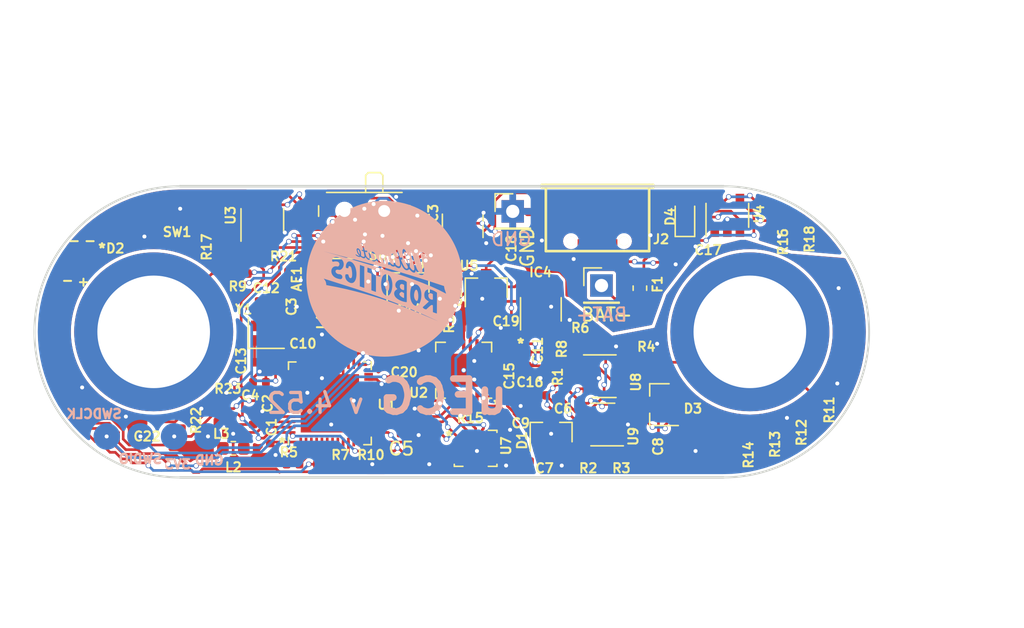
<source format=kicad_pcb>
(kicad_pcb (version 20211014) (generator pcbnew)
  (layers (0 "F.Cu" signal) (31 "B.Cu" signal) (34 "B.Paste" user) (35 "F.Paste" user) (36 "B.SilkS" user "B.Silkscreen") (37 "F.SilkS" user "F.Silkscreen") (38 "B.Mask" user) (39 "F.Mask" user) (44 "Edge.Cuts" user))
  (net 0 "")
  (net 1 "GNDA")
  (net 2 "GND")
  (net 3 "+BATT")
  (net 4 "+3V3")
  (net 5 "+3.3VA")
  (net 6 "Net-(AE1-Pad1)")
  (net 7 "SWDIO")
  (net 8 "SWDCLK")
  (net 9 "CH0+")
  (net 10 "CH0-")
  (net 11 "DR")
  (net 12 "F_CLK")
  (net 13 "CS")
  (net 14 "SCLK")
  (net 15 "Net-(R15-Pad1)")
  (net 16 "BATT_LEVEL")
  (net 17 "Net-(R17-Pad2)")
  (net 20 "CH1+")
  (net 21 "Net-(E+1-Pad1)")
  (net 22 "Net-(E-1-Pad1)")
  (net 23 "Net-(R12-Pad2)")
  (net 24 "Net-(C1-Pad1)")
  (net 25 "Net-(C2-Pad1)")
  (net 26 "Net-(C3-Pad1)")
  (net 27 "Net-(C6-Pad1)")
  (net 28 "Net-(C8-Pad2)")
  (net 29 "Net-(C10-Pad1)")
  (net 30 "Net-(C12-Pad2)")
  (net 31 "Net-(C13-Pad2)")
  (net 32 "Net-(C15-Pad2)")
  (net 33 "Net-(C17-Pad2)")
  (net 34 "IN2")
  (net 35 "Net-(D4-Pad1)")
  (net 36 "Net-(D4-Pad2)")
  (net 37 "Net-(R1-Pad2)")
  (net 38 "Net-(R5-Pad2)")
  (net 39 "Net-(R7-Pad2)")
  (net 40 "Net-(R10-Pad2)")
  (net 41 "Net-(R11-Pad2)")
  (net 42 "Net-(R13-Pad2)")
  (net 43 "Net-(R18-Pad1)")
  (net 44 "Net-(F1-Pad1)")
  (net 45 "Net-(F1-Pad2)")
  (net 46 "+3.3VADC")
  (net 55 "LSM_INT")
  (net 56 "LSM_CS")
  (net 59 "Net-(D2-Pad1)")
  (net 65 "NTC_REF")
  (net 72 "CIPO")
  (net 73 "COPI")
  (net 74 "+4V")
  (net 75 "Net-(IC3-Pad3)")
  (net 76 "AMP_EN")
  (net 77 "Net-(L2-Pad2)")
  (net 78 "Net-(L2-Pad1)")
  (net 79 "BT_OUT")
  (net 81 "SYS_ON")
  (net 83 "Net-(D2-Pad2)")
  (net 84 "Net-(D2-Pad3)")
  (footprint "ultimate_library:QFN-48-1EP_6x6mm_Pitch0.4mm" (layer "F.Cu") (at 111.3 105.4 90)
    (fp_text reference "U1")
    (fp_text value "nRF52832-QFxx")
  )
  (footprint "Package_TO_SOT_SMD:TSOT-23-6" (layer "F.Cu") (at 121.3 91.99 90)
    (fp_text reference "IC3")
    (fp_text value "SIP32510DT-T1-GE3")
  )
  (footprint "ultimate_library:BTN_HY_1185" (layer "F.Cu") (at 99.704 90.932)
    (fp_text reference "SW1")
    (fp_text value "SW_Push")
  )
  (footprint "Capacitor_SMD:C_0402_1005Metric" (layer "F.Cu") (at 135.1 108.615 -90)
    (fp_text reference "C8")
    (fp_text value "100 nF")
  )
  (footprint "Capacitor_SMD:C_0402_1005Metric" (layer "F.Cu") (at 124.8 101.185 90)
    (fp_text reference "C15")
    (fp_text value "100 nF")
  )
  (footprint "Capacitor_SMD:C_0402_1005Metric" (layer "F.Cu") (at 116.585 102.1)
    (fp_text reference "C20")
    (fp_text value "100 nF")
  )
  (footprint "Capacitor_SMD:C_0402_1005Metric" (layer "F.Cu") (at 119.9 96.285 90)
    (fp_text reference "C21")
    (fp_text value "2.2 uF")
  )
  (footprint "Capacitor_SMD:C_0402_1005Metric" (layer "F.Cu") (at 117.1 99.1)
    (fp_text reference "C14")
    (fp_text value "2.2 uF")
  )
  (footprint "Capacitor_SMD:C_0402_1005Metric" (layer "F.Cu") (at 122.8 99.2)
    (fp_text reference "C19")
    (fp_text value "2.2 uF")
  )
  (footprint "Capacitor_SMD:C_0402_1005Metric" (layer "F.Cu") (at 106.415 97.7)
    (fp_text reference "C12")
    (fp_text value "12 pF")
  )
  (footprint "Capacitor_SMD:C_0402_1005Metric" (layer "F.Cu") (at 106.1 102.3 180)
    (fp_text reference "C13")
    (fp_text value "12 pF")
  )
  (footprint "Capacitor_SMD:C_0402_1005Metric" (layer "F.Cu") (at 111.215 100.9 180)
    (fp_text reference "C10")
    (fp_text value "0.8 pF")
  )
  (footprint "Capacitor_SMD:C_0402_1005Metric" (layer "F.Cu") (at 106.8 108.915 -90)
    (fp_text reference "C1")
    (fp_text value "100 nF")
  )
  (footprint "Capacitor_SMD:C_0402_1005Metric" (layer "F.Cu") (at 105.5 106.515 90)
    (fp_text reference "C2")
    (fp_text value "2.2 uF")
  )
  (footprint "Capacitor_SMD:C_0402_1005Metric" (layer "F.Cu") (at 109.4 99.2 90)
    (fp_text reference "C3")
    (fp_text value "100 pF")
  )
  (footprint "Capacitor_SMD:C_0402_1005Metric" (layer "F.Cu") (at 105.985 103.8 180)
    (fp_text reference "C4")
    (fp_text value "100 nF")
  )
  (footprint "Capacitor_SMD:C_0402_1005Metric" (layer "F.Cu") (at 128.115 104.8 180)
    (fp_text reference "C6")
    (fp_text value "10 uF")
  )
  (footprint "Capacitor_SMD:C_0402_1005Metric" (layer "F.Cu") (at 137.815 93.8 180)
    (fp_text reference "C17")
    (fp_text value "2.2 uF")
  )
  (footprint "Capacitor_SMD:C_0402_1005Metric" (layer "F.Cu") (at 125.185 104.9 180)
    (fp_text reference "C16")
    (fp_text value "100 nF")
  )
  (footprint "Package_TO_SOT_SMD:SOT-23" (layer "F.Cu") (at 128 107.6 90)
    (fp_text reference "D1")
    (fp_text value "BAV99-E3-08")
  )
  (footprint "Connector_PinHeader_2.54mm:PinHeader_1x01_P2.54mm_Vertical" (layer "F.Cu") (at 142 100)
    (fp_text reference "E+1")
    (fp_text value "Conn_01x01_Male")
  )
  (footprint "Connector_PinHeader_2.54mm:PinHeader_1x01_P2.54mm_Vertical" (layer "F.Cu") (at 98 100)
    (fp_text reference "E-1")
    (fp_text value "Conn_01x01_Male")
  )
  (footprint "Connector_PinHeader_2.54mm:PinHeader_1x01_P2.54mm_Vertical" (layer "F.Cu") (at 125.1 90.9)
    (fp_text reference "J6")
    (fp_text value "Conn_01x01_Male")
  )
  (footprint "Resistor_SMD:R_0402_1005Metric" (layer "F.Cu") (at 130.8 109.3 180)
    (fp_text reference "R2")
    (fp_text value "510k")
  )
  (footprint "Resistor_SMD:R_0402_1005Metric" (layer "F.Cu") (at 133.215 109.3 180)
    (fp_text reference "R3")
    (fp_text value "200k")
  )
  (footprint "Resistor_SMD:R_0402_1005Metric" (layer "F.Cu") (at 129.4 102.815 -90)
    (fp_text reference "R1")
    (fp_text value "10R")
  )
  (footprint "Resistor_SMD:R_0402_1005Metric" (layer "F.Cu") (at 124.115 106.4)
    (fp_text reference "R15")
    (fp_text value "200k")
  )
  (footprint "Resistor_SMD:R_0402_1005Metric" (layer "F.Cu") (at 144 109.215 -90)
    (fp_text reference "R13")
    (fp_text value "10М")
  )
  (footprint "Resistor_SMD:R_0402_1005Metric" (layer "F.Cu") (at 130.385 100.7)
    (fp_text reference "R6")
    (fp_text value "22k")
  )
  (footprint "Resistor_SMD:R_0402_1005Metric" (layer "F.Cu") (at 104.615 95.6 180)
    (fp_text reference "R9")
    (fp_text value "100k")
  )
  (footprint "Resistor_SMD:R_0402_1005Metric" (layer "F.Cu") (at 127.8 102.015 90)
    (fp_text reference "R8")
    (fp_text value "10k")
  )
  (footprint "Resistor_SMD:R_0402_1005Metric" (layer "F.Cu") (at 119.1 99.085 -90)
    (fp_text reference "R19")
    (fp_text value "200k")
  )
  (footprint "Resistor_SMD:R_0402_1005Metric" (layer "F.Cu") (at 116.585 100.6 180)
    (fp_text reference "R20")
    (fp_text value "100k")
  )
  (footprint "Resistor_SMD:R_0402_1005Metric" (layer "F.Cu") (at 110.815 110)
    (fp_text reference "R7")
    (fp_text value "2k")
  )
  (footprint "Resistor_SMD:R_0402_1005Metric" (layer "F.Cu") (at 113.015 110.2)
    (fp_text reference "R10")
    (fp_text value "2k")
  )
  (footprint "Package_TO_SOT_SMD:SOT-23" (layer "F.Cu") (at 123.1 96.7 90)
    (fp_text reference "U5")
    (fp_text value "XC6206P302MR_SOT23")
  )
  (footprint "Package_TO_SOT_SMD:SOT-23" (layer "F.Cu") (at 117.2 96.3 90)
    (fp_text reference "U6")
    (fp_text value "XC6206P332MR_SOT23")
  )
  (footprint "Resistor_SMD:R_0402_1005Metric" (layer "F.Cu") (at 141.8 109.615 -90)
    (fp_text reference "R14")
    (fp_text value "10М")
  )
  (footprint "Capacitor_SMD:C_0402_1005Metric" (layer "F.Cu") (at 126.2 102.085 -90)
    (fp_text reference "C11")
    (fp_text value "10 nF")
  )
  (footprint "Package_DFN_QFN:QFN-20-1EP_4x4mm_P0.5mm_EP2.5x2.5mm" (layer "F.Cu") (at 121.4 102.9 180)
    (fp_text reference "U2")
    (fp_text value "MCP3911(QFN)")
  )
  (footprint "Resistor_SMD:R_0402_1005Metric" (layer "F.Cu") (at 108.515 110)
    (fp_text reference "R5")
    (fp_text value "2k")
  )
  (footprint "LED_SMD:LED_0603_1608Metric" (layer "F.Cu") (at 138.1 91.3125 90)
    (fp_text reference "D4")
    (fp_text value "LED GREEN")
  )
  (footprint "ultimate_library:0R_SHUNT" (layer "F.Cu") (at 121.3 96)
    (fp_text reference "GC1")
    (fp_text value "GND_CONN")
  )
  (footprint "Resistor_SMD:R_0402_1005Metric" (layer "F.Cu") (at 135.185 102.3)
    (fp_text reference "R4")
    (fp_text value "100k")
  )
  (footprint "Resistor_SMD:R_0402_1005Metric" (layer "F.Cu") (at 147.9 106.815 -90)
    (fp_text reference "R11")
    (fp_text value "10М")
  )
  (footprint "Resistor_SMD:R_0402_1005Metric" (layer "F.Cu") (at 145.9 108.315 -90)
    (fp_text reference "R12")
    (fp_text value "10М")
  )
  (footprint "Resistor_SMD:R_0402_1005Metric" (layer "F.Cu") (at 144.8 91.3 90)
    (fp_text reference "R16")
    (fp_text value "2k")
  )
  (footprint "Resistor_SMD:R_0402_1005Metric" (layer "F.Cu") (at 146.5 92.285 -90)
    (fp_text reference "R18")
    (fp_text value "8.2k")
  )
  (footprint "Fuse:Fuse_0603_1608Metric" (layer "F.Cu") (at 134.7 96.7 -90)
    (fp_text reference "F1")
    (fp_text value "PTC Fuse 0.25A")
  )
  (footprint "Pin_Headers:Pin_Header_Straight_1x01_Pitch2.54mm" (layer "F.Cu") (at 131.8 96.5)
    (fp_text reference "J5")
    (fp_text value "Conn_01x01_Male")
  )
  (footprint "Package_TO_SOT_SMD:SOT-23-5" (layer "F.Cu") (at 141.3 91.2 90)
    (fp_text reference "U4")
    (fp_text value "TP4054_replacement_for_MCP73831-2-OT")
  )
  (footprint "Package_TO_SOT_SMD:SOT-23" (layer "F.Cu") (at 136.2 105.5 180)
    (fp_text reference "D3")
    (fp_text value "BAV99-E3-08")
  )
  (footprint "ultimate_library:conn_usb_B_micro_smd_our" (layer "F.Cu") (at 131.5 91 180)
    (fp_text reference "J2")
    (fp_text value "USB_B_Micro")
  )
  (footprint "Button_Switch_SMD:SW_SPDT_PCM12" (layer "F.Cu") (at 113.9 91.2 180)
    (fp_text reference "SW2")
    (fp_text value "SW_SPDT")
  )
  (footprint "Crystal:Crystal_SMD_2016-4Pin_2.0x1.6mm" (layer "F.Cu") (at 106.5 100.1)
    (fp_text reference "Y1")
    (fp_text value "32MHz")
  )
  (footprint "Capacitor_SMD:C_0402_1005Metric" (layer "F.Cu") (at 123.9 93.785 -90)
    (fp_text reference "C18")
    (fp_text value "2.2 uF")
  )
  (footprint "Connector_Coaxial:U.FL_Hirose_U.FL-R-SMT-1_Vertical" (layer "F.Cu") (at 111.7 96.3 90)
    (fp_text reference "AE1")
    (fp_text value "Antenna_Shield")
  )
  (footprint "Package_TO_SOT_SMD:TSOT-23-6" (layer "F.Cu") (at 127.2 98.3 90)
    (fp_text reference "IC4")
    (fp_text value "SIP32510DT-T1-GE3")
  )
  (footprint "Inductor_SMD:L_0603_1608Metric" (layer "F.Cu") (at 104.0125 108.8 180)
    (fp_text reference "L2")
    (fp_text value "10 uH")
  )
  (footprint "Inductor_SMD:L_0402_1005Metric" (layer "F.Cu") (at 103.3 106.8)
    (fp_text reference "L3")
    (fp_text value "15 nH")
  )
  (footprint "Resistor_SMD:R_0402_1005Metric" (layer "F.Cu") (at 103.1 93.585 -90)
    (fp_text reference "R17")
    (fp_text value "22k")
  )
  (footprint "Resistor_SMD:R_0402_1005Metric" (layer "F.Cu") (at 105.685 94.4)
    (fp_text reference "R21")
    (fp_text value "100k")
  )
  (footprint "Package_TO_SOT_SMD:SOT-23-5" (layer "F.Cu") (at 106.2 91.6 90)
    (fp_text reference "U3")
    (fp_text value "74AHC1G32")
  )
  (footprint "Inductor_SMD:L_0402_1005Metric" (layer "F.Cu") (at 111.7 99.385 -90)
    (fp_text reference "L1")
    (fp_text value "3.9 nH")
  )
  (footprint "Capacitor_SMD:C_0402_1005Metric" (layer "F.Cu") (at 125.915 109.8)
    (fp_text reference "C7")
    (fp_text value "100 nF")
  )
  (footprint "ultimate_library:LED_RGB_0603_a4" (layer "F.Cu") (at 92.4 94.7)
    (fp_text reference "D2")
    (fp_text value "LED_BGRA")
  )
  (footprint "Capacitor_SMD:C_0402_1005Metric" (layer "F.Cu") (at 116.6875 110)
    (fp_text reference "C5")
    (fp_text value "10 uF")
  )
  (footprint "Capacitor_SMD:C_0402_1005Metric" (layer "F.Cu") (at 126.315 105.9)
    (fp_text reference "C9")
    (fp_text value "10 uF")
  )
  (footprint "ultimate_library:LGA-14_3x2.5mm_P0.5mm_fix" (layer "F.Cu") (at 122.3 108.8)
    (fp_text reference "U7")
    (fp_text value "LSM6DS3")
  )
  (footprint "Capacitor_SMD:C_0402_1005Metric" (layer "F.Cu") (at 97.715 106.8)
    (fp_text reference "C22")
    (fp_text value "100 nF")
  )
  (footprint "Resistor_SMD:R_0402_1005Metric" (layer "F.Cu") (at 100.1 106.8 90)
    (fp_text reference "R22")
    (fp_text value "100k NTC")
  )
  (footprint "Package_TO_SOT_SMD:SOT-23-5" (layer "F.Cu") (at 132 103.35)
    (fp_text reference "U8")
    (fp_text value "TLV271CW5")
  )
  (footprint "Resistor_SMD:R_0402_1005Metric" (layer "F.Cu") (at 103.015 105.2)
    (fp_text reference "R23")
    (fp_text value "100k")
  )
  (footprint "Package_TO_SOT_SMD:SOT-23-5" (layer "F.Cu") (at 131.9 107 180)
    (fp_text reference "U9")
    (fp_text value "TLV271CW5")
  )
  (footprint "ultimate_library:SWD_POGO" (layer "B.Cu") (at 98.27 107.9 -90)
    (fp_text reference "SC1")
    (fp_text value "SWD_POGO")
  )
  (gr_poly (pts (xy 116.703178 96.983452) (xy 116.700086 96.983777) (xy 116.696895 96.984358) (xy 116.693615 96.985181) (xy 116.690254 96.986233) (xy 116.686818 96.9875) (xy 116.67976 96.990623) (xy 116.672506 96.99444) (xy 116.665122 96.998843) (xy 116.657673 97.003721) (xy 116.650226 97.008963) (xy 116.642845 97.014461) (xy 116.635597 97.020104) (xy 116.62176 97.031388) (xy 116.598561 97.050867) (xy 116.580563 97.067523) (xy 116.566608 97.084596) (xy 116.556468 97.102013) (xy 116.549917 97.119706) (xy 116.546725 97.137602) (xy 116.546667 97.155631) (xy 116.549513 97.173722) (xy 116.555037 97.191804) (xy 116.563011 97.209806) (xy 116.573207 97.227658) (xy 116.585398 97.245289) (xy 116.599355 97.262627) (xy 116.614852 97.279603) (xy 116.631661 97.296144) (xy 116.668302 97.327643) (xy 116.707459 97.356556) (xy 116.74731 97.382316) (xy 116.786034 97.404358) (xy 116.821811 97.422115) (xy 116.852819 97.435019) (xy 116.877237 97.442505) (xy 116.886405 97.444039) (xy 116.893244 97.444005) (xy 116.897524 97.442333) (xy 116.899019 97.438953) (xy 116.901193 97.085105) (xy 116.857232 97.052916) (xy 116.833491 97.036183) (xy 116.821278 97.028064) (xy 116.808875 97.020266) (xy 116.79631 97.012905) (xy 116.78361 97.006097) (xy 116.770804 96.999959) (xy 116.75792 96.994608) (xy 116.744985 96.99016) (xy 116.738507 96.988311) (xy 116.732028 96.986731) (xy 116.72555 96.985435) (xy 116.719077 96.984438) (xy 116.712612 96.983754) (xy 116.70616 96.983397)) (layer "B.SilkS") (width 0) (fill solid))
  (gr_poly (pts (xy 116.71603 96.386859) (xy 116.705187 96.387819) (xy 116.694817 96.389542) (xy 116.684915 96.392) (xy 116.675477 96.395165) (xy 116.666499 96.399007) (xy 116.657975 96.403499) (xy 116.649902 96.40861) (xy 116.642275 96.414313) (xy 116.63509 96.420579) (xy 116.628341 96.427379) (xy 116.622025 96.434684) (xy 116.616136 96.442465) (xy 116.610671 96.450695) (xy 116.600993 96.468381) (xy 116.592954 96.487514) (xy 116.586517 96.507863) (xy 116.583114 96.526491) (xy 116.58098 96.544837) (xy 116.580073 96.562877) (xy 116.58035 96.580583) (xy 116.581772 96.597932) (xy 116.584294 96.614898) (xy 116.587877 96.631456) (xy 116.592479 96.647581) (xy 116.598057 96.663247) (xy 116.60457 96.678429) (xy 116.611976 96.693102) (xy 116.620234 96.70724) (xy 116.629302 96.720819) (xy 116.639138 96.733813) (xy 116.649701 96.746197) (xy 116.660949 96.757946) (xy 116.67284 96.769033) (xy 116.685333 96.779435) (xy 116.698385 96.789126) (xy 116.711956 96.798081) (xy 116.726003 96.806274) (xy 116.740485 96.81368) (xy 116.75536 96.820274) (xy 116.770587 96.82603) (xy 116.786123 96.830924) (xy 116.801928 96.83493) (xy 116.817959 96.838023) (xy 116.834175 96.840178) (xy 116.850534 96.841369) (xy 116.866994 96.841571) (xy 116.883514 96.84076) (xy 116.900052 96.838909) (xy 116.90172 96.826597) (xy 116.903005 96.808522) (xy 116.904582 96.758697) (xy 116.905085 96.696674) (xy 116.904816 96.629693) (xy 116.902095 96.456986) (xy 116.884691 96.445398) (xy 116.867819 96.434948) (xy 116.851475 96.425607) (xy 116.835652 96.417346) (xy 116.820349 96.410136) (xy 116.805558 96.403949) (xy 116.791277 96.398756) (xy 116.777501 96.394528) (xy 116.764225 96.391237) (xy 116.751444 96.388853) (xy 116.739154 96.387348) (xy 116.727351 96.386693)) (layer "B.SilkS") (width 0) (fill solid))
  (gr_poly (pts (xy 114.464169 94.038846) (xy 114.464169 94.038847) (xy 114.455739 94.039689) (xy 114.447418 94.041213) (xy 114.43923 94.043413) (xy 114.431202 94.046284) (xy 114.423359 94.049818) (xy 114.415727 94.05401) (xy 114.40833 94.058853) (xy 114.401195 94.064342) (xy 114.394347 94.07047) (xy 114.387811 94.077232) (xy 114.381613 94.08462) (xy 114.375779 94.09263) (xy 114.370333 94.101254) (xy 114.365302 94.110486) (xy 114.360711 94.120322) (xy 114.356585 94.130753) (xy 114.379518 94.226801) (xy 114.39013 94.269159) (xy 114.401596 94.313256) (xy 114.413366 94.35629) (xy 114.424892 94.395462) (xy 114.431708 94.412624) (xy 114.440022 94.42944) (xy 114.449684 94.445794) (xy 114.460542 94.461569) (xy 114.472444 94.476649) (xy 114.48524 94.490916) (xy 114.498778 94.504254) (xy 114.512906 94.516545) (xy 114.527474 94.527674) (xy 114.54233 94.537523) (xy 114.557323 94.545975) (xy 114.572302 94.552914) (xy 114.587115 94.558222) (xy 114.60161 94.561784) (xy 114.615638 94.563481) (xy 114.629045 94.563198) (xy 114.641682 94.560817) (xy 114.653396 94.556222) (xy 114.664037 94.549295) (xy 114.673453 94.539921) (xy 114.681493 94.527981) (xy 114.688005 94.513361) (xy 114.692838 94.495941) (xy 114.695842 94.475606) (xy 114.696863 94.45224) (xy 114.695752 94.425724) (xy 114.692358 94.395942) (xy 114.686527 94.362778) (xy 114.67811 94.326114) (xy 114.666956 94.285835) (xy 114.652912 94.241822) (xy 114.635827 94.193959) (xy 114.632616 94.184519) (xy 114.629136 94.175349) (xy 114.625401 94.166452) (xy 114.621424 94.15783) (xy 114.617217 94.149487) (xy 114.612794 94.141425) (xy 114.60335 94.126152) (xy 114.593195 94.112035) (xy 114.582433 94.099092) (xy 114.571167 94.087344) (xy 114.5595 94.076814) (xy 114.547537 94.06752) (xy 114.53538 94.059484) (xy 114.523133 94.052727) (xy 114.5109 94.047269) (xy 114.498783 94.043132) (xy 114.486887 94.040335) (xy 114.481054 94.039446) (xy 114.475314 94.038899) (xy 114.469682 94.038699)) (layer "B.SilkS") (width 0) (fill solid))
  (gr_poly (pts (xy 116.70616 96.983397) (xy 116.706163 96.983397) (xy 116.706159 96.983397)) (layer "B.SilkS") (width 0) (fill solid))
  (gr_poly (pts (xy 115.607763 96.060656) (xy 115.595412 96.06674) (xy 115.58307 96.076166) (xy 115.570829 96.088735) (xy 115.558781 96.104248) (xy 115.547022 96.122507) (xy 115.535642 96.143312) (xy 115.524735 96.166465) (xy 115.514395 96.191767) (xy 115.495786 96.248022) (xy 115.480558 96.310487) (xy 115.469456 96.377573) (xy 115.465684 96.41235) (xy 115.463224 96.447687) (xy 115.462167 96.483383) (xy 115.462606 96.51924) (xy 115.464636 96.555059) (xy 115.468348 96.590641) (xy 115.473836 96.625788) (xy 115.481192 96.6603) (xy 115.490511 96.693979) (xy 115.501884 96.726626) (xy 115.515405 96.758042) (xy 115.531167 96.788029) (xy 115.549263 96.816387) (xy 115.569787 96.842918) (xy 115.59283 96.867423) (xy 115.618486 96.889704) (xy 115.638287 96.902466) (xy 115.656818 96.909049) (xy 115.674082 96.909821) (xy 115.690081 96.90515) (xy 115.704816 96.895404) (xy 115.718289 96.880951) (xy 115.730503 96.86216) (xy 115.74146 96.839399) (xy 115.751161 96.813036) (xy 115.759607 96.783439) (xy 115.772747 96.716015) (xy 115.780895 96.640074) (xy 115.784066 96.558561) (xy 115.782276 96.474422) (xy 115.775539 96.390601) (xy 115.763872 96.310044) (xy 115.74729 96.235696) (xy 115.73716 96.201771) (xy 115.725807 96.170503) (xy 115.713234 96.14226) (xy 115.699441 96.117411) (xy 115.68443 96.096322) (xy 115.668205 96.079364) (xy 115.650766 96.066903) (xy 115.632115 96.059308) (xy 115.620028 96.058112)) (layer "B.SilkS") (width 0) (fill solid))
  (gr_poly (pts (xy 118.865693 97.082608) (xy 118.841584 97.086095) (xy 118.819946 97.092744) (xy 118.800742 97.102308) (xy 118.783938 97.114542) (xy 118.769498 97.129197) (xy 118.757386 97.146028) (xy 118.747569 97.164786) (xy 118.740009 97.185226) (xy 118.734672 97.2071) (xy 118.731522 97.230162) (xy 118.730525 97.254165) (xy 118.731644 97.27886) (xy 118.734844 97.304003) (xy 118.740091 97.329346) (xy 118.747348 97.354641) (xy 118.75658 97.379643) (xy 118.767753 97.404104) (xy 118.78083 97.427777) (xy 118.795776 97.450416) (xy 118.812556 97.471772) (xy 118.831135 97.491601) (xy 118.851477 97.509654) (xy 118.873546 97.525685) (xy 118.897309 97.539447) (xy 118.922728 97.550693) (xy 118.94977 97.559176) (xy 118.978397 97.564649) (xy 119.008576 97.566866) (xy 119.040271 97.565579) (xy 119.073446 97.560541) (xy 119.073435 97.560541) (xy 119.074185 97.165331) (xy 119.073822 97.162378) (xy 119.072754 97.159361) (xy 119.071021 97.15629) (xy 119.068667 97.153175) (xy 119.065733 97.150025) (xy 119.062262 97.146849) (xy 119.058295 97.143656) (xy 119.053874 97.140457) (xy 119.043843 97.134076) (xy 119.032505 97.12778) (xy 119.020198 97.121645) (xy 119.007258 97.115746) (xy 118.994023 97.110159) (xy 118.980831 97.104959) (xy 118.968019 97.100222) (xy 118.955924 97.096022) (xy 118.935235 97.089539) (xy 118.927315 97.087405) (xy 118.921462 97.086112) (xy 118.892307 97.082532)) (layer "B.SilkS") (width 0) (fill solid))
  (gr_poly (pts (xy 115.11057 90.108981) (xy 114.811573 90.131717) (xy 114.516923 90.169158) (xy 114.226991 90.220935) (xy 113.942145 90.286677) (xy 113.662757 90.366014) (xy 113.389195 90.458577) (xy 113.121831 90.563996) (xy 112.861033 90.6819) (xy 112.607172 90.81192) (xy 112.360617 90.953686) (xy 112.12174 91.106827) (xy 111.890908 91.270975) (xy 111.668494 91.445758) (xy 111.454865 91.630808) (xy 111.250393 91.825754) (xy 111.055447 92.030226) (xy 110.870398 92.243854) (xy 110.695614 92.466269) (xy 110.531466 92.697101) (xy 110.378325 92.935978) (xy 110.236559 93.182533) (xy 110.106539 93.436394) (xy 109.988635 93.697192) (xy 109.883216 93.964556) (xy 109.790653 94.238118) (xy 109.711316 94.517506) (xy 109.645574 94.802352) (xy 109.593797 95.092284) (xy 109.556356 95.386934) (xy 109.53362 95.685931) (xy 109.525959 95.988905) (xy 109.53362 96.29188) (xy 109.556356 96.590877) (xy 109.593797 96.885527) (xy 109.645574 97.175459) (xy 109.711316 97.460305) (xy 109.790653 97.739693) (xy 109.883216 98.013255) (xy 109.988635 98.280619) (xy 110.106539 98.541417) (xy 110.236559 98.795278) (xy 110.378325 99.041833) (xy 110.531466 99.28071) (xy 110.695614 99.511542) (xy 110.870398 99.733956) (xy 111.055447 99.947585) (xy 111.250393 100.152057) (xy 111.454865 100.347003) (xy 111.668494 100.532053) (xy 111.890908 100.706836) (xy 112.12174 100.870984) (xy 112.360617 101.024125) (xy 112.607172 101.165891) (xy 112.861033 101.295911) (xy 113.121831 101.413815) (xy 113.389195 101.519234) (xy 113.662757 101.611797) (xy 113.942145 101.691134) (xy 114.226991 101.756876) (xy 114.516923 101.808653) (xy 114.811573 101.846094) (xy 115.11057 101.86883) (xy 115.413545 101.876491) (xy 115.716519 101.86883) (xy 116.015516 101.846094) (xy 116.310166 101.808653) (xy 116.600098 101.756876) (xy 116.884944 101.691134) (xy 117.164332 101.611797) (xy 117.437894 101.519234) (xy 117.705259 101.413815) (xy 117.966056 101.295911) (xy 118.219917 101.165891) (xy 118.466472 101.024125) (xy 118.70535 100.870984) (xy 118.936181 100.706836) (xy 119.158596 100.532053) (xy 119.372224 100.347003) (xy 119.576696 100.152057) (xy 119.771642 99.947585) (xy 119.956692 99.733956) (xy 120.131476 99.511542) (xy 120.295623 99.28071) (xy 120.343417 99.206159) (xy 119.490811 99.206159) (xy 118.114317 98.620031) (xy 117.24161 98.260718) (xy 116.24579 97.879385) (xy 115.701679 97.68565) (xy 115.12675 97.492638) (xy 114.520989 97.302424) (xy 113.884385 97.117086) (xy 113.216922 96.938697) (xy 112.518589 96.769336) (xy 111.789372 96.611077) (xy 111.029258 96.465997) (xy 111.025412 96.416553) (xy 111.020793 96.372123) (xy 111.015329 96.332174) (xy 111.008944 96.296175) (xy 111.001567 96.263591) (xy 110.993122 96.233889) (xy 110.983537 96.206538) (xy 110.972738 96.181003) (xy 110.960651 96.156752) (xy 110.947202 96.133253) (xy 110.932319 96.109971) (xy 110.915927 96.086373) (xy 110.878323 96.036102) (xy 110.833801 95.978175) (xy 113.33945 96.776825) (xy 114.395819 97.131442) (xy 115.380475 97.481212) (xy 116.337859 97.844851) (xy 117.312415 98.241077) (xy 118.348584 98.688607) (xy 119.490811 99.206159) (xy 120.343417 99.206159) (xy 120.448765 99.041833) (xy 120.590531 98.795278) (xy 120.720551 98.541417) (xy 120.838455 98.280619) (xy 120.943873 98.013255) (xy 121.036436 97.739693) (xy 121.115774 97.460305) (xy 121.181516 97.175459) (xy 121.192004 97.116725) (xy 120.070922 97.116725) (xy 119.92517 97.041162) (xy 119.382008 97.041162) (xy 119.374333 98.617323) (xy 119.333136 98.602843) (xy 119.291948 98.589067) (xy 119.211815 98.562767) (xy 119.173981 98.549813) (xy 119.138374 98.536702) (xy 119.10555 98.523221) (xy 119.090354 98.516274) (xy 119.076063 98.509154) (xy 119.076264 98.251889) (xy 119.074844 98.114632) (xy 119.073237 98.050177) (xy 119.070834 97.990914) (xy 119.070538 97.989303) (xy 119.069839 97.987805) (xy 119.06876 97.986414) (xy 119.067323 97.985127) (xy 119.065551 97.983936) (xy 119.063467 97.982838) (xy 119.061093 97.981826) (xy 119.058452 97.980896) (xy 119.052458 97.979261) (xy 119.045667 97.977891) (xy 119.038258 97.976744) (xy 119.030413 97.975779) (xy 119.014137 97.974229) (xy 118.998284 97.972909) (xy 118.9843 97.971487) (xy 118.978461 97.970635) (xy 118.973631 97.969632) (xy 118.969518 97.969499) (xy 118.964121 97.97081) (xy 118.957515 97.97349) (xy 118.949774 97.977461) (xy 118.931187 97.988973) (xy 118.908958 98.004734) (xy 118.883686 98.024131) (xy 118.85597 98.046552) (xy 118.795594 98.09802) (xy 118.732616 98.154239) (xy 118.67182 98.210314) (xy 118.617992 98.261346) (xy 118.575916 98.302438) (xy 118.55986 98.300675) (xy 118.542353 98.298289) (xy 118.520803 98.294737) (xy 118.509045 98.292486) (xy 118.496918 98.289898) (xy 118.484635 98.286958) (xy 118.472408 98.283651) (xy 118.460452 98.279962) (xy 118.44898 98.275874) (xy 118.438206 98.271374) (xy 118.433147 98.268965) (xy 118.428343 98.266446) (xy 118.418452 98.260842) (xy 118.409455 98.255414) (xy 118.401215 98.25007) (xy 118.393597 98.244713) (xy 118.386463 98.23925) (xy 118.379678 98.233586) (xy 118.373105 98.227627) (xy 118.366608 98.221277) (xy 118.360049 98.214444) (xy 118.353294 98.207031) (xy 118.346205 98.198945) (xy 118.338646 98.190091) (xy 118.300982 98.145107) (xy 118.524531 97.941855) (xy 118.576841 97.893762) (xy 118.633419 97.840957) (xy 118.697115 97.780539) (xy 118.770779 97.70961) (xy 118.732557 97.683914) (xy 118.692335 97.655664) (xy 118.644756 97.620584) (xy 118.619782 97.601289) (xy 118.594858 97.581254) (xy 118.570613 97.560802) (xy 118.547677 97.540254) (xy 118.52668 97.519934) (xy 118.508251 97.500164) (xy 118.500197 97.490586) (xy 118.493021 97.481266) (xy 118.486801 97.472244) (xy 118.481618 97.463562) (xy 118.465654 97.429382) (xy 118.451697 97.389106) (xy 118.440254 97.343815) (xy 118.431832 97.294586) (xy 118.428093 97.254785) (xy 118.203836 97.254785) (xy 118.200029 97.334614) (xy 118.192501 97.413456) (xy 118.181342 97.490609) (xy 118.166648 97.565372) (xy 118.14851 97.637045) (xy 118.127023 97.704926) (xy 118.10228 97.768315) (xy 118.074373 97.826509) (xy 118.043397 97.878809) (xy 118.009444 97.924512) (xy 117.972608 97.962919) (xy 117.932982 97.993328) (xy 117.89066 98.015037) (xy 117.845733 98.027347) (xy 117.798297 98.029555) (xy 117.748444 98.020961) (xy 117.696267 98.000864) (xy 117.686124 97.995641) (xy 117.675998 97.989911) (xy 117.665899 97.983682) (xy 117.655835 97.976963) (xy 117.635844 97.962087) (xy 117.616093 97.945354) (xy 117.596647 97.926831) (xy 117.577575 97.906588) (xy 117.558942 97.884693) (xy 117.540816 97.861214) (xy 117.523262 97.836221) (xy 117.506349 97.809783) (xy 117.490143 97.781968) (xy 117.47471 97.752844) (xy 117.460117 97.722482) (xy 117.446432 97.690948) (xy 117.433721 97.658313) (xy 117.42205 97.624645) (xy 117.409597 97.583216) (xy 117.398258 97.538707) (xy 117.388145 97.491316) (xy 117.379373 97.441245) (xy 117.372056 97.388694) (xy 117.366307 97.333864) (xy 117.36224 97.276955) (xy 117.359969 97.218168) (xy 117.359608 97.157704) (xy 117.36127 97.095763) (xy 117.36507 97.032546) (xy 117.37112 96.968253) (xy 117.379536 96.903085) (xy 117.39043 96.837242) (xy 117.403917 96.770926) (xy 117.42011 96.704337) (xy 117.428587 96.675312) (xy 117.438649 96.646678) (xy 117.450305 96.618666) (xy 117.463562 96.591504) (xy 117.478431 96.565423) (xy 117.494919 96.540653) (xy 117.513035 96.517422) (xy 117.522706 96.506456) (xy 117.532787 96.495962) (xy 117.54328 96.485967) (xy 117.554186 96.476501) (xy 117.565504 96.467592) (xy 117.577238 96.459269) (xy 117.589387 96.451562) (xy 117.601953 96.444497) (xy 117.614937 96.438105) (xy 117.62834 96.432414) (xy 117.642163 96.427453) (xy 117.656406 96.42325) (xy 117.671073 96.419834) (xy 117.686162 96.417234) (xy 117.701676 96.415479) (xy 117.717615 96.414597) (xy 117.733981 96.414616) (xy 117.750775 96.415567) (xy 117.814003 96.426082) (xy 117.872109 96.446125) (xy 117.925186 96.474996) (xy 117.973328 96.511993) (xy 118.016627 96.556414) (xy 118.055179 96.60756) (xy 118.089074 96.664729) (xy 118.118408 96.72722) (xy 118.143272 96.794332) (xy 118.163761 96.865364) (xy 118.179968 96.939615) (xy 118.191985 97.016384) (xy 118.199907 97.094969) (xy 118.203826 97.17467) (xy 118.203836 97.254785) (xy 118.428093 97.254785) (xy 118.426939 97.242501) (xy 118.426082 97.188637) (xy 118.429767 97.134074) (xy 118.433471 97.106867) (xy 118.438501 97.07989) (xy 118.444921 97.053278) (xy 118.452793 97.027166) (xy 118.462181 97.001688) (xy 118.473149 96.97698) (xy 118.485759 96.953176) (xy 118.500075 96.930411) (xy 118.516162 96.90882) (xy 118.534081 96.888539) (xy 118.553896 96.869701) (xy 118.575671 96.852442) (xy 118.599469 96.836897) (xy 118.625354 96.8232) (xy 118.653388 96.811487) (xy 118.683636 96.801892) (xy 118.716161 96.79455) (xy 118.751026 96.789597) (xy 118.78102 96.788489) (xy 118.814062 96.790394) (xy 118.849768 96.795149) (xy 118.887756 96.802587) (xy 118.927641 96.812545) (xy 118.969042 96.824856) (xy 119.011573 96.839357) (xy 119.054852 96.855881) (xy 119.098496 96.874266) (xy 119.142121 96.894344) (xy 119.185343 96.915952) (xy 119.227781 96.938924) (xy 119.269049 96.963096) (xy 119.308765 96.988303) (xy 119.346545 97.014379) (xy 119.382007 97.041161) (xy 119.382008 97.041162) (xy 119.92517 97.041162) (xy 119.563077 96.853441) (xy 118.968802 96.58289) (xy 118.304544 96.308419) (xy 118.122946 96.238834) (xy 117.10438 96.238834) (xy 117.102983 97.741814) (xy 117.100392 97.746974) (xy 117.092716 97.750633) (xy 117.080288 97.752783) (xy 117.063443 97.753416) (xy 117.017828 97.750091) (xy 116.958535 97.74059) (xy 116.88823 97.724841) (xy 116.809576 97.702776) (xy 116.725238 97.674323) (xy 116.637879 97.639413) (xy 116.550165 97.597976) (xy 116.507008 97.574788) (xy 116.46476 97.549942) (xy 116.423756 97.523429) (xy 116.384328 97.495241) (xy 116.346809 97.465368) (xy 116.311533 97.433802) (xy 116.278832 97.400535) (xy 116.249039 97.365557) (xy 116.222488 97.328859) (xy 116.199512 97.290434) (xy 116.180443 97.250272) (xy 116.165614 97.208364) (xy 116.15536 97.164702) (xy 116.150012 97.119277) (xy 116.149453 97.102409) (xy 116.149805 97.085931) (xy 116.15103 97.06984) (xy 116.153094 97.054135) (xy 116.15596 97.038815) (xy 116.159592 97.023877) (xy 116.163954 97.009321) (xy 116.16901 96.995146) (xy 116.174724 96.981349) (xy 116.18106 96.967929) (xy 116.187982 96.954885) (xy 116.195453 96.942216) (xy 116.203439 96.929919) (xy 116.211902 96.917993) (xy 116.230119 96.895251) (xy 116.249814 96.873976) (xy 116.270701 96.854158) (xy 116.29249 96.835784) (xy 116.314894 96.818843) (xy 116.337624 96.803323) (xy 116.360393 96.789212) (xy 116.382911 96.776499) (xy 116.404891 96.765172) (xy 116.375416 96.742207) (xy 116.349047 96.718433) (xy 116.325694 96.693941) (xy 116.305269 96.66882) (xy 116.28768 96.64316) (xy 116.272838 96.617051) (xy 116.260654 96.590584) (xy 116.251036 96.563847) (xy 116.243896 96.536932) (xy 116.239144 96.509929) (xy 116.238012 96.497478) (xy 116.013669 96.497478) (xy 116.009862 96.577307) (xy 116.002334 96.656149) (xy 115.991175 96.733302) (xy 115.976481 96.808065) (xy 115.958343 96.879738) (xy 115.936856 96.947619) (xy 115.912113 97.011007) (xy 115.884206 97.069202) (xy 115.85323 97.121502) (xy 115.819277 97.167205) (xy 115.782441 97.205612) (xy 115.742815 97.23602) (xy 115.700492 97.25773) (xy 115.655566 97.270039) (xy 115.60813 97.272248) (xy 115.558277 97.263654) (xy 115.5061 97.243556) (xy 115.495956 97.238334) (xy 115.485831 97.232603) (xy 115.475732 97.226374) (xy 115.465668 97.219655) (xy 115.445677 97.204779) (xy 115.425926 97.188046) (xy 115.40648 97.169523) (xy 115.387408 97.149279) (xy 115.368775 97.127384) (xy 115.350649 97.103905) (xy 115.333096 97.078913) (xy 115.316183 97.052474) (xy 115.299976 97.024659) (xy 115.284543 96.995535) (xy 115.269951 96.965173) (xy 115.256265 96.933639) (xy 115.243554 96.901004) (xy 115.231883 96.867336) (xy 115.21943 96.825907) (xy 115.208091 96.781398) (xy 115.197978 96.734007) (xy 115.189206 96.683935) (xy 115.181889 96.631384) (xy 115.17614 96.576554) (xy 115.172073 96.519645) (xy 115.169802 96.460859) (xy 115.169441 96.400395) (xy 115.171103 96.338454) (xy 115.174903 96.275236) (xy 115.180954 96.210944) (xy 115.189369 96.145776) (xy 115.200263 96.079934) (xy 115.21375 96.013618) (xy 115.229942 95.947029) (xy 115.23842 95.918004) (xy 115.248482 95.889371) (xy 115.260137 95.861359) (xy 115.273395 95.834197) (xy 115.288263 95.808116) (xy 115.304751 95.783345) (xy 115.322867 95.760115) (xy 115.332538 95.749149) (xy 115.34262 95.738654) (xy 115.353113 95.728659) (xy 115.364018 95.719193) (xy 115.375337 95.710284) (xy 115.38707 95.701962) (xy 115.399219 95.694254) (xy 115.411785 95.687189) (xy 115.424769 95.680797) (xy 115.438172 95.675106) (xy 115.451995 95.670145) (xy 115.466238 95.665942) (xy 115.480905 95.662526) (xy 115.495994 95.659926) (xy 115.508712 95.658486) (xy 115.099273 95.658486) (xy 115.098159 95.749527) (xy 115.095468 95.842363) (xy 115.049423 95.826176) (xy 115.007171 95.810889) (xy 114.930388 95.782692) (xy 114.894031 95.769622) (xy 114.857812 95.757129) (xy 114.820819 95.745133) (xy 114.782138 95.733553) (xy 114.778783 95.891398) (xy 114.776651 96.227251) (xy 114.774508 96.984189) (xy 114.746509 96.973868) (xy 114.709856 96.961131) (xy 114.619463 96.930259) (xy 114.570166 96.913046) (xy 114.521095 96.895262) (xy 114.474471 96.877369) (xy 114.432514 96.859828) (xy 114.437814 95.734065) (xy 114.437911 95.711509) (xy 114.437781 95.700247) (xy 114.437467 95.689105) (xy 114.436921 95.678169) (xy 114.436094 95.667521) (xy 114.434937 95.657245) (xy 114.433403 95.647424) (xy 114.431443 95.638141) (xy 114.430288 95.633728) (xy 114.429007 95.629481) (xy 114.427596 95.62541) (xy 114.426049 95.621526) (xy 114.424358 95.617839) (xy 114.422518 95.61436) (xy 114.420523 95.611099) (xy 114.418366 95.608066) (xy 114.416043 95.605273) (xy 114.413546 95.602728) (xy 114.41087 95.600444) (xy 114.408008 95.598429) (xy 114.404955 95.596696) (xy 114.401704 95.595253) (xy 114.296724 95.554687) (xy 114.231893 95.530701) (xy 114.131221 95.494563) (xy 114.134681 95.145912) (xy 114.134696 95.145911) (xy 115.098487 95.487143) (xy 115.099239 95.570579) (xy 115.099273 95.658486) (xy 115.508712 95.658486) (xy 115.511508 95.65817) (xy 115.527447 95.657288) (xy 115.543812 95.657308) (xy 115.560606 95.658258) (xy 115.560608 95.65826) (xy 115.623836 95.668775) (xy 115.681941 95.688818) (xy 115.735019 95.717689) (xy 115.783161 95.754686) (xy 115.82646 95.799107) (xy 115.865012 95.850254) (xy 115.898907 95.907423) (xy 115.928241 95.969914) (xy 115.953105 96.037026) (xy 115.973594 96.108058) (xy 115.989801 96.182308) (xy 116.001818 96.259077) (xy 116.00974 96.337662) (xy 116.013659 96.417363) (xy 116.013669 96.497478) (xy 116.238012 96.497478) (xy 116.23669 96.482926) (xy 116.236443 96.456015) (xy 116.238314 96.429286) (xy 116.242213 96.402827) (xy 116.248051 96.37673) (xy 116.255737 96.351085) (xy 116.265181 96.32598) (xy 116.276294 96.301508) (xy 116.288986 96.277756) (xy 116.303167 96.254816) (xy 116.318747 96.232778) (xy 116.335636 96.21173) (xy 116.353744 96.191765) (xy 116.372982 96.172971) (xy 116.393259 96.155438) (xy 116.414486 96.139257) (xy 116.436573 96.124517) (xy 116.459429 96.111309) (xy 116.482966 96.099722) (xy 116.507093 96.089847) (xy 116.531721 96.081774) (xy 116.556759 96.075592) (xy 116.562923 96.074549) (xy 116.570425 96.07366) (xy 116.588689 96.072291) (xy 116.610058 96.071393) (xy 116.633037 96.070871) (xy 116.677841 96.070573) (xy 116.711143 96.070642) (xy 116.711148 96.070648) (xy 116.731626 96.071131) (xy 116.751808 96.072537) (xy 116.77167 96.074806) (xy 116.791189 96.077875) (xy 116.829106 96.086169) (xy 116.865374 96.096927) (xy 116.899806 96.109656) (xy 116.932218 96.123863) (xy 116.962424 96.139056) (xy 116.990238 96.154741) (xy 117.015475 96.170426) (xy 117.037949 96.185619) (xy 117.073865 96.212555) (xy 117.10438 96.238834) (xy 118.122946 96.238834) (xy 117.58675 96.033374) (xy 116.056338 95.494949) (xy 114.735167 95.067513) (xy 113.897771 95.067513) (xy 113.893673 95.520895) (xy 113.894481 96.020431) (xy 113.897371 96.681511) (xy 113.735279 96.62694) (xy 113.55989 96.566641) (xy 113.560381 95.773927) (xy 113.561237 95.651393) (xy 113.305413 95.651393) (xy 113.297591 95.792852) (xy 113.288682 95.860597) (xy 113.276436 95.925657) (xy 113.26085 95.987506) (xy 113.241919 96.045622) (xy 113.219641 96.099481) (xy 113.19401 96.148561) (xy 113.165024 96.192338) (xy 113.132678 96.230288) (xy 113.096969 96.261888) (xy 113.057893 96.286616) (xy 113.015446 96.303947) (xy 112.969625 96.313358) (xy 112.920426 96.314327) (xy 112.867845 96.306329) (xy 112.835542 96.294977) (xy 112.804704 96.282539) (xy 112.775313 96.269072) (xy 112.747351 96.254634) (xy 112.7208 96.239281) (xy 112.695642 96.22307) (xy 112.671861 96.20606) (xy 112.649438 96.188307) (xy 112.628355 96.169868) (xy 112.608595 96.150801) (xy 112.590141 96.131162) (xy 112.572974 96.11101) (xy 112.557077 96.090401) (xy 112.542432 96.069393) (xy 112.529021 96.048042) (xy 112.516828 96.026406) (xy 112.505833 96.004543) (xy 112.49602 95.982508) (xy 112.487371 95.96036) (xy 112.479867 95.938156) (xy 112.473493 95.915953) (xy 112.468228 95.893809) (xy 112.464057 95.871779) (xy 112.460962 95.849923) (xy 112.458924 95.828296) (xy 112.457926 95.806956) (xy 112.45795 95.785961) (xy 112.458979 95.765367) (xy 112.460994 95.745231) (xy 112.46398 95.725612) (xy 112.467916 95.706566) (xy 112.472787 95.68815) (xy 112.474679 95.683214) (xy 112.47731 95.678632) (xy 112.480639 95.674396) (xy 112.484622 95.670501) (xy 112.489219 95.666939) (xy 112.494386 95.663704) (xy 112.500081 95.660791) (xy 112.506263 95.658192) (xy 112.512888 95.655901) (xy 112.519915 95.653911) (xy 112.527301 95.652216) (xy 112.535004 95.65081) (xy 112.551193 95.648838) (xy 112.568142 95.647942) (xy 112.585516 95.648071) (xy 112.602974 95.649173) (xy 112.620179 95.651197) (xy 112.636794 95.65409) (xy 112.65248 95.657801) (xy 112.6669 95.662278) (xy 112.679714 95.66747) (xy 112.685414 95.670318) (xy 112.690586 95.673325) (xy 112.730933 95.802718) (xy 112.739581 95.828062) (xy 112.748199 95.8507) (xy 112.757062 95.870681) (xy 112.766442 95.888053) (xy 112.776614 95.902865) (xy 112.782082 95.909326) (xy 112.78785 95.915165) (xy 112.793953 95.920387) (xy 112.800424 95.925) (xy 112.807299 95.929009) (xy 112.81461 95.932421) (xy 112.822393 95.93524) (xy 112.830681 95.937473) (xy 112.839508 95.939127) (xy 112.848909 95.940207) (xy 112.858918 95.94072) (xy 112.869569 95.940671) (xy 112.892935 95.938912) (xy 112.904937 95.936013) (xy 112.915977 95.930288) (xy 112.926079 95.921877) (xy 112.935263 95.910924) (xy 112.943552 95.89757) (xy 112.950968 95.881958) (xy 112.957533 95.86423) (xy 112.963269 95.844528) (xy 112.968199 95.822994) (xy 112.972343 95.799772) (xy 112.978368 95.748828) (xy 112.981519 95.692835) (xy 112.981973 95.63293) (xy 112.979908 95.570252) (xy 112.9755 95.505938) (xy 112.968925 95.441126) (xy 112.960361 95.376956) (xy 112.949984 95.314564) (xy 112.937971 95.255089) (xy 112.924499 95.199669) (xy 112.909745 95.149442) (xy 112.90547 95.138203) (xy 112.900482 95.127387) (xy 112.894838 95.117022) (xy 112.888595 95.107139) (xy 112.88181 95.097766) (xy 112.874539 95.088933) (xy 112.866841 95.080669) (xy 112.858771 95.073002) (xy 112.850386 95.065963) (xy 112.841743 95.05958) (xy 112.8329 95.053883) (xy 112.823913 95.048901) (xy 112.814838 95.044664) (xy 112.805733 95.041199) (xy 112.796655 95.038538) (xy 112.78766 95.036708) (xy 112.778806 95.035739) (xy 112.770149 95.035661) (xy 112.761746 95.036502) (xy 112.753653 95.038292) (xy 112.745929 95.04106) (xy 112.738629 95.044836) (xy 112.731811 95.049648) (xy 112.725532 95.055525) (xy 112.719847 95.062498) (xy 112.714815 95.070595) (xy 112.710491 95.079845) (xy 112.706934 95.090278) (xy 112.704199 95.101923) (xy 112.702344 95.114809) (xy 112.701426 95.128966) (xy 112.701501 95.144422) (xy 112.701307 95.153406) (xy 112.700076 95.161364) (xy 112.697876 95.168343) (xy 112.694775 95.174393) (xy 112.690842 95.179563) (xy 112.686146 95.1839) (xy 112.680754 95.187454) (xy 112.674735 95.190272) (xy 112.668158 95.192405) (xy 112.661091 95.1939) (xy 112.653603 95.194805) (xy 112.645762 95.195171) (xy 112.637636 95.195044) (xy 112.629293 95.194474) (xy 112.612234 95.1922) (xy 112.595131 95.188736) (xy 112.578533 95.184472) (xy 112.562986 95.179797) (xy 112.549037 95.1751) (xy 112.528128 95.167194) (xy 112.520185 95.163867) (xy 112.520184 95.163867) (xy 112.515378 95.154362) (xy 112.511345 95.142517) (xy 112.505712 95.112625) (xy 112.503515 95.075821) (xy 112.504982 95.033737) (xy 112.510342 94.988005) (xy 112.519824 94.940254) (xy 112.533655 94.892115) (xy 112.539937 94.874838) (xy 112.344302 94.874838) (xy 112.343745 94.911556) (xy 112.340558 94.947745) (xy 112.334884 94.983243) (xy 112.326866 95.017884) (xy 112.316647 95.051506) (xy 112.304371 95.083944) (xy 112.29018 95.115034) (xy 112.274217 95.144613) (xy 112.256627 95.172515) (xy 112.237551 95.198578) (xy 112.217133 95.222636) (xy 112.195517 95.244527) (xy 112.172844 95.264086) (xy 112.149259 95.28115) (xy 112.124904 95.295553) (xy 112.099922 95.307133) (xy 112.074457 95.315724) (xy 112.048652 95.321164) (xy 112.022649 95.323288) (xy 111.996592 95.321932) (xy 111.970625 95.316933) (xy 111.93817 95.309449) (xy 111.908145 95.304786) (xy 111.880521 95.302776) (xy 111.855268 95.303251) (xy 111.832359 95.306043) (xy 111.811764 95.310984) (xy 111.793455 95.317905) (xy 111.777402 95.32664) (xy 111.763579 95.337019) (xy 111.751954 95.348876) (xy 111.742501 95.362041) (xy 111.735189 95.376348) (xy 111.729992 95.391627) (xy 111.726879 95.407711) (xy 111.725821 95.424433) (xy 111.726792 95.441624) (xy 111.729761 95.459115) (xy 111.734699 95.47674) (xy 111.741579 95.49433) (xy 111.750372 95.511717) (xy 111.761048 95.528734) (xy 111.773579 95.545211) (xy 111.787937 95.560982) (xy 111.804092 95.575878) (xy 111.822016 95.589731) (xy 111.84168 95.602373) (xy 111.863056 95.613637) (xy 111.886115 95.623354) (xy 111.910827 95.631357) (xy 111.937165 95.637476) (xy 111.9651 95.641546) (xy 111.994602 95.643396) (xy 112.024073 95.645167) (xy 112.051534 95.649004) (xy 112.077014 95.654766) (xy 112.100541 95.662309) (xy 112.122145 95.671492) (xy 112.141854 95.682171) (xy 112.159696 95.694203) (xy 112.175701 95.707447) (xy 112.189898 95.72176) (xy 112.202314 95.736999) (xy 112.212979 95.753022) (xy 112.221922 95.769686) (xy 112.229171 95.786849) (xy 112.234755 95.804367) (xy 112.238703 95.822099) (xy 112.241043 95.839901) (xy 112.241805 95.857633) (xy 112.241017 95.875149) (xy 112.238708 95.892309) (xy 112.234906 95.90897) (xy 112.229641 95.924988) (xy 112.22294 95.940223) (xy 112.214834 95.95453) (xy 112.20535 95.967767) (xy 112.194517 95.979792) (xy 112.182364 95.990463) (xy 112.16892 95.999636) (xy 112.154214 96.007169) (xy 112.138274 96.01292) (xy 112.121129 96.016746) (xy 112.102808 96.018505) (xy 112.08334 96.018053) (xy 111.998992 96.004955) (xy 111.920853 95.987128) (xy 111.8488 95.964935) (xy 111.782709 95.938741) (xy 111.72246 95.908913) (xy 111.66793 95.875813) (xy 111.618995 95.839809) (xy 111.575534 95.801264) (xy 111.537424 95.760544) (xy 111.504543 95.718013) (xy 111.476768 95.674037) (xy 111.453977 95.62898) (xy 111.436047 95.583208) (xy 111.422857 95.537085) (xy 111.414283 95.490977) (xy 111.410202 95.445248) (xy 111.410494 95.400264) (xy 111.415034 95.356389) (xy 111.423702 95.313989) (xy 111.436373 95.273428) (xy 111.452927 95.235071) (xy 111.47324 95.199284) (xy 111.49719 95.166431) (xy 111.524654 95.136878) (xy 111.55551 95.110989) (xy 111.589636 95.089129) (xy 111.62691 95.071664) (xy 111.667207 95.058958) (xy 111.710408 95.051376) (xy 111.756388 95.049284) (xy 111.805025 95.053046) (xy 111.856198 95.063027) (xy 111.874498 95.065961) (xy 111.892348 95.065603) (xy 111.909612 95.062192) (xy 111.926154 95.055965) (xy 111.941839 95.04716) (xy 111.956533 95.036016) (xy 111.9701 95.02277) (xy 111.982405 95.007662) (xy 111.993313 94.990928) (xy 112.002689 94.972808) (xy 112.010396 94.95354) (xy 112.016301 94.933361) (xy 112.020268 94.91251) (xy 112.022162 94.891225) (xy 112.021847 94.869744) (xy 112.019189 94.848305) (xy 112.014053 94.827147) (xy 112.006302 94.806508) (xy 111.995803 94.786625) (xy 111.982419 94.767737) (xy 111.966016 94.750083) (xy 111.946458 94.7339) (xy 111.923611 94.719427) (xy 111.897339 94.706901) (xy 111.867506 94.696561) (xy 111.833978 94.688646) (xy 111.79662 94.683392) (xy 111.755297 94.681039) (xy 111.709872 94.681824) (xy 111.660212 94.685987) (xy 111.60618 94.693764) (xy 111.547642 94.705394) (xy 111.547643 94.705396) (xy 111.537584 94.706829) (xy 111.528105 94.706556) (xy 111.519225 94.704673) (xy 111.510966 94.701275) (xy 111.503349 94.696458) (xy 111.496392 94.690318) (xy 111.490118 94.682951) (xy 111.484545 94.674453) (xy 111.479695 94.664919) (xy 111.475589 94.654446) (xy 111.472245 94.643129) (xy 111.469686 94.631063) (xy 111.46793 94.618345) (xy 111.466999 94.605071) (xy 111.466914 94.591336) (xy 111.467693 94.577237) (xy 111.469359 94.562868) (xy 111.47193 94.548326) (xy 111.475429 94.533707) (xy 111.479874 94.519106) (xy 111.485286 94.504619) (xy 111.491687 94.490342) (xy 111.499096 94.476371) (xy 111.507533 94.462802) (xy 111.517019 94.44973) (xy 111.527575 94.437252) (xy 111.53922 94.425462) (xy 111.551976 94.414458) (xy 111.565862 94.404334) (xy 111.5809 94.395187) (xy 111.597108 94.387112) (xy 111.614509 94.380205) (xy 111.646902 94.369858) (xy 111.679205 94.361525) (xy 111.711441 94.355254) (xy 111.743636 94.351092) (xy 111.775816 94.349087) (xy 111.808005 94.349287) (xy 111.840228 94.351739) (xy 111.872511 94.35649) (xy 111.904878 94.363589) (xy 111.937355 94.373083) (xy 111.969967 94.38502) (xy 112.002738 94.399447) (xy 112.035694 94.416412) (xy 112.06886 94.435963) (xy 112.102261 94.458147) (xy 112.135922 94.483013) (xy 112.17374 94.514712) (xy 112.207354 94.547688) (xy 112.236907 94.581777) (xy 112.262541 94.616813) (xy 112.284401 94.652633) (xy 112.302629 94.689074) (xy 112.317369 94.72597) (xy 112.328763 94.763159) (xy 112.336954 94.800476) (xy 112.342087 94.837757) (xy 112.344302 94.874838) (xy 112.539937 94.874838) (xy 112.542274 94.868411) (xy 112.552066 94.845221) (xy 112.563059 94.82275) (xy 112.575284 94.801202) (xy 112.588767 94.78078) (xy 112.603538 94.761688) (xy 112.619626 94.74413) (xy 112.637058 94.728311) (xy 112.655864 94.714434) (xy 112.676072 94.702702) (xy 112.69771 94.69332) (xy 112.720808 94.686492) (xy 112.745393 94.682421) (xy 112.771495 94.681311) (xy 112.799142 94.683367) (xy 112.828363 94.688792) (xy 112.859186 94.697789) (xy 112.891639 94.710564) (xy 112.94215 94.737186) (xy 112.989392 94.770541) (xy 113.033361 94.810105) (xy 113.074053 94.855356) (xy 113.111465 94.905769) (xy 113.145592 94.960821) (xy 113.176432 95.01999) (xy 113.20398 95.082752) (xy 113.228233 95.148583) (xy 113.249186 95.216961) (xy 113.266837 95.287361) (xy 113.281181 95.359261) (xy 113.299933 95.505468) (xy 113.305413 95.651393) (xy 113.561237 95.651393) (xy 113.56616 94.946253) (xy 113.735929 95.007535) (xy 113.79875 95.030551) (xy 113.897732 95.067513) (xy 113.897771 95.067513) (xy 114.735167 95.067513) (xy 114.509141 94.994387) (xy 111.890681 94.213935) (xy 110.783953 93.906191) (xy 112.919899 94.465174) (xy 115.029126 95.035864) (xy 116.131979 95.351155) (xy 117.298061 95.700038) (xy 118.550678 96.092735) (xy 119.913131 96.53947) (xy 119.93278 96.653647) (xy 119.947569 96.729566) (xy 119.953904 96.757281) (xy 119.95994 96.780354) (xy 119.972332 96.819135) (xy 120.006942 96.913185) (xy 120.034041 96.994706) (xy 120.051106 97.049833) (xy 120.070922 97.116725) (xy 121.192004 97.116725) (xy 121.233292 96.885527) (xy 121.270734 96.590877) (xy 121.29347 96.29188) (xy 121.30113 95.988905) (xy 121.29347 95.685931) (xy 121.270734 95.386934) (xy 121.233292 95.092284) (xy 121.181516 94.802352) (xy 121.115774 94.517506) (xy 121.065783 94.341461) (xy 118.592096 94.341461) (xy 118.557596 94.378456) (xy 118.555358 94.37089) (xy 118.548375 94.350045) (xy 118.542978 94.335513) (xy 118.536244 94.318704) (xy 118.528122 94.299966) (xy 118.518563 94.279647) (xy 118.507515 94.258094) (xy 118.494929 94.235655) (xy 118.480753 94.212678) (xy 118.464939 94.18951) (xy 118.456401 94.177963) (xy 118.447435 94.166499) (xy 118.438033 94.155162) (xy 118.428191 94.143993) (xy 118.4179 94.133038) (xy 118.407156 94.12234) (xy 118.395952 94.111941) (xy 118.384281 94.101886) (xy 118.371695 94.091938) (xy 118.358963 94.082811) (xy 118.346131 94.074505) (xy 118.333248 94.067023) (xy 118.320361 94.060363) (xy 118.307519 94.054526) (xy 118.294767 94.049514) (xy 118.282155 94.045327) (xy 118.26973 94.041965) (xy 118.257538 94.039429) (xy 118.245628 94.03772) (xy 118.234048 94.036838) (xy 118.222845 94.036783) (xy 118.212066 94.037557) (xy 118.20176 94.039161) (xy 118.191973 94.041593) (xy 118.182754 94.044856) (xy 118.17415 94.04895) (xy 118.166208 94.053875) (xy 118.158976 94.059632) (xy 118.152502 94.066222) (xy 118.146834 94.073645) (xy 118.142018 94.081902) (xy 118.138103 94.090993) (xy 118.135136 94.100919) (xy 118.133164 94.111681) (xy 118.132236 94.123279) (xy 118.132399 94.135714) (xy 118.1337 94.148986) (xy 118.136187 94.163096) (xy 118.139908 94.178045) (xy 118.14491 94.193833) (xy 118.179538 94.316786) (xy 118.238657 94.511243) (xy 118.307129 94.750889) (xy 118.340141 94.879434) (xy 118.369814 95.009408) (xy 118.394255 95.137522) (xy 118.411573 95.260486) (xy 118.419874 95.37501) (xy 118.420053 95.42808) (xy 118.417267 95.477806) (xy 118.411282 95.523778) (xy 118.401859 95.565584) (xy 118.388763 95.602813) (xy 118.371758 95.635055) (xy 118.350606 95.661897) (xy 118.325071 95.682928) (xy 118.294916 95.697739) (xy 118.259905 95.705916) (xy 118.243994 95.707481) (xy 118.22806 95.708173) (xy 118.212109 95.707989) (xy 118.196148 95.706929) (xy 118.180181 95.704992) (xy 118.164215 95.702175) (xy 118.148256 95.698478) (xy 118.13231 95.693899) (xy 118.116381 95.688437) (xy 118.100477 95.682092) (xy 118.084603 95.674861) (xy 118.068764 95.666743) (xy 118.052967 95.657737) (xy 118.037217 95.647842) (xy 118.02152 95.637057) (xy 118.005883 95.62538) (xy 117.99031 95.61281) (xy 117.974807 95.599345) (xy 117.959382 95.584985) (xy 117.944038 95.569728) (xy 117.913621 95.536518) (xy 117.883602 95.499705) (xy 117.854029 95.45928) (xy 117.824948 95.415231) (xy 117.796405 95.367548) (xy 117.768447 95.316222) (xy 117.771192 95.331747) (xy 117.772952 95.347605) (xy 117.773712 95.363652) (xy 117.773459 95.379744) (xy 117.772177 95.395734) (xy 117.769852 95.411478) (xy 117.766468 95.426832) (xy 117.762011 95.44165) (xy 117.756465 95.455788) (xy 117.749818 95.4691) (xy 117.742052 95.481442) (xy 117.733155 95.492669) (xy 117.72311 95.502637) (xy 117.711903 95.511199) (xy 117.699519 95.518212) (xy 117.685944 95.52353) (xy 117.671163 95.527009) (xy 117.65516 95.528504) (xy 117.637922 95.52787) (xy 117.619433 95.524961) (xy 117.599678 95.519634) (xy 117.578643 95.511743) (xy 117.556313 95.501143) (xy 117.532673 95.48769) (xy 117.507708 95.471239) (xy 117.481404 95.451645) (xy 117.453745 95.428762) (xy 117.424718 95.402447) (xy 117.394306 95.372553) (xy 117.362496 95.338937) (xy 117.329273 95.301454) (xy 117.294621 95.259958) (xy 117.260645 95.288135) (xy 117.227372 95.310304) (xy 117.194826 95.3268) (xy 117.163032 95.337958) (xy 117.132016 95.344113) (xy 117.1018 95.345602) (xy 117.072411 95.342758) (xy 117.043872 95.335919) (xy 117.016209 95.325419) (xy 116.989446 95.311593) (xy 116.963607 95.294777) (xy 116.938718 95.275306) (xy 116.914802 95.253516) (xy 116.891885 95.229742) (xy 116.869991 95.204319) (xy 116.849145 95.177583) (xy 116.810696 95.121512) (xy 116.776733 95.064213) (xy 116.747454 95.008368) (xy 116.723057 94.95666) (xy 116.689695 94.876388) (xy 116.678224 94.844861) (xy 116.67907 94.897125) (xy 116.677448 94.944338) (xy 116.673505 94.986704) (xy 116.667389 95.024428) (xy 116.659249 95.057713) (xy 116.649232 95.086764) (xy 116.637487 95.111785) (xy 116.624161 95.132981) (xy 116.609404 95.150556) (xy 116.593362 95.164715) (xy 116.576183 95.175661) (xy 116.558017 95.183599) (xy 116.53901 95.188733) (xy 116.519311 95.191268) (xy 116.499069 95.191407) (xy 116.47843 95.189356) (xy 116.457544 95.185319) (xy 116.436557 95.179499) (xy 116.415619 95.172102) (xy 116.394877 95.163331) (xy 116.354574 95.142485) (xy 116.316833 95.118598) (xy 116.282838 95.093303) (xy 116.253773 95.068235) (xy 116.230824 95.045028) (xy 116.215174 95.025318) (xy 116.206896 95.033686) (xy 116.197938 95.04115) (xy 116.188348 95.047722) (xy 116.17817 95.053413) (xy 116.167451 95.058237) (xy 116.156237 95.062206) (xy 116.144575 95.065332) (xy 116.13251 95.067628) (xy 116.12009 95.069107) (xy 116.107359 95.06978) (xy 116.094364 95.06966) (xy 116.081152 95.06876) (xy 116.067768 95.067092) (xy 116.054258 95.064669) (xy 116.04067 95.061503) (xy 116.027049 95.057606) (xy 116.01344 95.052991) (xy 115.999892 95.047671) (xy 115.986449 95.041658) (xy 115.973157 95.034964) (xy 115.960064 95.027601) (xy 115.947214 95.019583) (xy 115.934655 95.010922) (xy 115.922433 95.00163) (xy 115.910593 94.99172) (xy 115.899182 94.981204) (xy 115.888246 94.970094) (xy 115.877831 94.958403) (xy 115.867984 94.946144) (xy 115.85875 94.933329) (xy 115.850176 94.919971) (xy 115.842308 94.906081) (xy 115.841248 94.904179) (xy 115.840147 94.90239) (xy 115.83901 94.900711) (xy 115.837842 94.899137) (xy 115.836647 94.897666) (xy 115.835432 94.896293) (xy 115.8342 94.895016) (xy 115.832956 94.893831) (xy 115.831706 94.892735) (xy 115.830454 94.891724) (xy 115.827964 94.889944) (xy 115.825526 94.888464) (xy 115.823179 94.887256) (xy 115.820961 94.886292) (xy 115.818913 94.885547) (xy 115.817072 94.884991) (xy 115.815478 94.884598) (xy 115.813188 94.884189) (xy 115.812355 94.884102) (xy 115.814445 94.890772) (xy 115.81608 94.896992) (xy 115.817274 94.902775) (xy 115.818039 94.908131) (xy 115.818388 94.913075) (xy 115.818332 94.917617) (xy 115.817886 94.921772) (xy 115.817062 94.925551) (xy 115.815873 94.928966) (xy 115.81433 94.932031) (xy 115.812447 94.934757) (xy 115.810237 94.937156) (xy 115.807712 94.939243) (xy 115.804886 94.941028) (xy 115.801769 94.942524) (xy 115.798376 94.943744) (xy 115.79472 94.9447) (xy 115.790811 94.945405) (xy 115.786665 94.945871) (xy 115.782292 94.94611) (xy 115.777706 94.946135) (xy 115.77292 94.945958) (xy 115.767946 94.945592) (xy 115.762797 94.945049) (xy 115.752023 94.943482) (xy 115.740702 94.941357) (xy 115.728934 94.938774) (xy 115.716821 94.935831) (xy 115.70371 94.885282) (xy 115.692213 94.833364) (xy 115.672495 94.728055) (xy 115.654532 94.625164) (xy 115.645228 94.576269) (xy 115.635187 94.529951) (xy 115.624017 94.486868) (xy 115.611326 94.447678) (xy 115.596721 94.413038) (xy 115.579812 94.383605) (xy 115.57037 94.371048) (xy 115.560206 94.360038) (xy 115.549269 94.35066) (xy 115.53751 94.342994) (xy 115.524882 94.337124) (xy 115.511334 94.333131) (xy 115.496818 94.331098) (xy 115.481285 94.331106) (xy 115.47607 94.331977) (xy 115.471329 94.333859) (xy 115.467058 94.336736) (xy 115.463251 94.340591) (xy 115.459903 94.345406) (xy 115.457007 94.351165) (xy 115.454558 94.35785) (xy 115.452552 94.365444) (xy 115.450982 94.37393) (xy 115.449842 94.38329) (xy 115.449128 94.393509) (xy 115.448833 94.404568) (xy 115.448953 94.416451) (xy 115.449481 94.42914) (xy 115.451742 94.45687) (xy 115.455571 94.487619) (xy 115.460924 94.521253) (xy 115.467756 94.557633) (xy 115.476025 94.596622) (xy 115.485684 94.638084) (xy 115.496691 94.681882) (xy 115.509001 94.727879) (xy 115.522569 94.775939) (xy 115.525953 94.788836) (xy 115.528305 94.800478) (xy 115.529683 94.810916) (xy 115.530138 94.820204) (xy 115.529727 94.828395) (xy 115.528503 94.835543) (xy 115.526521 94.841701) (xy 115.523835 94.846923) (xy 115.5205 94.851261) (xy 115.51657 94.854769) (xy 115.512099 94.8575) (xy 115.507142 94.859508) (xy 115.501753 94.860846) (xy 115.495986 94.861567) (xy 115.489897 94.861724) (xy 115.483539 94.861372) (xy 115.476966 94.860562) (xy 115.470234 94.859349) (xy 115.456507 94.855925) (xy 115.442793 94.851526) (xy 115.429528 94.846579) (xy 115.389652 94.82984) (xy 115.36161 94.670245) (xy 115.337652 94.544135) (xy 115.326488 94.492413) (xy 115.315485 94.447594) (xy 115.304355 94.409189) (xy 115.292813 94.376709) (xy 115.280571 94.349665) (xy 115.267342 94.327566) (xy 115.252839 94.309924) (xy 115.236776 94.29625) (xy 115.218866 94.286055) (xy 115.198822 94.278848) (xy 115.176358 94.274141) (xy 115.151185 94.271445) (xy 115.143896 94.271958) (xy 115.137811 94.274521) (xy 115.132863 94.279013) (xy 115.128986 94.285315) (xy 115.126113 94.293306) (xy 115.124176 94.302867) (xy 115.123108 94.313878) (xy 115.122843 94.326218) (xy 115.124455 94.354408) (xy 115.128474 94.386478) (xy 115.134367 94.421469) (xy 115.141597 94.458419) (xy 115.173187 94.60664) (xy 115.179076 94.639002) (xy 115.18309 94.667567) (xy 115.184696 94.691377) (xy 115.184428 94.701198) (xy 115.183357 94.709471) (xy 115.180241 94.719061) (xy 115.176513 94.728027) (xy 115.172177 94.736343) (xy 115.167235 94.743983) (xy 115.161689 94.75092) (xy 115.155543 94.757128) (xy 115.148798 94.762582) (xy 115.141457 94.767255) (xy 115.133524 94.771121) (xy 115.125 94.774154) (xy 115.115889 94.776328) (xy 115.106192 94.777615) (xy 115.095912 94.777992) (xy 115.085053 94.77743) (xy 115.073616 94.775905) (xy 115.061605 94.77339) (xy 115.049022 94.769858) (xy 115.035869 94.765284) (xy 115.022149 94.759642) (xy 115.007865 94.752905) (xy 114.993019 94.745047) (xy 114.977614 94.736042) (xy 114.961653 94.725864) (xy 114.945138 94.714487) (xy 114.928072 94.701884) (xy 114.910457 94.68803) (xy 114.892296 94.672898) (xy 114.873592 94.656462) (xy 114.854347 94.638696) (xy 114.834564 94.619575) (xy 114.814245 94.59907) (xy 114.793394 94.577158) (xy 114.787471 94.591792) (xy 114.780591 94.605319) (xy 114.772805 94.61774) (xy 114.764165 94.629058) (xy 114.754722 94.639276) (xy 114.744527 94.648394) (xy 114.733632 94.656415) (xy 114.722089 94.663342) (xy 114.709948 94.669176) (xy 114.69726 94.67392) (xy 114.684079 94.677576) (xy 114.670454 94.680145) (xy 114.656437 94.681631) (xy 114.64208 94.682035) (xy 114.627434 94.681359) (xy 114.61255 94.679606) (xy 114.59748 94.676777) (xy 114.582275 94.672875) (xy 114.566986 94.667902) (xy 114.551666 94.66186) (xy 114.536364 94.654751) (xy 114.521134 94.646578) (xy 114.506025 94.637342) (xy 114.49109 94.627046) (xy 114.47638 94.615691) (xy 114.461946 94.60328) (xy 114.447839 94.589816) (xy 114.434112 94.575299) (xy 114.420815 94.559733) (xy 114.408 94.54312) (xy 114.395718 94.525461) (xy 114.384021 94.506758) (xy 114.370465 94.520997) (xy 114.356666 94.53307) (xy 114.342657 94.543065) (xy 114.32847 94.551074) (xy 114.314138 94.557186) (xy 114.299695 94.561493) (xy 114.285174 94.564084) (xy 114.270608 94.565049) (xy 114.256029 94.56448) (xy 114.241471 94.562465) (xy 114.226967 94.559096) (xy 114.212549 94.554463) (xy 114.198251 94.548655) (xy 114.184106 94.541764) (xy 114.170147 94.533879) (xy 114.156407 94.525091) (xy 114.142918 94.515491) (xy 114.129714 94.505167) (xy 114.104293 94.482713) (xy 114.080408 94.458452) (xy 114.058322 94.433106) (xy 114.0383 94.407397) (xy 114.020606 94.382048) (xy 114.005504 94.357779) (xy 113.993258 94.335315) (xy 113.986578 94.356149) (xy 113.978772 94.374417) (xy 113.969921 94.390238) (xy 113.960104 94.40373) (xy 113.9494 94.41501) (xy 113.937888 94.424196) (xy 113.925649 94.431407) (xy 113.912762 94.436759) (xy 113.899306 94.440372) (xy 113.885361 94.442362) (xy 113.871006 94.442848) (xy 113.85632 94.441948) (xy 113.841383 94.439779) (xy 113.826275 94.436459) (xy 113.811075 94.432107) (xy 113.795863 94.42684) (xy 113.780717 94.420776) (xy 113.765718 94.414033) (xy 113.736476 94.39898) (xy 113.708773 94.382626) (xy 113.683245 94.365914) (xy 113.660528 94.349785) (xy 113.641257 94.335184) (xy 113.615596 94.314337) (xy 113.610223 94.322131) (xy 113.603694 94.328741) (xy 113.596081 94.334207) (xy 113.587458 94.338566) (xy 113.577895 94.341857) (xy 113.567466 94.344117) (xy 113.556242 94.345385) (xy 113.544297 94.345699) (xy 113.531703 94.345096) (xy 113.518531 94.343616) (xy 113.504855 94.341295) (xy 113.490746 94.338173) (xy 113.46152 94.329676) (xy 113.431434 94.318428) (xy 113.401064 94.304735) (xy 113.370991 94.288902) (xy 113.341792 94.271233) (xy 113.314048 94.252033) (xy 113.288335 94.231607) (xy 113.276422 94.221029) (xy 113.265234 94.210259) (xy 113.254844 94.199335) (xy 113.245324 94.188295) (xy 113.236745 94.177177) (xy 113.229182 94.16602) (xy 113.231309 94.160921) (xy 113.234093 94.156953) (xy 113.237512 94.154056) (xy 113.241548 94.152168) (xy 113.246181 94.15123) (xy 113.25139 94.151181) (xy 113.257157 94.15196) (xy 113.263461 94.153507) (xy 113.270282 94.155761) (xy 113.277601 94.158662) (xy 113.293652 94.16616) (xy 113.311455 94.175519) (xy 113.330854 94.186254) (xy 113.373799 94.209912) (xy 113.39703 94.221867) (xy 113.421221 94.23326) (xy 113.433627 94.238594) (xy 113.446214 94.243607) (xy 113.458962 94.248237) (xy 113.471851 94.252423) (xy 113.484862 94.256106) (xy 113.497973 94.259224) (xy 113.511167 94.261718) (xy 113.524423 94.263526) (xy 113.52818 94.26382) (xy 113.531366 94.263829) (xy 113.534008 94.263572) (xy 113.536138 94.263067) (xy 113.537785 94.262332) (xy 113.538978 94.261385) (xy 113.539747 94.260244) (xy 113.540123 94.258927) (xy 113.540134 94.257452) (xy 113.53981 94.255837) (xy 113.539182 94.2541) (xy 113.538278 94.25226) (xy 113.537129 94.250333) (xy 113.535764 94.248338) (xy 113.532505 94.244218) (xy 113.52874 94.240042) (xy 113.524705 94.235955) (xy 113.52064 94.232101) (xy 113.51678 94.228625) (xy 113.508158 94.221377) (xy 113.491413 94.205711) (xy 113.47517 94.188486) (xy 113.459475 94.169853) (xy 113.444373 94.149964) (xy 113.416123 94.107027) (xy 113.390779 94.06089) (xy 113.368698 94.012769) (xy 113.350236 93.96388) (xy 113.335751 93.915439) (xy 113.325601 93.868662) (xy 113.320142 93.824763) (xy 113.319283 93.804274) (xy 113.319732 93.78496) (xy 113.321532 93.766974) (xy 113.324727 93.750467) (xy 113.329364 93.735592) (xy 113.335486 93.722501) (xy 113.343138 93.711346) (xy 113.352365 93.702278) (xy 113.363212 93.695449) (xy 113.375722 93.691012) (xy 113.389941 93.689119) (xy 113.405914 93.689921) (xy 113.423685 93.69357) (xy 113.443298 93.700219) (xy 113.46187 93.709217) (xy 113.4794 93.719711) (xy 113.495912 93.731599) (xy 113.511432 93.744783) (xy 113.525984 93.75916) (xy 113.539592 93.774631) (xy 113.552281 93.791096) (xy 113.564076 93.808453) (xy 113.575001 93.826602) (xy 113.585082 93.845443) (xy 113.594342 93.864875) (xy 113.602807 93.884798) (xy 113.61745 93.925714) (xy 113.629206 93.967388) (xy 113.638273 94.009016) (xy 113.64485 94.049793) (xy 113.649132 94.088916) (xy 113.651317 94.125582) (xy 113.651604 94.158985) (xy 113.650188 94.188323) (xy 113.647268 94.212792) (xy 113.64304 94.231588) (xy 113.649654 94.238586) (xy 113.657632 94.246361) (xy 113.666891 94.254731) (xy 113.677348 94.263508) (xy 113.688922 94.27251) (xy 113.701529 94.281551) (xy 113.715087 94.290447) (xy 113.729515 94.299012) (xy 113.744729 94.307062) (xy 113.760647 94.314412) (xy 113.768845 94.317766) (xy 113.777187 94.320877) (xy 113.785665 94.32372) (xy 113.794267 94.326272) (xy 113.802984 94.328512) (xy 113.811804 94.330414) (xy 113.820718 94.331957) (xy 113.829715 94.333116) (xy 113.838786 94.33387) (xy 113.847919 94.334195) (xy 113.857105 94.334068) (xy 113.866333 94.333465) (xy 113.873366 94.332209) (xy 113.879617 94.32983) (xy 113.885115 94.326365) (xy 113.889888 94.32185) (xy 113.893962 94.31632) (xy 113.897366 94.309813) (xy 113.900129 94.302364) (xy 113.902276 94.29401) (xy 113.903838 94.284786) (xy 113.90484 94.274729) (xy 113.905312 94.263876) (xy 113.905281 94.252262) (xy 113.90382 94.226896) (xy 113.900682 94.198923) (xy 113.896088 94.168631) (xy 113.890261 94.13631) (xy 113.883424 94.102251) (xy 113.875799 94.066742) (xy 113.841879 93.916007) (xy 113.81425 93.906932) (xy 113.788593 93.897928) (xy 113.765437 93.889347) (xy 113.745308 93.881539) (xy 113.716243 93.869646) (xy 113.705618 93.865058) (xy 113.704339 93.856078) (xy 113.701709 93.83584) (xy 113.700453 93.82464) (xy 113.699539 93.814394) (xy 113.69928 93.810022) (xy 113.699191 93.806359) (xy 113.699301 93.803563) (xy 113.699638 93.801792) (xy 113.709719 93.803334) (xy 113.719137 93.804931) (xy 113.736286 93.808255) (xy 113.75168 93.811689) (xy 113.765917 93.81516) (xy 113.793307 93.821911) (xy 113.807653 93.825043) (xy 113.823229 93.827914) (xy 113.804447 93.747195) (xy 113.78149 93.660592) (xy 113.756417 93.573236) (xy 113.731286 93.490257) (xy 113.671359 93.304732) (xy 113.737435 93.283773) (xy 113.763804 93.349368) (xy 113.786021 93.406885) (xy 113.805862 93.461128) (xy 113.8251 93.516905) (xy 113.84551 93.579022) (xy 113.868868 93.652284) (xy 113.931526 93.851472) (xy 113.937478 93.853085) (xy 113.950319 93.856344) (xy 113.962886 93.859051) (xy 113.975165 93.861236) (xy 113.987145 93.862931) (xy 113.998812 93.864166) (xy 114.010153 93.864971) (xy 114.021155 93.865379) (xy 114.031807 93.865418) (xy 114.042095 93.865121) (xy 114.052005 93.864517) (xy 114.061527 93.863638) (xy 114.070645 93.862514) (xy 114.087625 93.859655) (xy 114.102841 93.856185) (xy 114.104194 93.864089) (xy 114.106312 93.879104) (xy 114.111676 93.9204) (xy 114.118763 93.977596) (xy 114.106119 93.977555) (xy 114.093729 93.977121) (xy 114.081605 93.976331) (xy 114.069759 93.975224) (xy 114.058206 93.973839) (xy 114.046958 93.972213) (xy 114.025426 93.968394) (xy 114.005266 93.964072) (xy 113.986582 93.959554) (xy 113.954049 93.951156) (xy 113.967043 94.006076) (xy 113.978688 94.058486) (xy 113.989896 94.108338) (xy 114.001574 94.155583) (xy 114.007874 94.178214) (xy 114.014633 94.200175) (xy 114.021964 94.22146) (xy 114.029981 94.242064) (xy 114.038798 94.261981) (xy 114.048528 94.281204) (xy 114.059286 94.299728) (xy 114.071184 94.317547) (xy 114.086452 94.338264) (xy 114.101606 94.357637) (xy 114.11659 94.375611) (xy 114.131346 94.392133) (xy 114.145816 94.407149) (xy 114.159943 94.420607) (xy 114.173669 94.432452) (xy 114.186936 94.442632) (xy 114.199687 94.451093) (xy 114.211865 94.45778) (xy 114.223412 94.462642) (xy 114.23427 94.465624) (xy 114.244382 94.466673) (xy 114.25369 94.465736) (xy 114.262137 94.462758) (xy 114.269665 94.457688) (xy 114.276217 94.45047) (xy 114.281734 94.441052) (xy 114.286161 94.42938) (xy 114.289438 94.415401) (xy 114.291509 94.399061) (xy 114.292315 94.380307) (xy 114.2918 94.359086) (xy 114.289906 94.335343) (xy 114.286574 94.309026) (xy 114.281749 94.280081) (xy 114.275371 94.248454) (xy 114.267385 94.214092) (xy 114.257731 94.176942) (xy 114.246352 94.136951) (xy 114.233192 94.094064) (xy 114.218192 94.048228) (xy 114.218934 94.043803) (xy 114.219983 94.039804) (xy 114.22132 94.036209) (xy 114.222928 94.032996) (xy 114.22479 94.030144) (xy 114.226887 94.027631) (xy 114.229202 94.025436) (xy 114.231716 94.023536) (xy 114.234413 94.02191) (xy 114.237274 94.020536) (xy 114.240282 94.019393) (xy 114.243419 94.018459) (xy 114.246667 94.017713) (xy 114.250008 94.017132) (xy 114.2569 94.016381) (xy 114.263952 94.016034) (xy 114.271024 94.015916) (xy 114.284654 94.015676) (xy 114.290928 94.015208) (xy 114.293869 94.014811) (xy 114.296654 94.014277) (xy 114.299266 94.013583) (xy 114.301687 94.012709) (xy 114.303901 94.011632) (xy 114.305888 94.010331) (xy 114.33763 93.988184) (xy 114.368383 93.970614) (xy 114.398143 93.957396) (xy 114.426903 93.948304) (xy 114.454659 93.943112) (xy 114.481406 93.941595) (xy 114.507138 93.943526) (xy 114.531852 93.948681) (xy 114.555541 93.956834) (xy 114.578201 93.967758) (xy 114.599827 93.981229) (xy 114.620413 93.99702) (xy 114.639955 94.014905) (xy 114.658447 94.034661) (xy 114.675885 94.056059) (xy 114.692263 94.078875) (xy 114.707577 94.102884) (xy 114.721821 94.127859) (xy 114.73499 94.153575) (xy 114.74708 94.179806) (xy 114.768 94.23291) (xy 114.784541 94.285366) (xy 114.796662 94.33537) (xy 114.804323 94.381114) (xy 114.807484 94.420795) (xy 114.807364 94.437797) (xy 114.806104 94.452606) (xy 114.868409 94.51146) (xy 114.919944 94.557588) (xy 114.941951 94.576107) (xy 114.961598 94.591717) (xy 114.978998 94.604507) (xy 114.994261 94.614568) (xy 115.007499 94.621992) (xy 115.018822 94.626868) (xy 115.028341 94.629287) (xy 115.036169 94.62934) (xy 115.042415 94.627116) (xy 115.047192 94.622708) (xy 115.050609 94.616204) (xy 115.052779 94.607696) (xy 115.053812 94.597275) (xy 115.05382 94.58503) (xy 115.051204 94.555433) (xy 115.04582 94.519629) (xy 115.038557 94.478343) (xy 115.02195 94.38222) (xy 115.014384 94.328832) (xy 115.008495 94.272859) (xy 115.014448 94.248137) (xy 115.02146 94.22658) (xy 115.029455 94.208037) (xy 115.038359 94.192358) (xy 115.048097 94.179393) (xy 115.058595 94.16899) (xy 115.069778 94.161001) (xy 115.081572 94.155275) (xy 115.093901 94.15166) (xy 115.106692 94.150008) (xy 115.119869 94.150168) (xy 115.133359 94.151989) (xy 115.147086 94.155321) (xy 115.160975 94.160014) (xy 115.174953 94.165917) (xy 115.188944 94.172881) (xy 115.202874 94.180754) (xy 115.216668 94.189387) (xy 115.24355 94.208331) (xy 115.268994 94.228509) (xy 115.292402 94.248719) (xy 115.353738 94.305831) (xy 115.35735 94.287419) (xy 115.362035 94.271362) (xy 115.367717 94.257543) (xy 115.374316 94.245846) (xy 115.381756 94.236155) (xy 115.389957 94.228355) (xy 115.398843 94.222329) (xy 115.408335 94.217961) (xy 115.418355 94.215135) (xy 115.428826 94.213735) (xy 115.439668 94.213645) (xy 115.450806 94.214749) (xy 115.462159 94.21693) (xy 115.473652 94.220073) (xy 115.485205 94.224061) (xy 115.49674 94.228779) (xy 115.519448 94.239939) (xy 115.541151 94.252623) (xy 115.561225 94.265904) (xy 115.579048 94.278853) (xy 115.605445 94.300038) (xy 115.615352 94.308751) (xy 115.615699 94.304321) (xy 115.616344 94.299468) (xy 115.61749 94.293467) (xy 115.619278 94.286774) (xy 115.621849 94.279847) (xy 115.623471 94.276439) (xy 115.625342 94.273143) (xy 115.627478 94.270017) (xy 115.629899 94.267118) (xy 115.63262 94.264503) (xy 115.635659 94.26223) (xy 115.639035 94.260355) (xy 115.642764 94.258936) (xy 115.646865 94.258029) (xy 115.651354 94.257693) (xy 115.656249 94.257983) (xy 115.661569 94.258958) (xy 115.66733 94.260673) (xy 115.67355 94.263188) (xy 115.680247 94.266558) (xy 115.687437 94.27084) (xy 115.69514 94.276092) (xy 115.703371 94.282372) (xy 115.71215 94.289735) (xy 115.721493 94.29824) (xy 115.726535 94.34913) (xy 115.732842 94.400594) (xy 115.740652 94.452209) (xy 115.750204 94.503549) (xy 115.761735 94.554193) (xy 115.775483 94.603716) (xy 115.791687 94.651695) (xy 115.810583 94.697706) (xy 115.832411 94.741325) (xy 115.857408 94.782129) (xy 115.871169 94.801343) (xy 115.885812 94.819695) (xy 115.901366 94.837131) (xy 115.917861 94.853598) (xy 115.935327 94.869044) (xy 115.953793 94.883416) (xy 115.97329 94.89666) (xy 115.993847 94.908723) (xy 116.015493 94.919554) (xy 116.038259 94.929098) (xy 116.062174 94.937303) (xy 116.087268 94.944116) (xy 116.095725 94.94491) (xy 116.102816 94.943043) (xy 116.108613 94.938669) (xy 116.113188 94.931942) (xy 116.116612 94.923016) (xy 116.118957 94.912044) (xy 116.120294 94.899179) (xy 116.120694 94.884577) (xy 116.118972 94.85077) (xy 116.114361 94.811853) (xy 116.107434 94.769056) (xy 116.098763 94.723606) (xy 116.078473 94.629669) (xy 116.058067 94.539877) (xy 116.042117 94.464063) (xy 116.037244 94.434471) (xy 116.035199 94.412061) (xy 116.038338 94.408547) (xy 116.041613 94.405418) (xy 116.045008 94.402654) (xy 116.048508 94.400239) (xy 116.052097 94.398155) (xy 116.055761 94.396383) (xy 116.059482 94.394905) (xy 116.063247 94.393705) (xy 116.06704 94.392763) (xy 116.070845 94.392063) (xy 116.074646 94.391586) (xy 116.078429 94.391314) (xy 116.085877 94.391315) (xy 116.093066 94.391923) (xy 116.099871 94.392994) (xy 116.10617 94.394387) (xy 116.111838 94.395958) (xy 116.116752 94.397563) (xy 116.123826 94.400308) (xy 116.126404 94.401477) (xy 116.13996 94.432517) (xy 116.151789 94.462199) (xy 116.162106 94.490812) (xy 116.171127 94.518644) (xy 116.179066 94.545983) (xy 116.18614 94.573118) (xy 116.198552 94.627931) (xy 116.222468 94.747798) (xy 116.237417 94.817469) (xy 116.246394 94.855749) (xy 116.256659 94.896709) (xy 116.269044 94.914251) (xy 116.282499 94.930967) (xy 116.2969 94.946808) (xy 116.312125 94.961722) (xy 116.328049 94.975657) (xy 116.34455 94.988564) (xy 116.361503 95.00039) (xy 116.378786 95.011085) (xy 116.396276 95.020597) (xy 116.413848 95.028877) (xy 116.43138 95.035872) (xy 116.448748 95.041532) (xy 116.465829 95.045805) (xy 116.482499 95.048641) (xy 116.490642 95.049504) (xy 116.498636 95.049988) (xy 116.506465 95.050087) (xy 116.514115 95.049796) (xy 116.52661 95.048136) (xy 116.537997 95.044887) (xy 116.548307 95.040105) (xy 116.557572 95.033846) (xy 116.565821 95.026166) (xy 116.573087 95.017123) (xy 116.5794 95.006772) (xy 116.584791 94.995171) (xy 116.589292 94.982375) (xy 116.592933 94.968442) (xy 116.595746 94.953427) (xy 116.597761 94.937388) (xy 116.59901 94.920381) (xy 116.599524 94.902461) (xy 116.599334 94.883687) (xy 116.59847 94.864113) (xy 116.594848 94.822796) (xy 116.588906 94.778962) (xy 116.580892 94.733064) (xy 116.571057 94.685552) (xy 116.559646 94.63688) (xy 116.546911 94.587499) (xy 116.533098 94.537861) (xy 116.518456 94.488419) (xy 116.498767 94.478665) (xy 116.477927 94.468682) (xy 116.455745 94.458572) (xy 116.432029 94.448435) (xy 116.406585 94.438373) (xy 116.379222 94.428487) (xy 116.364761 94.423641) (xy 116.349748 94.418877) (xy 116.334158 94.414208) (xy 116.317969 94.409645) (xy 116.317047 94.406746) (xy 116.316222 94.403492) (xy 116.315445 94.399363) (xy 116.314933 94.394608) (xy 116.314845 94.392072) (xy 116.314905 94.389471) (xy 116.315141 94.386837) (xy 116.315579 94.384201) (xy 116.316248 94.381592) (xy 116.317173 94.379043) (xy 116.318383 94.376583) (xy 116.319905 94.374244) (xy 116.321765 94.372057) (xy 116.323992 94.370052) (xy 116.326612 94.36826) (xy 116.329653 94.366712) (xy 116.333141 94.365439) (xy 116.337105 94.364471) (xy 116.341572 94.363841) (xy 116.346568 94.363577) (xy 116.352121 94.363712) (xy 116.358258 94.364275) (xy 116.365006 94.365299) (xy 116.372394 94.366813) (xy 116.380447 94.368849) (xy 116.389193 94.371437) (xy 116.401551 94.37497) (xy 116.413889 94.378099) (xy 116.426201 94.380856) (xy 116.438479 94.383276) (xy 116.450716 94.385391) (xy 116.462905 94.387235) (xy 116.475039 94.38884) (xy 116.487111 94.390241) (xy 116.450213 94.285247) (xy 116.41217 94.184187) (xy 116.407122 94.171469) (xy 116.188491 94.171469) (xy 116.181905 94.175255) (xy 116.171682 94.180692) (xy 116.145894 94.193866) (xy 116.111907 94.210788) (xy 116.116819 94.227818) (xy 116.127083 94.264911) (xy 116.132125 94.284421) (xy 116.135989 94.301075) (xy 116.137217 94.307511) (xy 116.137836 94.312248) (xy 116.137741 94.314959) (xy 116.137392 94.315452) (xy 116.136826 94.315316) (xy 116.117872 94.300887) (xy 116.08324 94.27397) (xy 116.035092 94.236336) (xy 115.959722 94.270337) (xy 115.980545 94.193087) (xy 115.879032 94.083332) (xy 116.02976 94.12907) (xy 116.066421 94.067854) (xy 116.113514 94.145973) (xy 116.188491 94.171469) (xy 116.407122 94.171469) (xy 116.37485 94.090164) (xy 116.340124 94.006279) (xy 116.285928 93.881334) (xy 116.264539 93.834171) (xy 116.39569 93.818228) (xy 116.41982 93.881821) (xy 116.4443 93.948904) (xy 116.494463 94.091284) (xy 116.54649 94.240862) (xy 116.60069 94.393135) (xy 116.62913 94.390949) (xy 116.655069 94.388072) (xy 116.678111 94.384808) (xy 116.697856 94.381458) (xy 116.713906 94.378326) (xy 116.725863 94.375714) (xy 116.735907 94.373261) (xy 116.743365 94.383484) (xy 116.749778 94.393511) (xy 116.755225 94.403395) (xy 116.759789 94.41319) (xy 116.76355 94.422951) (xy 116.76659 94.43273) (xy 116.768989 94.442582) (xy 116.77083 94.452561) (xy 116.772192 94.46272) (xy 116.773158 94.473113) (xy 116.773809 94.483795) (xy 116.774225 94.494818) (xy 116.775169 94.54341) (xy 116.766581 94.545033) (xy 116.758163 94.546179) (xy 116.749912 94.546888) (xy 116.741823 94.547199) (xy 116.733894 94.547151) (xy 116.72612 94.546786) (xy 116.718497 94.546141) (xy 116.711023 94.545258) (xy 116.703692 94.544176) (xy 116.696503 94.542935) (xy 116.682529 94.540134) (xy 116.656106 94.534371) (xy 116.687773 94.613755) (xy 116.719256 94.690458) (xy 116.750625 94.76406) (xy 116.781948 94.834139) (xy 116.813296 94.900272) (xy 116.844737 94.962039) (xy 116.87634 95.019018) (xy 116.908176 95.070787) (xy 116.924925 95.095394) (xy 116.941547 95.117745) (xy 116.957998 95.137895) (xy 116.974231 95.155899) (xy 116.990201 95.171813) (xy 117.005862 95.185691) (xy 117.021169 95.197587) (xy 117.036075 95.207558) (xy 117.050534 95.215658) (xy 117.064503 95.221942) (xy 117.077934 95.226464) (xy 117.090781 95.22928) (xy 117.103001 95.230445) (xy 117.114545 95.230014) (xy 117.12537 95.228042) (xy 117.135429 95.224583) (xy 117.144676 95.219692) (xy 117.153066 95.213426) (xy 117.160554 95.205837) (xy 117.167093 95.196982) (xy 117.172638 95.186915) (xy 117.177142 95.175692) (xy 117.180562 95.163367) (xy 117.18285 95.149995) (xy 117.183961 95.135631) (xy 117.18385 95.120331) (xy 117.18247 95.104148) (xy 117.179777 95.087139) (xy 117.175724 95.069357) (xy 117.170266 95.050858) (xy 117.163356 95.031698) (xy 117.15495 95.011929) (xy 117.117821 94.949326) (xy 117.07872 94.877101) (xy 117.038569 94.79685) (xy 116.998293 94.71017) (xy 116.958816 94.618657) (xy 116.921061 94.523907) (xy 116.885951 94.427517) (xy 116.85441 94.331083) (xy 116.827362 94.236201) (xy 116.805731 94.144468) (xy 116.79044 94.05748) (xy 116.782412 93.976833) (xy 116.782572 93.904123) (xy 116.786011 93.871244) (xy 116.791843 93.840948) (xy 116.800184 93.813434) (xy 116.811148 93.788902) (xy 116.824853 93.767552) (xy 116.841412 93.749584) (xy 116.852672 93.742624) (xy 116.865413 93.740468) (xy 116.879511 93.742923) (xy 116.894844 93.749799) (xy 116.911288 93.760904) (xy 116.928721 93.776046) (xy 116.947019 93.795035) (xy 116.96606 93.817679) (xy 116.985721 93.843787) (xy 117.005878 93.873167) (xy 117.04719 93.940979) (xy 117.089012 94.019585) (xy 117.13036 94.107453) (xy 117.170252 94.203055) (xy 117.207702 94.304857) (xy 117.241726 94.411332) (xy 117.271342 94.520946) (xy 117.295564 94.63217) (xy 117.305346 94.687908) (xy 117.31341 94.743474) (xy 117.319634 94.798677) (xy 117.323894 94.853326) (xy 117.326069 94.907229) (xy 117.326034 94.960196) (xy 117.324992 95.011973) (xy 117.325078 95.024066) (xy 117.325441 95.035835) (xy 117.326149 95.047287) (xy 117.327273 95.058431) (xy 117.32888 95.069275) (xy 117.33104 95.079827) (xy 117.333823 95.090094) (xy 117.337296 95.100085) (xy 117.341529 95.109809) (xy 117.346592 95.119272) (xy 117.352553 95.128483) (xy 117.35948 95.13745) (xy 117.386977 95.176703) (xy 117.414666 95.212856) (xy 117.442281 95.24563) (xy 117.469558 95.274746) (xy 117.496232 95.299927) (xy 117.50926 95.310954) (xy 117.522038 95.320893) (xy 117.534532 95.329709) (xy 117.546711 95.337366) (xy 117.558539 95.343831) (xy 117.569985 95.349069) (xy 117.581015 95.353044) (xy 117.591596 95.355722) (xy 117.601696 95.357068) (xy 117.61128 95.357047) (xy 117.620315 95.355624) (xy 117.62877 95.352765) (xy 117.63661 95.348435) (xy 117.643802 95.3426) (xy 117.650313 95.335223) (xy 117.656111 95.326271) (xy 117.661161 95.315708) (xy 117.665431 95.3035) (xy 117.668889 95.289612) (xy 117.671499 95.27401) (xy 117.67323 95.256658) (xy 117.674049 95.237522) (xy 117.670727 95.170301) (xy 117.660914 95.092397) (xy 117.645579 95.00583) (xy 117.62569 94.912621) (xy 117.576123 94.714355) (xy 117.519957 94.513764) (xy 117.418815 94.170257) (xy 117.38933 94.059668) (xy 117.383247 94.026736) (xy 117.384229 94.011406) (xy 117.387577 94.007597) (xy 117.390989 94.004191) (xy 117.394463 94.001179) (xy 117.397995 93.998553) (xy 117.401583 93.996303) (xy 117.405225 93.994421) (xy 117.408918 93.992898) (xy 117.412659 93.991724) (xy 117.416447 93.99089) (xy 117.420278 93.990388) (xy 117.42415 93.990209) (xy 117.42806 93.990344) (xy 117.432006 93.990783) (xy 117.435986 93.991518) (xy 117.439996 93.992539) (xy 117.444035 93.993839) (xy 117.448099 93.995407) (xy 117.452187 93.997235) (xy 117.456295 93.999314) (xy 117.460421 94.001634) (xy 117.464563 94.004188) (xy 117.468718 94.006965) (xy 117.477058 94.013156) (xy 117.485419 94.020134) (xy 117.493781 94.027829) (xy 117.502125 94.036168) (xy 117.51043 94.045079) (xy 117.552026 94.214109) (xy 117.599607 94.397109) (xy 117.651018 94.58525) (xy 117.7041 94.769707) (xy 117.756698 94.941654) (xy 117.806654 95.092264) (xy 117.851811 95.21271) (xy 117.871916 95.258864) (xy 117.890013 95.294167) (xy 117.911484 95.329836) (xy 117.933342 95.36308) (xy 117.955487 95.393875) (xy 117.97782 95.422198) (xy 118.000242 95.448025) (xy 118.022653 95.471334) (xy 118.044955 95.4921) (xy 118.067049 95.510302) (xy 118.088834 95.525914) (xy 118.110213 95.538914) (xy 118.131086 95.549279) (xy 118.151354 95.556986) (xy 118.16123 95.559835) (xy 118.170918 95.56201) (xy 118.180405 95.563509) (xy 118.189678 95.564329) (xy 118.198726 95.564467) (xy 118.207536 95.56392) (xy 118.216096 95.562685) (xy 118.224393 95.560759) (xy 118.242368 95.552267) (xy 118.257069 95.537992) (xy 118.268668 95.518309) (xy 118.277335 95.493593) (xy 118.28324 95.464218) (xy 118.286555 95.430558) (xy 118.286093 95.351884) (xy 118.277314 95.260566) (xy 118.261583 95.159601) (xy 118.240262 95.051985) (xy 118.214718 94.940715) (xy 118.156415 94.719193) (xy 118.097589 94.519006) (xy 118.022026 94.278511) (xy 118.014891 94.252718) (xy 118.009427 94.228403) (xy 118.005557 94.205526) (xy 118.003203 94.184049) (xy 118.002289 94.163929) (xy 118.002738 94.145127) (xy 118.004471 94.127602) (xy 118.007413 94.111315) (xy 118.011484 94.096225) (xy 118.016609 94.082292) (xy 118.02271 94.069476) (xy 118.029709 94.057736) (xy 118.037529 94.047032) (xy 118.046094 94.037325) (xy 118.055326 94.028572) (xy 118.065147 94.020736) (xy 118.07548 94.013775) (xy 118.086248 94.007648) (xy 118.097374 94.002317) (xy 118.10878 93.99774) (xy 118.12039 93.993877) (xy 118.132125 93.990688) (xy 118.155665 93.986172) (xy 118.178781 93.98387) (xy 118.200854 93.983459) (xy 118.221268 93.984617) (xy 118.239404 93.987023) (xy 118.260602 93.991251) (xy 118.280933 93.99637) (xy 118.300418 94.002336) (xy 118.319078 94.009104) (xy 118.336933 94.016628) (xy 118.354005 94.024864) (xy 118.370315 94.033767) (xy 118.385884 94.043291) (xy 118.400734 94.053392) (xy 118.414884 94.064025) (xy 118.428357 94.075145) (xy 118.441173 94.086707) (xy 118.453354 94.098665) (xy 118.464921 94.110976) (xy 118.486295 94.136472) (xy 118.505464 94.162836) (xy 118.522598 94.189709) (xy 118.537865 94.216729) (xy 118.551433 94.243538) (xy 118.563471 94.269776) (xy 118.574149 94.295082) (xy 118.592096 94.341461) (xy 121.065783 94.341461) (xy 121.036436 94.238118) (xy 120.943873 93.964556) (xy 120.838455 93.697192) (xy 120.720551 93.436394) (xy 120.590531 93.182533) (xy 120.448765 92.935978) (xy 120.295623 92.697101) (xy 120.131476 92.466269) (xy 119.956692 92.243854) (xy 119.771642 92.030226) (xy 119.576696 91.825754) (xy 119.372224 91.630808) (xy 119.158596 91.445758) (xy 118.936181 91.270975) (xy 118.70535 91.106827) (xy 118.466472 90.953686) (xy 118.219917 90.81192) (xy 117.966056 90.6819) (xy 117.705259 90.563996) (xy 117.437894 90.458577) (xy 117.164332 90.366014) (xy 116.884944 90.286677) (xy 116.600098 90.220935) (xy 116.310166 90.169158) (xy 116.015516 90.131717) (xy 115.716519 90.108981) (xy 115.413545 90.10132)) (layer "B.SilkS") (width 0) (fill solid))
  (gr_poly (pts (xy 117.797928 96.817964) (xy 117.785578 96.824049) (xy 117.773236 96.833474) (xy 117.760995 96.846043) (xy 117.748947 96.861556) (xy 117.737188 96.879815) (xy 117.725808 96.90062) (xy 117.714901 96.923773) (xy 117.704561 96.949075) (xy 117.685952 97.00533) (xy 117.670724 97.067795) (xy 117.659622 97.13488) (xy 117.655851 97.169658) (xy 117.65339 97.204994) (xy 117.652333 97.24069) (xy 117.652773 97.276547) (xy 117.654802 97.312366) (xy 117.658514 97.347948) (xy 117.664002 97.383095) (xy 117.671359 97.417607) (xy 117.680677 97.451286) (xy 117.69205 97.483933) (xy 117.705572 97.51535) (xy 117.721334 97.545336) (xy 117.73943 97.573695) (xy 117.759954 97.600226) (xy 117.782997 97.624731) (xy 117.808653 97.647011) (xy 117.828454 97.659774) (xy 117.846985 97.666357) (xy 117.864249 97.667129) (xy 117.880248 97.662458) (xy 117.894983 97.652712) (xy 117.908456 97.63826) (xy 117.92067 97.619469) (xy 117.931627 97.596708) (xy 117.941327 97.570345) (xy 117.949774 97.540748) (xy 117.962914 97.473324) (xy 117.971062 97.397383) (xy 117.974233 97.31587) (xy 117.972442 97.23173) (xy 117.965705 97.147909) (xy 117.954038 97.067352) (xy 117.937456 96.993004) (xy 117.927326 96.95908) (xy 117.915973 96.927812) (xy 117.9034 96.899569) (xy 117.889607 96.874719) (xy 117.874596 96.853631) (xy 117.858371 96.836673) (xy 117.840932 96.824212) (xy 117.822281 96.816617) (xy 117.810194 96.815421)) (layer "B.SilkS") (width 0) (fill solid))
  (gr_poly (pts (xy 116.891366 93.935248) (xy 116.889177 93.9618) (xy 116.889318 93.991092) (xy 116.891636 94.022879) (xy 116.902189 94.092958) (xy 116.919613 94.170079) (xy 116.942682 94.252284) (xy 116.970171 94.337614) (xy 117.000856 94.424111) (xy 117.033511 94.509818) (xy 117.099834 94.671024) (xy 117.159339 94.805568) (xy 117.218703 94.932002) (xy 117.216079 94.85461) (xy 117.20958 94.776351) (xy 117.199534 94.697801) (xy 117.186271 94.619534) (xy 117.17012 94.542124) (xy 117.151411 94.466148) (xy 117.130473 94.39218) (xy 117.107635 94.320795) (xy 117.083226 94.252567) (xy 117.057575 94.188072) (xy 117.031012 94.127884) (xy 117.003866 94.072579) (xy 116.976467 94.022731) (xy 116.949143 93.978916) (xy 116.922223 93.941707) (xy 116.896038 93.911681) (xy 116.896038 93.91168)) (layer "B.SilkS") (width 0) (fill solid))
  (gr_poly (pts (xy 113.406249 93.787984) (xy 113.402759 93.790225) (xy 113.400044 93.793992) (xy 113.39808 93.799192) (xy 113.396843 93.805734) (xy 113.396309 93.813525) (xy 113.396453 93.822474) (xy 113.398677 93.843478) (xy 113.40332 93.868011) (xy 113.410187 93.895338) (xy 113.419082 93.924724) (xy 113.429811 93.955435) (xy 113.442177 93.986736) (xy 113.455985 94.017892) (xy 113.47104 94.048169) (xy 113.487146 94.076831) (xy 113.504108 94.103144) (xy 113.512849 94.11519) (xy 113.521731 94.126373) (xy 113.53073 94.136601) (xy 113.53982 94.145783) (xy 113.548977 94.153827) (xy 113.558178 94.16064) (xy 113.560197 94.155675) (xy 113.561691 94.148979) (xy 113.563141 94.130915) (xy 113.562598 94.107486) (xy 113.560131 94.079733) (xy 113.555813 94.048697) (xy 113.549713 94.015416) (xy 113.541902 93.980931) (xy 113.532451 93.946282) (xy 113.52143 93.912509) (xy 113.508909 93.880652) (xy 113.49496 93.851751) (xy 113.487471 93.838734) (xy 113.479652 93.826846) (xy 113.471511 93.816217) (xy 113.463057 93.806977) (xy 113.454298 93.799255) (xy 113.445244 93.793183) (xy 113.435903 93.78889) (xy 113.426285 93.786506) (xy 113.416397 93.78616)) (layer "B.SilkS") (width 0) (fill solid))
  (gr_line (start 100 89) (end 141 89) (layer "Edge.Cuts") (width 0.2))
  (gr_arc (start 141 89) (mid 152 100) (end 141 111) (layer "Edge.Cuts") (width 0.15))
  (gr_arc (start 100 111) (mid 89 100) (end 100 89) (layer "Edge.Cuts") (width 0.15))
  (gr_line (start 100 111) (end 141 111) (layer "Edge.Cuts") (width 0.2))
  (gr_text "BAT+" (at 131.8 98.7) (layer "B.SilkS") (effects (font (size 1 1)) (justify mirror)))
  (gr_text "uECG" (at 119.9 104.9) (layer "B.SilkS") (effects (font (size 2.5 2.5) (thickness 0.5)) (justify mirror)))
  (gr_text "GND" (at 125 93) (layer "B.SilkS") (effects (font (size 1 1)) (justify mirror)))
  (gr_text "v 4.52" (at 110.2 105.4) (layer "B.SilkS") (effects (font (size 1.5 1.5) (thickness 0.25)) (justify mirror)))
  (gr_text "GND" (at 126.2 93.6 90) (layer "F.SilkS") (effects (font (size 1 1))))
  (gr_text "*" (at 125.7 100.9) (layer "F.SilkS") (effects (font (size 0.7 0.7) (thickness 0.175))))
  (gr_text "*" (at 123.9 105.5) (layer "F.SilkS") (effects (font (size 0.7 0.7) (thickness 0.175))))
  (gr_text "BAT+" (at 132.2 98.7) (layer "F.SilkS") (effects (font (size 1 1))))
  (gr_text "*" (at 94.1 93.7) (layer "F.SilkS") (effects (font (size 0.7 0.7) (thickness 0.175))))
  (gr_text "*" (at 107.7 108.4) (layer "F.SilkS") (effects (font (size 0.7 0.7) (thickness 0.175))))
  (gr_text "*" (at 119.4 94.2) (layer "F.SilkS") (effects (font (size 0.7 0.7) (thickness 0.175))))
  (gr_text "-" (at 92 93.1) (layer "F.SilkS") (effects (font (size 0.7 0.7))))
  (gr_text "-" (at 93.2 93.1) (layer "F.SilkS") (effects (font (size 0.7 0.7))))
  (gr_text "*" (at 120.3 107.9) (layer "F.SilkS") (effects (font (size 0.7 0.7) (thickness 0.175))))
  (gr_text "+" (at 92.7 96.2) (layer "F.SilkS") (effects (font (size 0.7 0.7))))
  (gr_text "-" (at 91.5 96.1) (layer "F.SilkS") (effects (font (size 0.7 0.7))))
  (segment (start 122 95.450001) (end 121.900009 95.35001) (width 0.2) (layer "F.Cu") (net 1))
  (segment (start 123.3375 101.9) (end 122.4 101.9) (width 0.2) (layer "F.Cu") (net 1))
  (segment (start 122.15 99.035) (end 122.315 99.2) (width 0.2) (layer "F.Cu") (net 1))
  (segment (start 123.3375 101.9) (end 124.57 101.9) (width 0.2) (layer "F.Cu") (net 1))
  (segment (start 121.9 100.9625) (end 121.9 102.4) (width 0.2) (layer "F.Cu") (net 1))
  (segment (start 110.4 92.730001) (end 108.6 92.730001) (width 0.2) (layer "F.Cu") (net 1))
  (segment (start 130.9 103.35) (end 131.45 103.35) (width 0.2) (layer "F.Cu") (net 1))
  (segment (start 125.67 104.9) (end 125.67 105.53) (width 0.2) (layer "F.Cu") (net 1))
  (segment (start 128.15 97.95) (end 128 98.1) (width 0.2) (layer "F.Cu") (net 1))
  (segment (start 121.8 95.8) (end 122 95.6) (width 0.2) (layer "F.Cu") (net 1))
  (segment (start 121.9 102.4) (end 121.4 102.9) (width 0.2) (layer "F.Cu") (net 1))
  (segment (start 103.84999 96.3) (end 103.59999 96.05) (width 0.2) (layer "F.Cu") (net 1))
  (segment (start 114.054538 92.746418) (end 113.946683 92.638563) (width 0.2) (layer "F.Cu") (net 1))
  (segment (start 122 95.6) (end 122 95.450001) (width 0.2) (layer "F.Cu") (net 1))
  (segment (start 125.67 105.53) (end 125.6 105.6) (width 0.2) (layer "F.Cu") (net 1))
  (segment (start 121.8 96) (end 121.8 95.8) (width 0.2) (layer "F.Cu") (net 1))
  (segment (start 121.9 99.615) (end 122.315 99.2) (width 0.2) (layer "F.Cu") (net 1))
  (segment (start 121.255022 95.35001) (end 121.25502 95.350008) (width 0.2) (layer "F.Cu") (net 1))
  (segment (start 117.2 94.362011) (end 116.060935 94.362011) (width 0.2) (layer "F.Cu") (net 1))
  (segment (start 121.900009 95.35001) (end 121.255022 95.35001) (width 0.2) (layer "F.Cu") (net 1))
  (segment (start 122.15 97.7) (end 122.15 99.035) (width 0.2) (layer "F.Cu") (net 1))
  (segment (start 115.27044 92.746418) (end 114.054538 92.746418) (width 0.2) (layer "F.Cu") (net 1))
  (segment (start 133 107) (end 133.8 107) (width 0.2) (layer "F.Cu") (net 1))
  (segment (start 105.2 96.3) (end 103.84999 96.3) (width 0.2) (layer "F.Cu") (net 1))
  (segment (start 131.45 103.35) (end 131.6 103.5) (width 0.2) (layer "F.Cu") (net 1))
  (segment (start 121.25502 95.350008) (end 120.855022 94.95001) (width 0.2) (layer "F.Cu") (net 1))
  (segment (start 128.15 96.99) (end 128.15 97.95) (width 0.2) (layer "F.Cu") (net 1))
  (segment (start 116.060935 94.362011) (end 116.048924 94.35) (width 0.2) (layer "F.Cu") (net 1))
  (segment (start 118.87219 94.95001) (end 118.529289 94.607109) (width 0.2) (layer "F.Cu") (net 1))
  (segment (start 121.9 100.9625) (end 121.9 99.615) (width 0.2) (layer "F.Cu") (net 1))
  (segment (start 134.87 108.13) (end 133.7 109.3) (width 0.2) (layer "F.Cu") (net 1))
  (segment (start 135.1 108.13) (end 134.87 108.13) (width 0.2) (layer "F.Cu") (net 1))
  (segment (start 122.4 101.9) (end 121.4 102.9) (width 0.2) (layer "F.Cu") (net 1))
  (segment (start 103.59999 96.05) (end 103.1 96.05) (width 0.2) (layer "F.Cu") (net 1))
  (segment (start 122.8 97.5) (end 122.35 97.5) (width 0.2) (layer "F.Cu") (net 1))
  (segment (start 120.855022 94.95001) (end 118.87219 94.95001) (width 0.2) (layer "F.Cu") (net 1))
  (segment (start 124.57 101.9) (end 124.8 101.67) (width 0.2) (layer "F.Cu") (net 1))
  (segment (start 122.35 97.5) (end 122.15 97.7) (width 0.2) (layer "F.Cu") (net 1))
  (via (at 122.2 102.2) (size 0.4) (drill 0.3) (layers "F.Cu" "B.Cu") (net 1))
  (via (at 122.2 103.6) (size 0.4) (drill 0.3) (layers "F.Cu" "B.Cu") (net 1))
  (via (at 121.4 102.9) (size 0.4) (drill 0.3) (layers "F.Cu" "B.Cu") (net 1))
  (via (at 129.4 99.1) (size 0.4) (drill 0.3) (layers "F.Cu" "B.Cu") (net 1))
  (via (at 118.529289 94.607109) (size 0.4) (drill 0.3) (layers "F.Cu" "B.Cu") (net 1))
  (via (at 125.7 105.6) (size 0.4) (drill 0.3) (layers "F.Cu" "B.Cu") (net 1))
  (via (at 117.2 94.362011) (size 0.4) (drill 0.3) (layers "F.Cu" "B.Cu") (net 1))
  (via (at 131.6 103.5) (size 0.4) (drill 0.3) (layers "F.Cu" "B.Cu") (net 1))
  (via (at 122 95.6) (size 0.4) (drill 0.3) (layers "F.Cu" "B.Cu") (net 1))
  (via (at 122.8 97.5) (size 0.4) (drill 0.3) (layers "F.Cu" "B.Cu") (net 1))
  (via (at 149.7 96.7) (size 0.4) (drill 0.3) (layers "F.Cu" "B.Cu") (net 1))
  (via (at 115.27044 92.746418) (size 0.4) (drill 0.3) (layers "F.Cu" "B.Cu") (net 1))
  (via (at 138.9 109) (size 0.4) (drill 0.3) (layers "F.Cu" "B.Cu") (net 1))
  (via (at 149.6 103.9) (size 0.4) (drill 0.3) (layers "F.Cu" "B.Cu") (net 1))
  (via (at 124.2 99.7) (size 0.4) (drill 0.3) (layers "F.Cu" "B.Cu") (net 1))
  (via (at 132.9 101.1) (size 0.4) (drill 0.3) (layers "F.Cu" "B.Cu") (net 1))
  (via (at 133.8 107) (size 0.4) (drill 0.3) (layers "F.Cu" "B.Cu") (net 1))
  (via (at 128 107.7) (size 0.4) (drill 0.3) (layers "F.Cu" "B.Cu") (net 1))
  (via (at 108.6 92.730001) (size 0.4) (drill 0.3) (layers "F.Cu" "B.Cu") (net 1))
  (via (at 128 98.1) (size 0.4) (drill 0.3) (layers "F.Cu" "B.Cu") (net 1))
  (via (at 128.8 110.1) (size 0.4) (drill 0.3) (layers "F.Cu" "B.Cu") (net 1))
  (via (at 105.2 96.3) (size 0.4) (drill 0.3) (layers "F.Cu" "B.Cu") (net 1))
  (via (at 127.2 103.5) (size 0.4) (drill 0.3) (layers "F.Cu" "B.Cu") (net 1))
  (via (at 113.946683 92.638563) (size 0.4) (drill 0.3) (layers "F.Cu" "B.Cu") (net 1))
  (via (at 110.4 92.730001) (size 0.4) (drill 0.3) (layers "F.Cu" "B.Cu") (net 1))
  (via (at 136 100.9) (size 0.4) (drill 0.3) (layers "F.Cu" "B.Cu") (net 1))
  (via (at 145.8 106.5) (size 0.4) (drill 0.3) (layers "F.Cu" "B.Cu") (net 1))
  (via (at 116.048924 94.35) (size 0.4) (drill 0.3) (layers "F.Cu" "B.Cu") (net 1))
  (segment (start 113.946683 92.638563) (end 113.661437 92.638563) (width 0.2) (layer "B.Cu") (net 1))
  (segment (start 116.048924 93.524902) (end 115.27044 92.746418) (width 0.2) (layer "B.Cu") (net 1))
  (segment (start 108.799999 92.93) (end 108.799999 93.766003) (width 0.2) (layer "B.Cu") (net 1))
  (segment (start 108.6 92.730001) (end 108.799999 92.93) (width 0.2) (layer "B.Cu") (net 1))
  (segment (start 106.916001 95.950001) (end 105.549999 95.950001) (width 0.2) (layer "B.Cu") (net 1))
  (segment (start 116.048924 94.35) (end 116.048924 93.524902) (width 0.2) (layer "B.Cu") (net 1))
  (segment (start 122.8 96.4) (end 122.8 97.5) (width 0.2) (layer "B.Cu") (net 1))
  (segment (start 118.529289 94.607109) (end 117.746689 94.607109) (width 0.2) (layer "B.Cu") (net 1))
  (segment (start 113.470009 92.829991) (end 113.370019 92.730001) (width 0.2) (layer "B.Cu") (net 1))
  (segment (start 113.370019 92.730001) (end 110.4 92.730001) (width 0.2) (layer "B.Cu") (net 1))
  (segment (start 113.661437 92.638563) (end 113.470009 92.829991) (width 0.2) (layer "B.Cu") (net 1))
  (segment (start 122 95.6) (end 122.8 96.4) (width 0.2) (layer "B.Cu") (net 1))
  (segment (start 117.501591 94.362011) (end 117.2 94.362011) (width 0.2) (layer "B.Cu") (net 1))
  (segment (start 108.799999 93.766003) (end 108.016001 94.550001) (width 0.2) (layer "B.Cu") (net 1))
  (segment (start 117.746689 94.607109) (end 117.501591 94.362011) (width 0.2) (layer "B.Cu") (net 1))
  (segment (start 105.549999 95.950001) (end 105.2 96.3) (width 0.2) (layer "B.Cu") (net 1))
  (segment (start 107.015992 95.85001) (end 106.916001 95.950001) (width 0.2) (layer "B.Cu") (net 1))
  (segment (start 108.016001 94.550001) (end 107.616003 94.949999) (width 0.2) (layer "B.Cu") (net 1))
  (segment (start 107.616003 94.949999) (end 107.616003 95.249999) (width 0.2) (layer "B.Cu") (net 1))
  (segment (start 107.616003 95.249999) (end 107.015992 95.85001) (width 0.2) (layer "B.Cu") (net 1))
  (segment (start 121.4 99.3) (end 119.6 97.5) (width 0.2) (layer "F.Cu") (net 2))
  (segment (start 122.58 90.68) (end 122.9 91) (width 0.2) (layer "F.Cu") (net 2))
  (segment (start 105.8 97.83) (end 105.93 97.7) (width 0.2) (layer "F.Cu") (net 2))
  (segment (start 104.387082 109.52501) (end 104 109.137928) (width 0.2) (layer "F.Cu") (net 2))
  (segment (start 122.35 109.05) (end 122.4 109) (width 0.2) (layer "F.Cu") (net 2))
  (segment (start 110.73 100.9) (end 110.73 100.23) (width 0.2) (layer "F.Cu") (net 2))
  (segment (start 119.9 96.77) (end 119.9 97.2) (width 0.2) (layer "F.Cu") (net 2))
  (segment (start 145.23 92.77) (end 145.2 92.8) (width 0.2) (layer "F.Cu") (net 2))
  (segment (start 114.225 103.6) (end 114.8495 103.6) (width 0.2) (layer "F.Cu") (net 2))
  (segment (start 121.4 100.9625) (end 121.4 99.3) (width 0.2) (layer "F.Cu") (net 2))
  (segment (start 107 94.4) (end 107.1 94.3) (width 0.2) (layer "F.Cu") (net 2))
  (segment (start 120.67 96) (end 119.9 96.77) (width 0.2) (layer "F.Cu") (net 2))
  (segment (start 110.73 100.23) (end 110.7 100.2) (width 0.2) (layer "F.Cu") (net 2))
  (segment (start 112.3 102.475) (end 112.3 104.4) (width 0.2) (layer "F.Cu") (net 2))
  (segment (start 106.585 102.3) (end 106.585 102.415) (width 0.2) (layer "F.Cu") (net 2))
  (segment (start 119.9 97.2) (end 119.6 97.5) (width 0.2) (layer "F.Cu") (net 2))
  (segment (start 130.19952 94.00048) (end 129.7 94.5) (width 0.2) (layer "F.Cu") (net 2))
  (segment (start 141.3 92.3) (end 141.3 91.5) (width 0.2) (layer "F.Cu") (net 2))
  (segment (start 107.15 92.7) (end 107.7 92.7) (width 0.2) (layer "F.Cu") (net 2))
  (segment (start 111.1 101.27) (end 110.73 100.9) (width 0.2) (layer "F.Cu") (net 2))
  (segment (start 103.5 105.2) (end 103.5 104.6) (width 0.2) (layer "F.Cu") (net 2))
  (segment (start 97.23 106.8) (end 96.3 106.8) (width 0.2) (layer "F.Cu") (net 2))
  (segment (start 122.3 109.1) (end 122.4 109) (width 0.2) (layer "F.Cu") (net 2))
  (segment (start 107.1 109.4) (end 107.2 109.3) (width 0.2) (layer "F.Cu") (net 2))
  (segment (start 121.1625 109.05) (end 122.35 109.05) (width 0.2) (layer "F.Cu") (net 2))
  (segment (start 122.8 109.6875) (end 122.8 109.4) (width 0.2) (layer "F.Cu") (net 2))
  (segment (start 116.615 100.085) (end 116.1 100.6) (width 0.2) (layer "F.Cu") (net 2))
  (segment (start 112.3 104.4) (end 111.3 105.4) (width 0.2) (layer "F.Cu") (net 2))
  (segment (start 122.3 109.6875) (end 122.3 109.1) (width 0.2) (layer "F.Cu") (net 2))
  (segment (start 106.8 109.4) (end 107.1 109.4) (width 0.2) (layer "F.Cu") (net 2))
  (segment (start 116.615 99.1) (end 116.615 97.665) (width 0.2) (layer "F.Cu") (net 2))
  (segment (start 122.8 109.4) (end 122.4 109) (width 0.2) (layer "F.Cu") (net 2))
  (segment (start 109.4 98.7) (end 108.8 98.1) (width 0.2) (layer "F.Cu") (net 2))
  (segment (start 107.05 100.65) (end 105.95 99.55) (width 0.2) (layer "F.Cu") (net 2))
  (segment (start 106.17 94.4) (end 107 94.4) (width 0.2) (layer "F.Cu") (net 2))
  (segment (start 116.1 102.1) (end 116.1 100.6) (width 0.2) (layer "F.Cu") (net 2))
  (segment (start 105.8 99.55) (end 105.8 99.2) (width 0.2) (layer "F.Cu") (net 2))
  (segment (start 108.375 106.4) (end 105.87 106.4) (width 0.2) (layer "F.Cu") (net 2))
  (segment (start 138.65 93.8) (end 138.9 93.55) (width 0.2) (layer "F.Cu") (net 2))
  (segment (start 146.5 92.77) (end 145.23 92.77) (width 0.2) (layer "F.Cu") (net 2))
  (segment (start 116.615 99.1) (end 116.615 98.515) (width 0.2) (layer "F.Cu") (net 2))
  (segment (start 138.3 93.8) (end 138.65 93.8) (width 0.2) (layer "F.Cu") (net 2))
  (segment (start 106.8 109.4) (end 106.67499 109.52501) (width 0.2) (layer "F.Cu") (net 2))
  (segment (start 96.3 106.8) (end 95.9 106.4) (width 0.2) (layer "F.Cu") (net 2))
  (segment (start 122.25 90.68) (end 122.58 90.68) (width 0.2) (layer "F.Cu") (net 2))
  (segment (start 105.5 103.8) (end 105.5 103.5) (width 0.2) (layer "F.Cu") (net 2))
  (segment (start 120.8 96) (end 120.67 96) (width 0.2) (layer "F.Cu") (net 2))
  (segment (start 105.5 103.5) (end 106 103) (width 0.2) (layer "F.Cu") (net 2))
  (segment (start 116.615 97.665) (end 116.25 97.3) (width 0.2) (layer "F.Cu") (net 2))
  (segment (start 106.585 102.415) (end 106 103) (width 0.2) (layer "F.Cu") (net 2))
  (segment (start 104 109.137928) (end 104 107.7) (width 0.2) (layer "F.Cu") (net 2))
  (segment (start 138.3 94) (end 137.4 94.9) (width 0.2) (layer "F.Cu") (net 2))
  (segment (start 121.95 108.55) (end 122.4 109) (width 0.2) (layer "F.Cu") (net 2))
  (segment (start 130.19952 93.67462) (end 130.19952 94.00048) (width 0.2) (layer "F.Cu") (net 2))
  (segment (start 105.8 99.2) (end 105.1 98.5) (width 0.2) (layer "F.Cu") (net 2))
  (segment (start 138.3 93.8) (end 138.3 94) (width 0.2) (layer "F.Cu") (net 2))
  (segment (start 123.9 93.3) (end 123.1 93.3) (width 0.2) (layer "F.Cu") (net 2))
  (segment (start 110.3 106.4) (end 111.3 105.4) (width 0.2) (layer "F.Cu") (net 2))
  (segment (start 105.95 99.55) (end 105.8 99.55) (width 0.2) (layer "F.Cu") (net 2))
  (segment (start 107.7 92.7) (end 107.9 92.5) (width 0.2) (layer "F.Cu") (net 2))
  (segment (start 105.8 99.55) (end 105.8 97.83) (width 0.2) (layer "F.Cu") (net 2))
  (segment (start 108.375 106.4) (end 110.3 106.4) (width 0.2) (layer "F.Cu") (net 2))
  (segment (start 109.4 98.715) (end 109.4 98.7) (width 0.2) (layer "F.Cu") (net 2))
  (segment (start 116.615 98.515) (end 116.5 98.4) (width 0.2) (layer "F.Cu") (net 2))
  (segment (start 121.1625 108.55) (end 121.95 108.55) (width 0.2) (layer "F.Cu") (net 2))
  (segment (start 107.2 100.65) (end 107.05 100.65) (width 0.2) (layer "F.Cu") (net 2))
  (segment (start 105.87 106.4) (end 105.5 106.03) (width 0.2) (layer "F.Cu") (net 2))
  (segment (start 124.9 109.8) (end 124.6 110.1) (width 0.2) (layer "F.Cu") (net 2))
  (segment (start 111.1 102.475) (end 111.1 105.2) (width 0.2) (layer "F.Cu") (net 2))
  (segment (start 114.8495 103.6) (end 115.2 103.9505) (width 0.2) (layer "F.Cu") (net 2))
  (segment (start 106.67499 109.52501) (end 104.387082 109.52501) (width 0.2) (layer "F.Cu") (net 2))
  (segment (start 125.43 109.8) (end 124.9 109.8) (width 0.2) (layer "F.Cu") (net 2))
  (segment (start 111.1 105.2) (end 111.3 105.4) (width 0.2) (layer "F.Cu") (net 2))
  (segment (start 111.1 102.475) (end 111.1 101.27) (width 0.2) (layer "F.Cu") (net 2))
  (segment (start 116.615 99.1) (end 116.615 100.085) (width 0.2) (layer "F.Cu") (net 2))
  (via (at 109.6 104.6) (size 0.4) (drill 0.3) (layers "F.Cu" "B.Cu") (net 2))
  (via (at 110.7 103.5) (size 0.4) (drill 0.3) (layers "F.Cu" "B.Cu") (net 2))
  (via (at 113.1 105.2) (size 0.4) (drill 0.3) (layers "F.Cu" "B.Cu") (net 2))
  (via (at 111.4 107) (size 0.4) (drill 0.3) (layers "F.Cu" "B.Cu") (net 2))
  (via (at 102.1 107.9) (size 0.4) (drill 0.3) (layers "F.Cu" "B.Cu") (net 2))
  (via (at 113.9 90.7) (size 0.4) (drill 0.3) (layers "F.Cu" "B.Cu") (net 2))
  (via (at 116.3 89.8) (size 0.4) (drill 0.3) (layers "F.Cu" "B.Cu") (net 2))
  (via (at 114.5 110) (size 0.4) (drill 0.3) (layers "F.Cu" "B.Cu") (net 2))
  (via (at 116.5 98.4) (size 0.4) (drill 0.3) (layers "F.Cu" "B.Cu") (net 2))
  (via (at 124.6 110.1) (size 0.4) (drill 0.3) (layers "F.Cu" "B.Cu") (net 2))
  (via (at 107.1 94.3) (size 0.4) (drill 0.3) (layers "F.Cu" "B.Cu") (net 2))
  (via (at 106 103) (size 0.4) (drill 0.3) (layers "F.Cu" "B.Cu") (net 2))
  (via (at 107.2 109.3) (size 0.4) (drill 0.3) (layers "F.Cu" "B.Cu") (net 2))
  (via (at 135.5 92.7) (size 0.4) (drill 0.3) (layers "F.Cu" "B.Cu") (net 2))
  (via (at 118 101.4) (size 0.4) (drill 0.3) (layers "F.Cu" "B.Cu") (net 2))
  (via (at 117.2 93.3) (size 0.4) (drill 0.3) (layers "F.Cu" "B.Cu") (net 2))
  (via (at 117.5 96.4) (size 0.4) (drill 0.3) (layers "F.Cu" "B.Cu") (net 2))
  (via (at 145.2 92.8) (size 0.4) (drill 0.3) (layers "F.Cu" "B.Cu") (net 2))
  (via (at 122.4 109) (size 0.4) (drill 0.3) (layers "F.Cu" "B.Cu") (net 2))
  (via (at 106.2 106) (size 0.4) (drill 0.3) (layers "F.Cu" "B.Cu") (net 2))
  (via (at 119.6 97.5) (size 0.4) (drill 0.3) (layers "F.Cu" "B.Cu") (net 2))
  (via (at 123.1 93.3) (size 0.4) (drill 0.3) (layers "F.Cu" "B.Cu") (net 2))
  (via (at 107.9 92.5) (size 0.4) (drill 0.3) (layers "F.Cu" "B.Cu") (net 2))
  (via (at 103.5 104.6) (size 0.4) (drill 0.3) (layers "F.Cu" "B.Cu") (net 2))
  (via (at 92.6 104.2) (size 0.4) (drill 0.3) (layers "F.Cu" "B.Cu") (net 2))
  (via (at 95.9 106.4) (size 0.4) (drill 0.3) (layers "F.Cu" "B.Cu") (net 2))
  (via (at 117.7 105.8) (size 0.4) (drill 0.3) (layers "F.Cu" "B.Cu") (net 2))
  (via (at 104 107.7) (size 0.4) (drill 0.3) (layers "F.Cu" "B.Cu") (net 2))
  (via (at 110.7 100.2) (size 0.4) (drill 0.3) (layers "F.Cu" "B.Cu") (net 2))
  (via (at 100 90.7) (size 0.4) (drill 0.3) (layers "F.Cu" "B.Cu") (net 2))
  (via (at 108.8 98.1) (size 0.4) (drill 0.3) (layers "F.Cu" "B.Cu") (net 2))
  (via (at 115.2 103.9505) (size 0.4) (drill 0.3) (layers "F.Cu" "B.Cu") (net 2))
  (via (at 115.5 96.4) (size 0.4) (drill 0.3) (layers "F.Cu" "B.Cu") (net 2))
  (via (at 118 107.8) (size 0.4) (drill 0.3) (layers "F.Cu" "B.Cu") (net 2))
  (via (at 97.3 92.8) (size 0.4) (drill 0.3) (layers "F.Cu" "B.Cu") (net 2))
  (via (at 118.8 110) (size 0.4) (drill 0.3) (layers "F.Cu" "B.Cu") (net 2))
  (via (at 138.9 93.55) (size 0.4) (drill 0.3) (layers "F.Cu" "B.Cu") (net 2))
  (via (at 122.9 91) (size 0.4) (drill 0.3) (layers "F.Cu" "B.Cu") (net 2))
  (via (at 127.3 93.1) (size 0.4) (drill 0.3) (layers "F.Cu" "B.Cu") (net 2))
  (via (at 124.9 107.4) (size 0.4) (drill 0.3) (layers "F.Cu" "B.Cu") (net 2))
  (via (at 129.7 94.5) (size 0.4) (drill 0.3) (layers "F.Cu" "B.Cu") (net 2))
  (via (at 137.4 94.9) (size 0.4) (drill 0.3) (layers "F.Cu" "B.Cu") (net 2))
  (via (at 114.2 96.2) (size 0.4) (drill 0.3) (layers "F.Cu" "B.Cu") (net 2))
  (via (at 141.3 91.5) (size 0.4) (drill 0.3) (layers "F.Cu" "B.Cu") (net 2))
  (via (at 105.1 98.5) (size 0.4) (drill 0.3) (layers "F.Cu" "B.Cu") (net 2))
  (via (at 109.1 96.1) (size 0.4) (drill 0.3) (layers "F.Cu" "B.Cu") (net 2))
  (via (at 101.6 105.8) (size 0.4) (drill 0.3) (layers "F.Cu" "B.Cu") (net 2))
  (segment (start 138.9 93.233998) (end 140.353996 91.780002) (width 0.2) (layer "B.Cu") (net 2))
  (segment (start 140.353996 91.780002) (end 141.019998 91.780002) (width 0.2) (layer "B.Cu") (net 2))
  (segment (start 141.019998 91.780002) (end 141.3 91.5) (width 0.2) (layer "B.Cu") (net 2))
  (segment (start 138.9 93.55) (end 138.9 93.233998) (width 0.2) (layer "B.Cu") (net 2))
  (segment (start 121.3 94.11) (end 121.3 93.3) (width 0.2) (layer "F.Cu") (net 3))
  (segment (start 119.129291 93.3) (end 120.35 93.3) (width 0.2) (layer "F.Cu") (net 3))
  (segment (start 120.35 93.3) (end 121.3 93.3) (width 0.2) (layer "F.Cu") (net 3))
  (segment (start 117.2 95.3) (end 117.2 95.229291) (width 0.2) (layer "F.Cu") (net 3))
  (segment (start 117.7 95.8) (end 117.2 95.3) (width 0.2) (layer "F.Cu") (net 3))
  (segment (start 119.1 98.6) (end 119.1 96.6) (width 0.2) (layer "F.Cu") (net 3))
  (segment (start 117.2 95.229291) (end 119.129291 93.3) (width 0.2) (layer "F.Cu") (net 3))
  (segment (start 119.9 95.8) (end 117.7 95.8) (width 0.2) (layer "F.Cu") (net 3))
  (segment (start 123.1 95.07) (end 123.9 94.27) (width 0.2) (layer "F.Cu") (net 3))
  (segment (start 123.1 95.7) (end 123.1 95.07) (width 0.2) (layer "F.Cu") (net 3))
  (segment (start 123.9 94.27) (end 121.46 94.27) (width 0.2) (layer "F.Cu") (net 3))
  (segment (start 119.1 96.6) (end 119.9 95.8) (width 0.2) (layer "F.Cu") (net 3))
  (segment (start 121.46 94.27) (end 121.3 94.11) (width 0.2) (layer "F.Cu") (net 3))
  (segment (start 104.37999 106.22999) (end 104.7 106.55) (width 0.2) (layer "F.Cu") (net 4))
  (segment (start 98.9 108.55) (end 96.15 108.55) (width 0.2) (layer "F.Cu") (net 4))
  (segment (start 117.55 97.3) (end 114.25 94) (width 0.2) (layer "F.Cu") (net 4))
  (segment (start 123.4375 109.55) (end 123.4375 110.4625) (width 0.2) (layer "F.Cu") (net 4))
  (segment (start 96.15 108.55) (end 95.7 108.1) (width 0.2) (layer "F.Cu") (net 4))
  (segment (start 100.1 107.285) (end 100.1 107.8) (width 0.2) (layer "F.Cu") (net 4))
  (segment (start 118.3 110.6) (end 117.9 110.2) (width 0.2) (layer "F.Cu") (net 4))
  (segment (start 115.7 107.6) (end 114.225 107.6) (width 0.2) (layer "F.Cu") (net 4))
  (segment (start 93.05 106.2) (end 93.05 105.765077) (width 0.2) (layer "F.Cu") (net 4))
  (segment (start 90.75 101.6) (end 90.75 98.289948) (width 0.2) (layer "F.Cu") (net 4))
  (segment (start 126.4 109.6) (end 125.5 108.7) (width 0.2) (layer "F.Cu") (net 4))
  (segment (start 95.7 108.1) (end 95.7 107.452944) (width 0.2) (layer "F.Cu") (net 4))
  (segment (start 113.2 109.000002) (end 116.174998 109.000002) (width 0.2) (layer "F.Cu") (net 4))
  (segment (start 91.8 104.515078) (end 91.8 103.560052) (width 0.2) (layer "F.Cu") (net 4))
  (segment (start 95.7 107.452944) (end 94.802083 106.555026) (width 0.2) (layer "F.Cu") (net 4))
  (segment (start 99.55 107.9) (end 98.9 108.55) (width 0.2) (layer "F.Cu") (net 4))
  (segment (start 116.475 108.775) (end 116.4 108.775) (width 0.2) (layer "F.Cu") (net 4))
  (segment (start 124.1 105.6) (end 124.6 106.1) (width 0.2) (layer "F.Cu") (net 4))
  (segment (start 100.1 107.8) (end 100 107.9) (width 0.2) (layer "F.Cu") (net 4))
  (segment (start 115.9 107.8) (end 115.7 107.6) (width 0.2) (layer "F.Cu") (net 4))
  (segment (start 99.55 107.9) (end 100 107.9) (width 0.2) (layer "F.Cu") (net 4))
  (segment (start 121.8 109.6875) (end 121.8 110.6) (width 0.2) (layer "F.Cu") (net 4))
  (segment (start 117.475 110) (end 117.7 110) (width 0.2) (layer "F.Cu") (net 4))
  (segment (start 102.502844 106.22999) (end 104.37999 106.22999) (width 0.2) (layer "F.Cu") (net 4))
  (segment (start 118.15 97.3) (end 117.55 97.3) (width 0.2) (layer "F.Cu") (net 4))
  (segment (start 107.2 102.567166) (end 107.233583 102.533583) (width 0.2) (layer "F.Cu") (net 4))
  (segment (start 106.647834 107.7) (end 106.316174 108.03166) (width 0.2) (layer "F.Cu") (net 4))
  (segment (start 106.47 103.297166) (end 106.47 103.8) (width 0.2) (layer "F.Cu") (net 4))
  (segment (start 121.9 105.25) (end 122.25 105.6) (width 0.2) (layer "F.Cu") (net 4))
  (segment (start 107.2 103.7) (end 107.2 102.567166) (width 0.2) (layer "F.Cu") (net 4))
  (segment (start 123.3 110.6) (end 125.6 110.6) (width 0.2) (layer "F.Cu") (net 4))
  (segment (start 90.75 98.289948) (end 91.2 97.839948) (width 0.2) (layer "F.Cu") (net 4))
  (segment (start 123.1 110.6) (end 121.8 110.6) (width 0.2) (layer "F.Cu") (net 4))
  (segment (start 117.9 110.2) (end 116.475 108.775) (width 0.2) (layer "F.Cu") (net 4))
  (segment (start 125.5 107) (end 125.5 108.7) (width 0.2) (layer "F.Cu") (net 4))
  (segment (start 108.375 107.6) (end 108.375 107.75) (width 0.2) (layer "F.Cu") (net 4))
  (segment (start 93.2 95.2) (end 93.2 95.15) (width 0.2) (layer "F.Cu") (net 4))
  (segment (start 91.2 97.839948) (end 91.2 97.2) (width 0.2) (layer "F.Cu") (net 4))
  (segment (start 125.6 110.6) (end 126.4 109.8) (width 0.2) (layer "F.Cu") (net 4))
  (segment (start 107.233583 102.533583) (end 106.47 103.297166) (width 0.2) (layer "F.Cu") (net 4))
  (segment (start 106.316174 108.03166) (end 105.909326 108.03166) (width 0.2) (layer "F.Cu") (net 4))
  (segment (start 117.585 99.1) (end 117.585 97.865) (width 0.2) (layer "F.Cu") (net 4))
  (segment (start 108.375 107.6) (end 107.1 107.6) (width 0.2) (layer "F.Cu") (net 4))
  (segment (start 124.6 106.4) (end 124.6 106.1) (width 0.2) (layer "F.Cu") (net 4))
  (segment (start 122.25 105.6) (end 124.1 105.6) (width 0.2) (layer "F.Cu") (net 4))
  (segment (start 123.1 110.6) (end 123.3 110.6) (width 0.2) (layer "F.Cu") (net 4))
  (segment (start 100.832834 107.9) (end 102.502844 106.22999) (width 0.2) (layer "F.Cu") (net 4))
  (segment (start 93.05 105.765077) (end 91.8 104.515078) (width 0.2) (layer "F.Cu") (net 4))
  (segment (start 107.292166 102.475) (end 107.233583 102.533583) (width 0.2) (layer "F.Cu") (net 4))
  (segment (start 91.05 101.9) (end 90.75 101.6) (width 0.2) (layer "F.Cu") (net 4))
  (segment (start 123.4375 110.4625) (end 123.3 110.6) (width 0.2) (layer "F.Cu") (net 4))
  (segment (start 109.1 102.475) (end 107.292166 102.475) (width 0.2) (layer "F.Cu") (net 4))
  (segment (start 107.5 95.1) (end 107.5 95.6) (width 0.2) (layer "F.Cu") (net 4))
  (segment (start 108.6 94) (end 107.5 95.1) (width 0.2) (layer "F.Cu") (net 4))
  (segment (start 126.4 109.8) (end 126.4 109.6) (width 0.2) (layer "F.Cu") (net 4))
  (segment (start 93.405026 106.555026) (end 93.05 106.2) (width 0.2) (layer "F.Cu") (net 4))
  (segment (start 107.1 107.6) (end 107 107.7) (width 0.2) (layer "F.Cu") (net 4))
  (segment (start 121.8 110.6) (end 118.3 110.6) (width 0.2) (layer "F.Cu") (net 4))
  (segment (start 104.7 105) (end 104.1 104.4) (width 0.2) (layer "F.Cu") (net 4))
  (segment (start 116.174998 109.000002) (end 116.4 108.775) (width 0.2) (layer "F.Cu") (net 4))
  (segment (start 91.8 103.560052) (end 91.05 102.810052) (width 0.2) (layer "F.Cu") (net 4))
  (segment (start 117.585 97.865) (end 118.15 97.3) (width 0.2) (layer "F.Cu") (net 4))
  (segment (start 117.7 110) (end 117.9 110.2) (width 0.2) (layer "F.Cu") (net 4))
  (segment (start 108.375 107.75) (end 108.5 107.875) (width 0.2) (layer "F.Cu") (net 4))
  (segment (start 107 107.7) (end 106.647834 107.7) (width 0.2) (layer "F.Cu") (net 4))
  (segment (start 91.05 102.810052) (end 91.05 101.9) (width 0.2) (layer "F.Cu") (net 4))
  (segment (start 124.6 106.1) (end 125.5 107) (width 0.2) (layer "F.Cu") (net 4))
  (segment (start 114.25 94) (end 108.6 94) (width 0.2) (layer "F.Cu") (net 4))
  (segment (start 91.2 97.2) (end 93.2 95.2) (width 0.2) (layer "F.Cu") (net 4))
  (segment (start 104.1 104.4) (end 104.1 103.9) (width 0.2) (layer "F.Cu") (net 4))
  (segment (start 104.7 106.55) (end 104.7 105) (width 0.2) (layer "F.Cu") (net 4))
  (segment (start 94.802083 106.555026) (end 93.405026 106.555026) (width 0.2) (layer "F.Cu") (net 4))
  (segment (start 121.9 104.8375) (end 121.9 105.25) (width 0.2) (layer "F.Cu") (net 4))
  (segment (start 107.5 95.6) (end 106.4 96.7) (width 0.2) (layer "F.Cu") (net 4))
  (segment (start 100 107.9) (end 100.832834 107.9) (width 0.2) (layer "F.Cu") (net 4))
  (via (at 107.2 103.7) (size 0.4) (drill 0.3) (layers "F.Cu" "B.Cu") (net 4))
  (via (at 116.4 108.775) (size 0.4) (drill 0.3) (layers "F.Cu" "B.Cu") (net 4))
  (via (at 115.9 107.8) (size 0.4) (drill 0.3) (layers "F.Cu" "B.Cu") (net 4))
  (via (at 108.5 107.875) (size 0.4) (drill 0.3) (layers "F.Cu" "B.Cu") (net 4))
  (via (at 105.909326 108.03166) (size 0.4) (drill 0.3) (layers "F.Cu" "B.Cu") (net 4))
  (via (at 104.1 103.9) (size 0.4) (drill 0.3) (layers "F.Cu" "B.Cu") (net 4))
  (via (at 106.4 96.7) (size 0.4) (drill 0.3) (layers "F.Cu" "B.Cu") (net 4))
  (via (at 99.55 107.9) (size 0.4) (drill 0.3) (layers "F.Cu" "B.Cu") (net 4))
  (via (at 104.7 106.55) (size 0.4) (drill 0.3) (layers "F.Cu" "B.Cu") (net 4))
  (via (at 113.2 109.000002) (size 0.4) (drill 0.3) (layers "F.Cu" "B.Cu") (net 4))
  (segment (start 104.649999 98.167159) (end 104.649999 98.749999) (width 0.2) (layer "B.Cu") (net 4))
  (segment (start 104.5 103.9) (end 105.4 103) (width 0.2) (layer "B.Cu") (net 4))
  (segment (start 105.909326 107.759326) (end 104.7 106.55) (width 0.2) (layer "B.Cu") (net 4))
  (segment (start 106.117158 96.7) (end 104.649999 98.167159) (width 0.2) (layer "B.Cu") (net 4))
  (segment (start 105.7 103.7) (end 107.2 103.7) (width 0.2) (layer "B.Cu") (net 4))
  (segment (start 104.1 103.9) (end 104.5 103.9) (width 0.2) (layer "B.Cu") (net 4))
  (segment (start 116.4 108.775) (end 116.4 108.3) (width 0.2) (layer "B.Cu") (net 4))
  (segment (start 105.4 103.4) (end 105.7 103.7) (width 0.2) (layer "B.Cu") (net 4))
  (segment (start 104.649999 98.749999) (end 105.4 99.5) (width 0.2) (layer "B.Cu") (net 4))
  (segment (start 116.4 108.3) (end 115.9 107.8) (width 0.2) (layer "B.Cu") (net 4))
  (segment (start 112.074998 107.875) (end 113.2 109.000002) (width 0.2) (layer "B.Cu") (net 4))
  (segment (start 105.4 99.5) (end 105.4 103) (width 0.2) (layer "B.Cu") (net 4))
  (segment (start 105.4 103) (end 105.4 103.4) (width 0.2) (layer "B.Cu") (net 4))
  (segment (start 108.5 107.875) (end 112.074998 107.875) (width 0.2) (layer "B.Cu") (net 4))
  (segment (start 105.909326 108.03166) (end 105.909326 107.759326) (width 0.2) (layer "B.Cu") (net 4))
  (segment (start 106.4 96.7) (end 106.117158 96.7) (width 0.2) (layer "B.Cu") (net 4))
  (segment (start 127.48 100.7) (end 128.445002 100.7) (width 0.2) (layer "F.Cu") (net 5))
  (segment (start 127.2 99.61) (end 127.2 100.42) (width 0.2) (layer "F.Cu") (net 5))
  (segment (start 130.315 109.3) (end 131.23502 110.22002) (width 0.2) (layer "F.Cu") (net 5))
  (segment (start 130.315 108.435) (end 130.8 107.95) (width 0.2) (layer "F.Cu") (net 5))
  (segment (start 132.9 102.2) (end 133.1 102.4) (width 0.2) (layer "F.Cu") (net 5))
  (segment (start 129.245002 99.9) (end 130.98924 99.9) (width 0.2) (layer "F.Cu") (net 5))
  (segment (start 132.9 110.2) (end 133.1 110.4) (width 0.2) (layer "F.Cu") (net 5))
  (segment (start 133.45 102.4) (end 136.1 105.05) (width 0.2) (layer "F.Cu") (net 5))
  (segment (start 135 110.1) (end 136.1 110.1) (width 0.2) (layer "F.Cu") (net 5))
  (segment (start 133.1 110.4) (end 134.7 110.4) (width 0.2) (layer "F.Cu") (net 5))
  (segment (start 128.445002 100.7) (end 129.245002 99.9) (width 0.2) (layer "F.Cu") (net 5))
  (segment (start 130.98924 99.9) (end 132.58924 101.5) (width 0.2) (layer "F.Cu") (net 5))
  (segment (start 132.87998 110.22002) (end 132.9 110.2) (width 0.2) (layer "F.Cu") (net 5))
  (segment (start 134.7 110.4) (end 135 110.1) (width 0.2) (layer "F.Cu") (net 5))
  (segment (start 132.58924 101.5) (end 132.6 101.5) (width 0.2) (layer "F.Cu") (net 5))
  (segment (start 133.1 102.4) (end 133.45 102.4) (width 0.2) (layer "F.Cu") (net 5))
  (segment (start 130.315 109.3) (end 130.315 108.435) (width 0.2) (layer "F.Cu") (net 5))
  (segment (start 126.25 99.61) (end 127.2 99.61) (width 0.2) (layer "F.Cu") (net 5))
  (segment (start 136.1 110.1) (end 141.8 110.1) (width 0.2) (layer "F.Cu") (net 5))
  (segment (start 131.23502 110.22002) (end 132.87998 110.22002) (width 0.2) (layer "F.Cu") (net 5))
  (segment (start 136.1 105.05) (end 136.1 110.1) (width 0.2) (layer "F.Cu") (net 5))
  (segment (start 132.6 101.5) (end 132.9 101.8) (width 0.2) (layer "F.Cu") (net 5))
  (segment (start 132.9 101.8) (end 132.9 102.2) (width 0.2) (layer "F.Cu") (net 5))
  (segment (start 127.2 100.42) (end 127.48 100.7) (width 0.2) (layer "F.Cu") (net 5))
  (segment (start 111.7 98.9) (end 111.7 97.35) (width 0.4) (layer "F.Cu") (net 6))
  (segment (start 113.45 101.6) (end 113.8 101.6) (width 0.2) (layer "F.Cu") (net 7))
  (segment (start 113.1 102.475) (end 113.1 101.95) (width 0.2) (layer "F.Cu") (net 7))
  (segment (start 113.1 101.95) (end 113.45 101.6) (width 0.2) (layer "F.Cu") (net 7))
  (via (at 97 107.9) (size 0.4) (drill 0.3) (layers "F.Cu" "B.Cu") (net 7))
  (via (at 113.8 101.6) (size 0.4) (drill 0.3) (layers "F.Cu" "B.Cu") (net 7))
  (segment (start 98.250001 109.150001) (end 97 107.9) (width 0.2) (layer "B.Cu") (net 7))
  (segment (start 108.305032 106.39998) (end 105.955013 108.749999) (width 0.2) (layer "B.Cu") (net 7))
  (segment (start 102.680001 109.150001) (end 98.250001 109.150001) (width 0.2) (layer "B.Cu") (net 7))
  (segment (start 103.080003 108.749999) (end 102.680001 109.150001) (width 0.2) (layer "B.Cu") (net 7))
  (segment (start 109.305032 106.39998) (end 108.305032 106.39998) (width 0.2) (layer "B.Cu") (net 7))
  (segment (start 105.955013 108.749999) (end 103.080003 108.749999) (width 0.2) (layer "B.Cu") (net 7))
  (segment (start 113.8 101.6) (end 113.8 101.905012) (width 0.2) (layer "B.Cu") (net 7))
  (segment (start 113.8 101.905012) (end 109.305032 106.39998) (width 0.2) (layer "B.Cu") (net 7))
  (segment (start 113.5 102.475) (end 114.025 102.475) (width 0.2) (layer "F.Cu") (net 8))
  (segment (start 114.025 102.475) (end 114.2 102.3) (width 0.2) (layer "F.Cu") (net 8))
  (via (at 114.2 102.3) (size 0.4) (drill 0.3) (layers "F.Cu" "B.Cu") (net 8))
  (via (at 94.45 107.9) (size 0.4) (drill 0.3) (layers "F.Cu" "B.Cu") (net 8))
  (segment (start 96.060011 109.500011) (end 94.46 107.9) (width 0.2) (layer "B.Cu") (net 8))
  (segment (start 113.9 102.3) (end 109.45001 106.74999) (width 0.2) (layer "B.Cu") (net 8))
  (segment (start 103.224981 109.100009) (end 102.824979 109.500011) (width 0.2) (layer "B.Cu") (net 8))
  (segment (start 114.2 102.3) (end 113.9 102.3) (width 0.2) (layer "B.Cu") (net 8))
  (segment (start 102.824979 109.500011) (end 96.060011 109.500011) (width 0.2) (layer "B.Cu") (net 8))
  (segment (start 106.099991 109.100009) (end 103.224981 109.100009) (width 0.2) (layer "B.Cu") (net 8))
  (segment (start 109.45001 106.74999) (end 108.45001 106.74999) (width 0.2) (layer "B.Cu") (net 8))
  (segment (start 108.45001 106.74999) (end 106.099991 109.100009) (width 0.2) (layer "B.Cu") (net 8))
  (segment (start 128.8 107.425) (end 128.95 107.575) (width 0.2) (layer "F.Cu") (net 9))
  (segment (start 127.05 108.6) (end 128.95 108.6) (width 0.2) (layer "F.Cu") (net 9))
  (segment (start 126.3 103.9) (end 123.3375 103.9) (width 0.2) (layer "F.Cu") (net 9))
  (segment (start 128.95 107.575) (end 128.95 108.6) (width 0.2) (layer "F.Cu") (net 9))
  (segment (start 127.63 104.8) (end 127.2 104.8) (width 0.2) (layer "F.Cu") (net 9))
  (segment (start 128.8 105.97) (end 127.63 104.8) (width 0.2) (layer "F.Cu") (net 9))
  (segment (start 127.2 104.8) (end 126.3 103.9) (width 0.2) (layer "F.Cu") (net 9))
  (segment (start 128.8 107.425) (end 128.8 105.97) (width 0.2) (layer "F.Cu") (net 9))
  (segment (start 126.2 102.57) (end 126.53 102.57) (width 0.2) (layer "F.Cu") (net 10))
  (segment (start 127.73 102.57) (end 127.8 102.5) (width 0.2) (layer "F.Cu") (net 10))
  (segment (start 106.8 95.305012) (end 107.8 94.305012) (width 0.2) (layer "F.Cu") (net 10))
  (segment (start 125 98.2) (end 125 99.745002) (width 0.2) (layer "F.Cu") (net 10))
  (segment (start 121 94.6) (end 121.4 95) (width 0.2) (layer "F.Cu") (net 10))
  (segment (start 115.149999 93.180001) (end 115.869998 93.9) (width 0.2) (layer "F.Cu") (net 10))
  (segment (start 132.01069 105.475) (end 135.175 105.475) (width 0.2) (layer "F.Cu") (net 10))
  (segment (start 118.918199 94.218199) (end 119.3 94.6) (width 0.2) (layer "F.Cu") (net 10))
  (segment (start 127.97 102.33) (end 127.8 102.5) (width 0.2) (layer "F.Cu") (net 10))
  (segment (start 129.8 104.9) (end 130.3 105.4) (width 0.2) (layer "F.Cu") (net 10))
  (segment (start 129.4 102.33) (end 128.7 103.03) (width 0.2) (layer "F.Cu") (net 10))
  (segment (start 125 99.745002) (end 126.154998 100.9) (width 0.2) (layer "F.Cu") (net 10))
  (segment (start 128.7 104) (end 129.145 104.445) (width 0.2) (layer "F.Cu") (net 10))
  (segment (start 130.3 105.4) (end 130.6 105.4) (width 0.2) (layer "F.Cu") (net 10))
  (segment (start 129.145 104.445) (end 129.345 104.445) (width 0.2) (layer "F.Cu") (net 10))
  (segment (start 106.8 95.4) (end 106.8 95.305012) (width 0.2) (layer "F.Cu") (net 10))
  (segment (start 130.8 105.4) (end 131 105.2) (width 0.2) (layer "F.Cu") (net 10))
  (segment (start 131.842845 105.642845) (end 132.01069 105.475) (width 0.2) (layer "F.Cu") (net 10))
  (segment (start 129.4 102.33) (end 127.97 102.33) (width 0.2) (layer "F.Cu") (net 10))
  (segment (start 128.7 103.03) (end 128.7 104) (width 0.2) (layer "F.Cu") (net 10))
  (segment (start 126.8 102.3) (end 126.53 102.57) (width 0.2) (layer "F.Cu") (net 10))
  (segment (start 115.869998 93.9) (end 117.8 93.9) (width 0.2) (layer "F.Cu") (net 10))
  (segment (start 125.37 103.4) (end 126.2 102.57) (width 0.2) (layer "F.Cu") (net 10))
  (segment (start 121.4 95) (end 122.2 95) (width 0.2) (layer "F.Cu") (net 10))
  (segment (start 129.345 104.445) (end 129.8 104.9) (width 0.2) (layer "F.Cu") (net 10))
  (segment (start 130.6 105.4) (end 130.8 105.4) (width 0.2) (layer "F.Cu") (net 10))
  (segment (start 135.175 105.475) (end 135.2 105.5) (width 0.2) (layer "F.Cu") (net 10))
  (segment (start 108.2 93.180001) (end 110.8 93.180001) (width 0.2) (layer "F.Cu") (net 10))
  (segment (start 123.3375 103.4) (end 125.37 103.4) (width 0.2) (layer "F.Cu") (net 10))
  (segment (start 105.1 95.6) (end 105.5 95.6) (width 0.2) (layer "F.Cu") (net 10))
  (segment (start 128.115413 104.262285) (end 128.377698 104) (width 0.2) (layer "F.Cu") (net 10))
  (segment (start 125.87 102.9) (end 126.2 102.57) (width 0.2) (layer "F.Cu") (net 10))
  (segment (start 107.8 94.305012) (end 107.8 94.1) (width 0.2) (layer "F.Cu") (net 10))
  (segment (start 119.3 94.6) (end 121 94.6) (width 0.2) (layer "F.Cu") (net 10))
  (segment (start 105.5 95.6) (end 105.6 95.5) (width 0.2) (layer "F.Cu") (net 10))
  (segment (start 128.377698 104) (end 128.7 104) (width 0.2) (layer "F.Cu") (net 10))
  (segment (start 126.154998 100.9) (end 126.8 100.9) (width 0.2) (layer "F.Cu") (net 10))
  (segment (start 113.850002 93.180001) (end 115.149999 93.180001) (width 0.2) (layer "F.Cu") (net 10))
  (segment (start 126.53 102.57) (end 127.73 102.57) (width 0.2) (layer "F.Cu") (net 10))
  (segment (start 128 105.80569) (end 127.697155 105.502845) (width 0.2) (layer "F.Cu") (net 10))
  (segment (start 128 106.6) (end 128 105.80569) (width 0.2) (layer "F.Cu") (net 10))
  (segment (start 123.3375 102.9) (end 125.87 102.9) (width 0.2) (layer "F.Cu") (net 10))
  (via (at 125 98.2) (size 0.4) (drill 0.3) (layers "F.Cu" "B.Cu") (net 10))
  (via (at 106.8 95.4) (size 0.4) (drill 0.3) (layers "F.Cu" "B.Cu") (net 10))
  (via (at 117.8 93.9) (size 0.4) (drill 0.3) (layers "F.Cu" "B.Cu") (net 10))
  (via (at 128.115413 104.262285) (size 0.4) (drill 0.3) (layers "F.Cu" "B.Cu") (net 10))
  (via (at 118.918199 94.218199) (size 0.4) (drill 0.3) (layers "F.Cu" "B.Cu") (net 10))
  (via (at 131 105.2) (size 0.4) (drill 0.3) (layers "F.Cu" "B.Cu") (net 10))
  (via (at 113.850002 93.180001) (size 0.4) (drill 0.3) (layers "F.Cu" "B.Cu") (net 10))
  (via (at 108.2 93.180001) (size 0.4) (drill 0.3) (layers "F.Cu" "B.Cu") (net 10))
  (via (at 126.8 102.3) (size 0.4) (drill 0.3) (layers "F.Cu" "B.Cu") (net 10))
  (via (at 110.8 93.180001) (size 0.4) (drill 0.3) (layers "F.Cu" "B.Cu") (net 10))
  (via (at 107.8 94.1) (size 0.4) (drill 0.3) (layers "F.Cu" "B.Cu") (net 10))
  (via (at 127.697155 105.502845) (size 0.4) (drill 0.3) (layers "F.Cu" "B.Cu") (net 10))
  (via (at 105.6 95.5) (size 0.4) (drill 0.3) (layers "F.Cu" "B.Cu") (net 10))
  (via (at 126.8 100.9) (size 0.4) (drill 0.3) (layers "F.Cu" "B.Cu") (net 10))
  (via (at 122.2 95) (size 0.4) (drill 0.3) (layers "F.Cu" "B.Cu") (net 10))
  (via (at 131.842845 105.642845) (size 0.4) (drill 0.3) (layers "F.Cu" "B.Cu") (net 10))
  (segment (start 127.697155 105.502845) (end 127.697155 104.680543) (width 0.2) (layer "B.Cu") (net 10))
  (segment (start 123.7 95) (end 125 96.3) (width 0.2) (layer "B.Cu") (net 10))
  (segment (start 125 96.3) (end 125 98.2) (width 0.2) (layer "B.Cu") (net 10))
  (segment (start 127.697155 104.680543) (end 128.115413 104.262285) (width 0.2) (layer "B.Cu") (net 10))
  (segment (start 118.6 93.9) (end 118.918199 94.218199) (width 0.2) (layer "B.Cu") (net 10))
  (segment (start 107.8 94.1) (end 107.8 93.580001) (width 0.2) (layer "B.Cu") (net 10))
  (segment (start 105.6 95.5) (end 106.7 95.5) (width 0.2) (layer "B.Cu") (net 10))
  (segment (start 131.4 105.2) (end 131.842845 105.642845) (width 0.2) (layer "B.Cu") (net 10))
  (segment (start 122.2 95) (end 123.7 95) (width 0.2) (layer "B.Cu") (net 10))
  (segment (start 110.8 93.180001) (end 113.850002 93.180001) (width 0.2) (layer "B.Cu") (net 10))
  (segment (start 117.8 93.9) (end 118.6 93.9) (width 0.2) (layer "B.Cu") (net 10))
  (segment (start 106.7 95.5) (end 106.8 95.4) (width 0.2) (layer "B.Cu") (net 10))
  (segment (start 126.8 100.9) (end 126.8 102.3) (width 0.2) (layer "B.Cu") (net 10))
  (segment (start 131 105.2) (end 131.4 105.2) (width 0.2) (layer "B.Cu") (net 10))
  (segment (start 107.8 93.580001) (end 108.2 93.180001) (width 0.2) (layer "B.Cu") (net 10))
  (segment (start 119.055012 101.9) (end 119.4625 101.9) (width 0.2) (layer "F.Cu") (net 11))
  (segment (start 116.365066 104.14997) (end 116.805042 104.14997) (width 0.2) (layer "F.Cu") (net 11))
  (segment (start 115.715036 104.8) (end 116.365066 104.14997) (width 0.2) (layer "F.Cu") (net 11))
  (segment (start 116.805042 104.14997) (end 119.055012 101.9) (width 0.2) (layer "F.Cu") (net 11))
  (segment (start 114.225 104.8) (end 115.715036 104.8) (width 0.2) (layer "F.Cu") (net 11))
  (segment (start 115.810024 105.2) (end 116.510044 104.49998) (width 0.2) (layer "F.Cu") (net 12))
  (segment (start 114.225 105.2) (end 115.810024 105.2) (width 0.2) (layer "F.Cu") (net 12))
  (segment (start 116.95002 104.49998) (end 119.05 102.4) (width 0.2) (layer "F.Cu") (net 12))
  (segment (start 116.510044 104.49998) (end 116.95002 104.49998) (width 0.2) (layer "F.Cu") (net 12))
  (segment (start 119.05 102.4) (end 119.4625 102.4) (width 0.2) (layer "F.Cu") (net 12))
  (segment (start 118.6 104) (end 118.6 103.85) (width 0.2) (layer "F.Cu") (net 13))
  (segment (start 114.225 105.6) (end 115.905012 105.6) (width 0.2) (layer "F.Cu") (net 13))
  (segment (start 115.905012 105.6) (end 116.655022 104.84999) (width 0.2) (layer "F.Cu") (net 13))
  (segment (start 117.75001 104.84999) (end 118.6 104) (width 0.2) (layer "F.Cu") (net 13))
  (segment (start 116.655022 104.84999) (end 117.75001 104.84999) (width 0.2) (layer "F.Cu") (net 13))
  (segment (start 118.6 103.85) (end 119.05 103.4) (width 0.2) (layer "F.Cu") (net 13))
  (segment (start 119.05 103.4) (end 119.4625 103.4) (width 0.2) (layer "F.Cu") (net 13))
  (segment (start 121.331801 106.331801) (end 122.3 107.3) (width 0.2) (layer "F.Cu") (net 14))
  (segment (start 118.1625 105.2) (end 119.4 105.2) (width 0.2) (layer "F.Cu") (net 14))
  (segment (start 118.1625 105.2) (end 119.4625 103.9) (width 0.2) (layer "F.Cu") (net 14))
  (segment (start 116 106) (end 116.8 105.2) (width 0.2) (layer "F.Cu") (net 14))
  (segment (start 119.4 105.2) (end 119.6 105.4) (width 0.2) (layer "F.Cu") (net 14))
  (segment (start 114.225 106) (end 116 106) (width 0.2) (layer "F.Cu") (net 14))
  (segment (start 116.8 105.2) (end 118.1625 105.2) (width 0.2) (layer "F.Cu") (net 14))
  (segment (start 121.168199 106.331801) (end 121.331801 106.331801) (width 0.2) (layer "F.Cu") (net 14))
  (segment (start 122.3 107.3) (end 122.3 107.9125) (width 0.2) (layer "F.Cu") (net 14))
  (via (at 121.168199 106.331801) (size 0.4) (drill 0.3) (layers "F.Cu" "B.Cu") (net 14))
  (via (at 119.6 105.4) (size 0.4) (drill 0.3) (layers "F.Cu" "B.Cu") (net 14))
  (segment (start 119.6 105.4) (end 120.531801 106.331801) (width 0.2) (layer "B.Cu") (net 14))
  (segment (start 120.531801 106.331801) (end 121.168199 106.331801) (width 0.2) (layer "B.Cu") (net 14))
  (segment (start 121.581791 105.981791) (end 123.211791 105.981791) (width 0.2) (layer "F.Cu") (net 15))
  (segment (start 121.4 105.8) (end 121.581791 105.981791) (width 0.2) (layer "F.Cu") (net 15))
  (segment (start 121.4 104.8375) (end 121.4 105.8) (width 0.2) (layer "F.Cu") (net 15))
  (segment (start 123.211791 105.981791) (end 123.63 106.4) (width 0.2) (layer "F.Cu") (net 15))
  (segment (start 118.07 100.6) (end 119.1 99.57) (width 0.2) (layer "F.Cu") (net 16))
  (segment (start 117.07 100.6) (end 118.07 100.6) (width 0.2) (layer "F.Cu") (net 16))
  (segment (start 115.4 103.4) (end 115.77 103.4) (width 0.2) (layer "F.Cu") (net 16))
  (segment (start 108 109) (end 107.9 108.9) (width 0.2) (layer "F.Cu") (net 16))
  (segment (start 108.2 109) (end 108 109) (width 0.2) (layer "F.Cu") (net 16))
  (segment (start 110.3 108.85) (end 110.15 109) (width 0.2) (layer "F.Cu") (net 16))
  (segment (start 110.15 109) (end 108.2 109) (width 0.2) (layer "F.Cu") (net 16))
  (segment (start 115.77 103.4) (end 117.07 102.1) (width 0.2) (layer "F.Cu") (net 16))
  (segment (start 110.3 108.325) (end 110.3 108.85) (width 0.2) (layer "F.Cu") (net 16))
  (segment (start 117.07 102.1) (end 117.07 100.6) (width 0.2) (layer "F.Cu") (net 16))
  (via (at 107.9 108.9) (size 0.4) (drill 0.3) (layers "F.Cu" "B.Cu") (net 16))
  (via (at 115.4 103.4) (size 0.4) (drill 0.3) (layers "F.Cu" "B.Cu") (net 16))
  (segment (start 108.2 108.241002) (end 108.049999 108.091001) (width 0.2) (layer "B.Cu") (net 16))
  (segment (start 108.608998 107.1) (end 109.6 107.1) (width 0.2) (layer "B.Cu") (net 16))
  (segment (start 108.049999 108.091001) (end 108.049999 107.658999) (width 0.2) (layer "B.Cu") (net 16))
  (segment (start 109.6 107.1) (end 113.3 103.4) (width 0.2) (layer "B.Cu") (net 16))
  (segment (start 108.2 108.6) (end 108.2 108.241002) (width 0.2) (layer "B.Cu") (net 16))
  (segment (start 107.9 108.9) (end 108.2 108.6) (width 0.2) (layer "B.Cu") (net 16))
  (segment (start 113.3 103.4) (end 115.4 103.4) (width 0.2) (layer "B.Cu") (net 16))
  (segment (start 108.049999 107.658999) (end 108.608998 107.1) (width 0.2) (layer "B.Cu") (net 16))
  (segment (start 108.375 104) (end 107.85 104) (width 0.2) (layer "F.Cu") (net 17))
  (segment (start 104.6 97.7) (end 106.3 96) (width 0.2) (layer "F.Cu") (net 17))
  (segment (start 105.1 104.6) (end 104.6 104.1) (width 0.2) (layer "F.Cu") (net 17))
  (segment (start 106.3 96) (end 106.3 95.3) (width 0.2) (layer "F.Cu") (net 17))
  (segment (start 105.857844 94.97001) (end 105.287834 94.4) (width 0.2) (layer "F.Cu") (net 17))
  (segment (start 104.6 104.1) (end 104.6 97.7) (width 0.2) (layer "F.Cu") (net 17))
  (segment (start 107.85 104) (end 107.25 104.6) (width 0.2) (layer "F.Cu") (net 17))
  (segment (start 106.3 95.3) (end 105.97001 94.97001) (width 0.2) (layer "F.Cu") (net 17))
  (segment (start 104.87 94.07) (end 105.2 94.4) (width 0.2) (layer "F.Cu") (net 17))
  (segment (start 105.287834 94.4) (end 105.2 94.4) (width 0.2) (layer "F.Cu") (net 17))
  (segment (start 107.25 104.6) (end 105.1 104.6) (width 0.2) (layer "F.Cu") (net 17))
  (segment (start 105.97001 94.97001) (end 105.857844 94.97001) (width 0.2) (layer "F.Cu") (net 17))
  (segment (start 103.1 94.07) (end 104.87 94.07) (width 0.2) (layer "F.Cu") (net 17))
  (segment (start 126.27 101.53) (end 126.2 101.6) (width 0.2) (layer "F.Cu") (net 20))
  (segment (start 129.07 101.53) (end 129.9 100.7) (width 0.2) (layer "F.Cu") (net 20))
  (segment (start 125.4 102.4) (end 126.2 101.6) (width 0.2) (layer "F.Cu") (net 20))
  (segment (start 123.3375 102.4) (end 125.4 102.4) (width 0.2) (layer "F.Cu") (net 20))
  (segment (start 127.8 101.53) (end 129.07 101.53) (width 0.2) (layer "F.Cu") (net 20))
  (segment (start 127.8 101.53) (end 126.27 101.53) (width 0.2) (layer "F.Cu") (net 20))
  (segment (start 147.9 106.33) (end 147.9 104.9) (width 0.2) (layer "F.Cu") (net 21))
  (segment (start 147.9 104.9) (end 143 100) (width 0.2) (layer "F.Cu") (net 21))
  (segment (start 135.67 102.3) (end 140.7 102.3) (width 0.2) (layer "F.Cu") (net 21))
  (segment (start 140.7 102.3) (end 143 100) (width 0.2) (layer "F.Cu") (net 21))
  (segment (start 102.4 95.6) (end 98 100) (width 0.2) (layer "F.Cu") (net 22))
  (segment (start 104.13 95.6) (end 102.4 95.6) (width 0.2) (layer "F.Cu") (net 22))
  (segment (start 144 108.73) (end 145.83 108.73) (width 0.2) (layer "F.Cu") (net 23))
  (segment (start 145.83 108.73) (end 145.9 108.8) (width 0.2) (layer "F.Cu") (net 23))
  (segment (start 106.905 108.325) (end 106.8 108.43) (width 0.2) (layer "F.Cu") (net 24))
  (segment (start 109.1 108.325) (end 106.905 108.325) (width 0.2) (layer "F.Cu") (net 24))
  (segment (start 108.375 106.8) (end 105.7 106.8) (width 0.2) (layer "F.Cu") (net 25))
  (segment (start 103.985 107) (end 103.785 106.8) (width 0.2) (layer "F.Cu") (net 25))
  (segment (start 105.5 107) (end 103.985 107) (width 0.2) (layer "F.Cu") (net 25))
  (segment (start 105.7 106.8) (end 105.5 107) (width 0.2) (layer "F.Cu") (net 25))
  (segment (start 109.8 101.105012) (end 109.8 101.1) (width 0.2) (layer "F.Cu") (net 26))
  (segment (start 110.3 101.605012) (end 109.8 101.105012) (width 0.2) (layer "F.Cu") (net 26))
  (segment (start 109.8 101.1) (end 109.4 100.7) (width 0.2) (layer "F.Cu") (net 26))
  (segment (start 109.4 100.7) (end 109.4 99.685) (width 0.2) (layer "F.Cu") (net 26))
  (segment (start 110.3 102.475) (end 110.3 101.605012) (width 0.2) (layer "F.Cu") (net 26))
  (segment (start 130.8 106.05) (end 129.85 106.05) (width 0.2) (layer "F.Cu") (net 27))
  (segment (start 132 104) (end 132 104.85) (width 0.2) (layer "F.Cu") (net 27))
  (segment (start 133 107.95) (end 132.45 107.95) (width 0.2) (layer "F.Cu") (net 27))
  (segment (start 132.45 107.95) (end 132 107.5) (width 0.2) (layer "F.Cu") (net 27))
  (segment (start 132 107.5) (end 132 107.1) (width 0.2) (layer "F.Cu") (net 27))
  (segment (start 132 107.1) (end 130.95 106.05) (width 0.2) (layer "F.Cu") (net 27))
  (segment (start 132 104.85) (end 130.8 106.05) (width 0.2) (layer "F.Cu") (net 27))
  (segment (start 130.87 100.7) (end 132.117845 101.947845) (width 0.2) (layer "F.Cu") (net 27))
  (segment (start 132.117845 101.947845) (end 132.117845 102.582155) (width 0.2) (layer "F.Cu") (net 27))
  (segment (start 130.95 106.05) (end 130.8 106.05) (width 0.2) (layer "F.Cu") (net 27))
  (segment (start 129.85 106.05) (end 128.6 104.8) (width 0.2) (layer "F.Cu") (net 27))
  (via (at 132 104) (size 0.4) (drill 0.3) (layers "F.Cu" "B.Cu") (net 27))
  (via (at 132.117845 102.582155) (size 0.4) (drill 0.3) (layers "F.Cu" "B.Cu") (net 27))
  (segment (start 132.117845 103.882155) (end 132 104) (width 0.2) (layer "B.Cu") (net 27))
  (segment (start 132.117845 102.582155) (end 132.117845 103.882155) (width 0.2) (layer "B.Cu") (net 27))
  (segment (start 130.1 104.3) (end 130 104.4) (width 0.2) (layer "F.Cu") (net 28))
  (segment (start 130.6 107.3) (end 131.505 107.3) (width 0.2) (layer "F.Cu") (net 28))
  (segment (start 130.9 104.3) (end 130.1 104.3) (width 0.2) (layer "F.Cu") (net 28))
  (segment (start 131.6 108.985) (end 131.285 109.3) (width 0.2) (layer "F.Cu") (net 28))
  (segment (start 129.90569 106.60569) (end 130.6 107.3) (width 0.2) (layer "F.Cu") (net 28))
  (segment (start 134.32999 109.87001) (end 135.1 109.1) (width 0.2) (layer "F.Cu") (net 28))
  (segment (start 132.73 109.3) (end 133.30001 109.87001) (width 0.2) (layer "F.Cu") (net 28))
  (segment (start 129.382155 106.217845) (end 129.77 106.60569) (width 0.2) (layer "F.Cu") (net 28))
  (segment (start 131.505 107.3) (end 131.6 107.395) (width 0.2) (layer "F.Cu") (net 28))
  (segment (start 129.77 106.60569) (end 129.90569 106.60569) (width 0.2) (layer "F.Cu") (net 28))
  (segment (start 132.73 109.3) (end 131.285 109.3) (width 0.2) (layer "F.Cu") (net 28))
  (segment (start 131.6 107.395) (end 131.6 108.985) (width 0.2) (layer "F.Cu") (net 28))
  (segment (start 133.30001 109.87001) (end 134.32999 109.87001) (width 0.2) (layer "F.Cu") (net 28))
  (via (at 130 104.4) (size 0.4) (drill 0.3) (layers "F.Cu" "B.Cu") (net 28))
  (via (at 129.382155 106.217845) (size 0.4) (drill 0.3) (layers "F.Cu" "B.Cu") (net 28))
  (segment (start 130 104.4) (end 129.382155 105.017845) (width 0.2) (layer "B.Cu") (net 28))
  (segment (start 129.382155 105.017845) (end 129.382155 106.217845) (width 0.2) (layer "B.Cu") (net 28))
  (segment (start 111.5 102.475) (end 111.5 101.1) (width 0.2) (layer "F.Cu") (net 29))
  (segment (start 111.5 101.1) (end 111.7 100.9) (width 0.2) (layer "F.Cu") (net 29))
  (segment (start 111.7 100.9) (end 111.7 99.87) (width 0.4) (layer "F.Cu") (net 29))
  (segment (start 107.85 99.55) (end 107.2 99.55) (width 0.2) (layer "F.Cu") (net 30))
  (segment (start 109.9 102.475) (end 109.9 101.7) (width 0.2) (layer "F.Cu") (net 30))
  (segment (start 109.9 101.7) (end 109.7 101.5) (width 0.2) (layer "F.Cu") (net 30))
  (segment (start 108.6 101.5) (end 108.1 101) (width 0.2) (layer "F.Cu") (net 30))
  (segment (start 108.1 99.8) (end 107.85 99.55) (width 0.2) (layer "F.Cu") (net 30))
  (segment (start 107.2 99.55) (end 107.2 98) (width 0.2) (layer "F.Cu") (net 30))
  (segment (start 108.1 101) (end 108.1 99.8) (width 0.2) (layer "F.Cu") (net 30))
  (segment (start 109.7 101.5) (end 108.6 101.5) (width 0.2) (layer "F.Cu") (net 30))
  (segment (start 107.2 98) (end 106.9 97.7) (width 0.2) (layer "F.Cu") (net 30))
  (segment (start 109.5 101.95) (end 109.45 101.9) (width 0.2) (layer "F.Cu") (net 31))
  (segment (start 105.615 102.3) (end 105.615 100.835) (width 0.2) (layer "F.Cu") (net 31))
  (segment (start 105.85 100.65) (end 105.8 100.65) (width 0.2) (layer "F.Cu") (net 31))
  (segment (start 107.1 101.9) (end 105.85 100.65) (width 0.2) (layer "F.Cu") (net 31))
  (segment (start 105.615 100.835) (end 105.8 100.65) (width 0.2) (layer "F.Cu") (net 31))
  (segment (start 109.5 102.475) (end 109.5 101.95) (width 0.2) (layer "F.Cu") (net 31))
  (segment (start 109.45 101.9) (end 107.1 101.9) (width 0.2) (layer "F.Cu") (net 31))
  (segment (start 124.5375 100.9625) (end 124.8 100.7) (width 0.2) (layer "F.Cu") (net 32))
  (segment (start 122.4 100.9625) (end 124.5375 100.9625) (width 0.2) (layer "F.Cu") (net 32))
  (segment (start 136.379999 94.750001) (end 135.749999 94.750001) (width 0.2) (layer "F.Cu") (net 33))
  (segment (start 142.25 90.1) (end 143.3 91.15) (width 0.2) (layer "F.Cu") (net 33))
  (segment (start 138.03 93.1) (end 137.33 93.8) (width 0.2) (layer "F.Cu") (net 33))
  (segment (start 134.3 94.7) (end 133.82586 94.7) (width 0.2) (layer "F.Cu") (net 33))
  (segment (start 143.3 91.15) (end 143.3 92.7) (width 0.2) (layer "F.Cu") (net 33))
  (segment (start 133.82586 94.7) (end 132.80048 93.67462) (width 0.2) (layer "F.Cu") (net 33))
  (segment (start 137.33 93.8) (end 136.379999 94.750001) (width 0.2) (layer "F.Cu") (net 33))
  (segment (start 142.965 90.815) (end 142.25 90.1) (width 0.2) (layer "F.Cu") (net 33))
  (segment (start 139.7 93.1) (end 138.03 93.1) (width 0.2) (layer "F.Cu") (net 33))
  (segment (start 135.749999 94.750001) (end 135.7 94.8) (width 0.2) (layer "F.Cu") (net 33))
  (segment (start 144.8 90.815) (end 142.965 90.815) (width 0.2) (layer "F.Cu") (net 33))
  (via (at 143.3 92.7) (size 0.4) (drill 0.3) (layers "F.Cu" "B.Cu") (net 33))
  (via (at 134.3 94.7) (size 0.4) (drill 0.3) (layers "F.Cu" "B.Cu") (net 33))
  (via (at 135.7 94.8) (size 0.4) (drill 0.3) (layers "F.Cu" "B.Cu") (net 33))
  (via (at 139.7 93.1) (size 0.4) (drill 0.3) (layers "F.Cu" "B.Cu") (net 33))
  (segment (start 143.3 92.7) (end 140.1 92.7) (width 0.2) (layer "B.Cu") (net 33))
  (segment (start 134.4 94.8) (end 134.3 94.7) (width 0.2) (layer "B.Cu") (net 33))
  (segment (start 135.7 94.8) (end 134.4 94.8) (width 0.2) (layer "B.Cu") (net 33))
  (segment (start 140.1 92.7) (end 139.7 93.1) (width 0.2) (layer "B.Cu") (net 33))
  (segment (start 136.6 107.05) (end 137.2 106.45) (width 0.2) (layer "F.Cu") (net 34))
  (segment (start 136.95 104.55) (end 137.2 104.55) (width 0.2) (layer "F.Cu") (net 34))
  (segment (start 134.7 102.3) (end 136.95 104.55) (width 0.2) (layer "F.Cu") (net 34))
  (segment (start 133 106.05) (end 134.5005 106.05) (width 0.2) (layer "F.Cu") (net 34))
  (segment (start 136.6 107.3) (end 136.6 107.05) (width 0.2) (layer "F.Cu") (net 34))
  (segment (start 134.5005 106.05) (end 135.6505 107.2) (width 0.2) (layer "F.Cu") (net 34))
  (segment (start 137.2 106.45) (end 137.2 104.55) (width 0.2) (layer "F.Cu") (net 34))
  (via (at 135.6505 107.2) (size 0.4) (drill 0.3) (layers "F.Cu" "B.Cu") (net 34))
  (via (at 136.6 107.3) (size 0.4) (drill 0.3) (layers "F.Cu" "B.Cu") (net 34))
  (segment (start 135.6505 107.2) (end 136.5 107.2) (width 0.2) (layer "B.Cu") (net 34))
  (segment (start 136.5 107.2) (end 136.6 107.3) (width 0.2) (layer "B.Cu") (net 34))
  (segment (start 140.15 92.1) (end 140.35 92.3) (width 0.2) (layer "F.Cu") (net 35))
  (segment (start 138.1 92.1) (end 140.15 92.1) (width 0.2) (layer "F.Cu") (net 35))
  (segment (start 144.615 91.6) (end 144.8 91.785) (width 0.2) (layer "F.Cu") (net 36))
  (segment (start 138.1 90.525) (end 138.905001 91.330001) (width 0.2) (layer "F.Cu") (net 36))
  (segment (start 138.905001 91.330001) (end 140.6 91.330001) (width 0.2) (layer "F.Cu") (net 36))
  (segment (start 143.8 91.6) (end 144.615 91.6) (width 0.2) (layer "F.Cu") (net 36))
  (via (at 143.8 91.6) (size 0.4) (drill 0.3) (layers "F.Cu" "B.Cu") (net 36))
  (via (at 140.6 91.330001) (size 0.4) (drill 0.3) (layers "F.Cu" "B.Cu") (net 36))
  (segment (start 140.6 91.330001) (end 140.880002 91.049999) (width 0.2) (layer "B.Cu") (net 36))
  (segment (start 143.249999 91.049999) (end 143.8 91.6) (width 0.2) (layer "B.Cu") (net 36))
  (segment (start 140.880002 91.049999) (end 143.249999 91.049999) (width 0.2) (layer "B.Cu") (net 36))
  (segment (start 130.9 102.4) (end 131.3 102.4) (width 0.2) (layer "F.Cu") (net 37))
  (segment (start 130.3 102.4) (end 130.9 102.4) (width 0.2) (layer "F.Cu") (net 37))
  (segment (start 129.4 103.3) (end 130.3 102.4) (width 0.2) (layer "F.Cu") (net 37))
  (segment (start 131.3 102.4) (end 133.1 104.2) (width 0.2) (layer "F.Cu") (net 37))
  (segment (start 133.1 104.2) (end 133.1 104.3) (width 0.2) (layer "F.Cu") (net 37))
  (segment (start 111.300002 109.4) (end 109.6 109.4) (width 0.2) (layer "F.Cu") (net 38))
  (segment (start 111.9 108.800002) (end 111.300002 109.4) (width 0.2) (layer "F.Cu") (net 38))
  (segment (start 111.9 108.325) (end 111.9 108.800002) (width 0.2) (layer "F.Cu") (net 38))
  (segment (start 109.6 109.4) (end 109 110) (width 0.2) (layer "F.Cu") (net 38))
  (segment (start 111.3 109.89499) (end 111.3 110) (width 0.2) (layer "F.Cu") (net 39))
  (segment (start 111.3 109.85) (end 111.3 110) (width 0.2) (layer "F.Cu") (net 39))
  (segment (start 112.3 108.325) (end 112.3 108.89499) (width 0.2) (layer "F.Cu") (net 39))
  (segment (start 112.3 108.89499) (end 111.3 109.89499) (width 0.2) (layer "F.Cu") (net 39))
  (segment (start 112.7 109.4) (end 113.5 110.2) (width 0.2) (layer "F.Cu") (net 40))
  (segment (start 112.7 108.325) (end 112.7 109.4) (width 0.2) (layer "F.Cu") (net 40))
  (segment (start 147.37 107.83) (end 147.9 107.3) (width 0.2) (layer "F.Cu") (net 41))
  (segment (start 145.9 107.83) (end 147.37 107.83) (width 0.2) (layer "F.Cu") (net 41))
  (segment (start 141.8 109.13) (end 143.43 109.13) (width 0.2) (layer "F.Cu") (net 42))
  (segment (start 143.43 109.13) (end 144 109.7) (width 0.2) (layer "F.Cu") (net 42))
  (segment (start 141.1 90.1) (end 141.4 89.8) (width 0.2) (layer "F.Cu") (net 43))
  (segment (start 140.35 90.1) (end 141.1 90.1) (width 0.2) (layer "F.Cu") (net 43))
  (segment (start 145.26499 90.26999) (end 146.5 91.505) (width 0.2) (layer "F.Cu") (net 43))
  (segment (start 143.56999 90.26999) (end 145.26499 90.26999) (width 0.2) (layer "F.Cu") (net 43))
  (segment (start 143 89.7) (end 143.56999 90.26999) (width 0.2) (layer "F.Cu") (net 43))
  (segment (start 146.5 91.505) (end 146.5 91.8) (width 0.2) (layer "F.Cu") (net 43))
  (via (at 141.4 89.8) (size 0.4) (drill 0.3) (layers "F.Cu" "B.Cu") (net 43))
  (via (at 143 89.7) (size 0.4) (drill 0.3) (layers "F.Cu" "B.Cu") (net 43))
  (segment (start 142.9 89.8) (end 143 89.7) (width 0.2) (layer "B.Cu") (net 43))
  (segment (start 141.4 89.8) (end 142.9 89.8) (width 0.2) (layer "B.Cu") (net 43))
  (segment (start 142.25 92.3) (end 142.25 91.57) (width 0.2) (layer "F.Cu") (net 44))
  (segment (start 139.780001 90.880001) (end 138.4 89.5) (width 0.2) (layer "F.Cu") (net 44))
  (segment (start 136.7 89.5) (end 124.349998 89.5) (width 0.2) (layer "F.Cu") (net 44))
  (segment (start 136.7 89.5) (end 136.7 92.933998) (width 0.2) (layer "F.Cu") (net 44))
  (segment (start 111.65 92.63) (end 111.65 91.85) (width 0.2) (layer "F.Cu") (net 44))
  (segment (start 141.560001 90.880001) (end 139.780001 90.880001) (width 0.2) (layer "F.Cu") (net 44))
  (segment (start 119.7 91.8) (end 122.8 91.8) (width 0.2) (layer "F.Cu") (net 44))
  (segment (start 111.65 91.85) (end 111.5 91.7) (width 0.2) (layer "F.Cu") (net 44))
  (segment (start 135.1 94.5) (end 135 94.6) (width 0.2) (layer "F.Cu") (net 44))
  (segment (start 123.75001 90.099988) (end 123.75001 92.41001) (width 0.2) (layer "F.Cu") (net 44))
  (segment (start 118.182842 91.220011) (end 118.762831 91.8) (width 0.2) (layer "F.Cu") (net 44))
  (segment (start 123.75001 92.41001) (end 123.76 92.42) (width 0.2) (layer "F.Cu") (net 44))
  (segment (start 114.6 90.666002) (end 114.6 90.35) (width 0.2) (layer "F.Cu") (net 44))
  (segment (start 118.762831 91.8) (end 119.7 91.8) (width 0.2) (layer "F.Cu") (net 44))
  (segment (start 135 95.6125) (end 134.7 95.9125) (width 0.2) (layer "F.Cu") (net 44))
  (segment (start 136.7 92.933998) (end 135.133998 94.5) (width 0.2) (layer "F.Cu") (net 44))
  (segment (start 138.4 89.5) (end 136.7 89.5) (width 0.2) (layer "F.Cu") (net 44))
  (segment (start 113.736004 91.529998) (end 114.6 90.666002) (width 0.2) (layer "F.Cu") (net 44))
  (segment (start 117.9 91.220011) (end 118.182842 91.220011) (width 0.2) (layer "F.Cu") (net 44))
  (segment (start 113.2 91.529998) (end 113.736004 91.529998) (width 0.2) (layer "F.Cu") (net 44))
  (segment (start 135.133998 94.5) (end 135.1 94.5) (width 0.2) (layer "F.Cu") (net 44))
  (segment (start 142.25 91.57) (end 141.560001 90.880001) (width 0.2) (layer "F.Cu") (net 44))
  (segment (start 135 94.6) (end 135 95.6125) (width 0.2) (layer "F.Cu") (net 44))
  (segment (start 124.349998 89.5) (end 123.75001 90.099988) (width 0.2) (layer "F.Cu") (net 44))
  (via (at 117.9 91.220011) (size 0.4) (drill 0.3) (layers "F.Cu" "B.Cu") (net 44))
  (via (at 114.6 90.35) (size 0.4) (drill 0.3) (layers "F.Cu" "B.Cu") (net 44))
  (via (at 122.8 91.8) (size 0.4) (drill 0.3) (layers "F.Cu" "B.Cu") (net 44))
  (via (at 123.76 92.42) (size 0.4) (drill 0.3) (layers "F.Cu" "B.Cu") (net 44))
  (via (at 113.2 91.529998) (size 0.4) (drill 0.3) (layers "F.Cu" "B.Cu") (net 44))
  (via (at 111.5 91.7) (size 0.4) (drill 0.3) (layers "F.Cu" "B.Cu") (net 44))
  (segment (start 115.03 89.92) (end 115.62 89.92) (width 0.2) (layer "B.Cu") (net 44))
  (segment (start 113.029998 91.7) (end 113.2 91.529998) (width 0.2) (layer "B.Cu") (net 44))
  (segment (start 116.786013 91.086013) (end 116.786013 91.220011) (width 0.2) (layer "B.Cu") (net 44))
  (segment (start 116.786013 91.220011) (end 117.9 91.220011) (width 0.2) (layer "B.Cu") (net 44))
  (segment (start 123.76 92.42) (end 123.42 92.42) (width 0.2) (layer "B.Cu") (net 44))
  (segment (start 123.42 92.42) (end 122.8 91.8) (width 0.2) (layer "B.Cu") (net 44))
  (segment (start 114.6 90.35) (end 115.03 89.92) (width 0.2) (layer "B.Cu") (net 44))
  (segment (start 111.5 91.7) (end 113.029998 91.7) (width 0.2) (layer "B.Cu") (net 44))
  (segment (start 115.62 89.92) (end 116.786013 91.086013) (width 0.2) (layer "B.Cu") (net 44))
  (segment (start 134.7 97.4875) (end 132.7875 97.4875) (width 0.2) (layer "F.Cu") (net 45))
  (segment (start 132.7875 97.4875) (end 131.8 96.5) (width 0.2) (layer "F.Cu") (net 45))
  (segment (start 126.2 106.6) (end 125.6 106.6) (width 0.2) (layer "F.Cu") (net 46))
  (segment (start 124.05 98.435) (end 123.285 99.2) (width 0.2) (layer "F.Cu") (net 46))
  (segment (start 127.2 96.99) (end 126.25 96.99) (width 0.2) (layer "F.Cu") (net 46))
  (segment (start 122.4 104.8375) (end 122.7375 104.8375) (width 0.2) (layer "F.Cu") (net 46))
  (segment (start 124.7 105.6) (end 124.7 104.9) (width 0.2) (layer "F.Cu") (net 46))
  (segment (start 124.7 104.9) (end 123 104.9) (width 0.2) (layer "F.Cu") (net 46))
  (segment (start 126.8 105.9) (end 126.8 106) (width 0.2) (layer "F.Cu") (net 46))
  (segment (start 125.2 106.2) (end 125.2 106.1) (width 0.2) (layer "F.Cu") (net 46))
  (segment (start 125.54 97.7) (end 126.25 96.99) (width 0.2) (layer "F.Cu") (net 46))
  (segment (start 124.05 97.7) (end 124.05 98.435) (width 0.2) (layer "F.Cu") (net 46))
  (segment (start 122.7375 104.8375) (end 122.9 105) (width 0.2) (layer "F.Cu") (net 46))
  (segment (start 126.8 106) (end 126.2 106.6) (width 0.2) (layer "F.Cu") (net 46))
  (segment (start 124.05 97.7) (end 125.54 97.7) (width 0.2) (layer "F.Cu") (net 46))
  (segment (start 125.2 106.1) (end 124.7 105.6) (width 0.2) (layer "F.Cu") (net 46))
  (segment (start 125.6 106.6) (end 125.2 106.2) (width 0.2) (layer "F.Cu") (net 46))
  (segment (start 122.51478 99.97022) (end 123.285 99.2) (width 0.2) (layer "F.Cu") (net 46))
  (segment (start 123 104.9) (end 122.9 105) (width 0.2) (layer "F.Cu") (net 46))
  (segment (start 122.51478 100.054361) (end 122.51478 99.97022) (width 0.2) (layer "F.Cu") (net 46))
  (via (at 122.9 105) (size 0.4) (drill 0.3) (layers "F.Cu" "B.Cu") (net 46))
  (via (at 122.51478 100.054361) (size 0.4) (drill 0.3) (layers "F.Cu" "B.Cu") (net 46))
  (segment (start 122.9 105) (end 122 104.1) (width 0.2) (layer "B.Cu") (net 46))
  (segment (start 121.2 104.1) (end 120.8 103.7) (width 0.2) (layer "B.Cu") (net 46))
  (segment (start 120.8 103.7) (end 120.8 102) (width 0.2) (layer "B.Cu") (net 46))
  (segment (start 122.51478 100.28522) (end 122.51478 100.054361) (width 0.2) (layer "B.Cu") (net 46))
  (segment (start 122 104.1) (end 121.2 104.1) (width 0.2) (layer "B.Cu") (net 46))
  (segment (start 120.8 102) (end 122.51478 100.28522) (width 0.2) (layer "B.Cu") (net 46))
  (segment (start 120.25 109.55) (end 119.025 108.325) (width 0.2) (layer "F.Cu") (net 55))
  (segment (start 119.025 108.325) (end 113.5 108.325) (width 0.2) (layer "F.Cu") (net 55))
  (segment (start 121.1625 109.55) (end 120.25 109.55) (width 0.2) (layer "F.Cu") (net 55))
  (segment (start 122.888715 107.311285) (end 122.8 107.4) (width 0.2) (layer "F.Cu") (net 56))
  (segment (start 119.533998 107.533998) (end 120.1 108.1) (width 0.2) (layer "F.Cu") (net 56))
  (segment (start 114.225 107.2) (end 119.533998 107.2) (width 0.2) (layer "F.Cu") (net 56))
  (segment (start 122.888715 107.027181) (end 122.888715 107.311285) (width 0.2) (layer "F.Cu") (net 56))
  (segment (start 119.533998 107.2) (end 119.533998 107.533998) (width 0.2) (layer "F.Cu") (net 56))
  (segment (start 122.8 107.4) (end 122.8 107.9125) (width 0.2) (layer "F.Cu") (net 56))
  (via (at 122.888715 107.027181) (size 0.4) (drill 0.3) (layers "F.Cu" "B.Cu") (net 56))
  (via (at 120.1 108.1) (size 0.4) (drill 0.3) (layers "F.Cu" "B.Cu") (net 56))
  (segment (start 120.1 108.1) (end 121.172819 107.027181) (width 0.2) (layer "B.Cu") (net 56))
  (segment (start 121.172819 107.027181) (end 122.888715 107.027181) (width 0.2) (layer "B.Cu") (net 56))
  (segment (start 90.4 98.144974) (end 90.8 97.744974) (width 0.2) (layer "F.Cu") (net 59))
  (segment (start 93.05 94.25) (end 93.2 94.25) (width 0.2) (layer "F.Cu") (net 59))
  (segment (start 99.725396 109.352513) (end 98.947488 109.352513) (width 0.2) (layer "F.Cu") (net 59))
  (segment (start 90.7 102.955026) (end 90.7 102.2) (width 0.2) (layer "F.Cu") (net 59))
  (segment (start 94.657108 106.905026) (end 93.194974 106.905026) (width 0.2) (layer "F.Cu") (net 59))
  (segment (start 95.3 108.305026) (end 95.3 108.2) (width 0.2) (layer "F.Cu") (net 59))
  (segment (start 92.7 105.910052) (end 91.4 104.610052) (width 0.2) (layer "F.Cu") (net 59))
  (segment (start 90.7 102.2) (end 90.4 101.9) (width 0.2) (layer "F.Cu") (net 59))
  (segment (start 93.194974 106.905026) (end 92.7 106.410052) (width 0.2) (layer "F.Cu") (net 59))
  (segment (start 92.7 106.410052) (end 92.7 105.910052) (width 0.2) (layer "F.Cu") (net 59))
  (segment (start 107.53 110.57) (end 107.5 110.6) (width 0.2) (layer "F.Cu") (net 59))
  (segment (start 95.894974 108.9) (end 95.3 108.305026) (width 0.2) (layer "F.Cu") (net 59))
  (segment (start 112.16 110.57) (end 107.53 110.57) (width 0.2) (layer "F.Cu") (net 59))
  (segment (start 101.7 110.35) (end 101.42999 110.62001) (width 0.2) (layer "F.Cu") (net 59))
  (segment (start 107.5 110.6) (end 107.25 110.35) (width 0.2) (layer "F.Cu") (net 59))
  (segment (start 91.4 104.610052) (end 91.4 103.655026) (width 0.2) (layer "F.Cu") (net 59))
  (segment (start 98.794975 109.2) (end 97.1 109.2) (width 0.2) (layer "F.Cu") (net 59))
  (segment (start 100.992893 110.62001) (end 99.725396 109.352513) (width 0.2) (layer "F.Cu") (net 59))
  (segment (start 98.947488 109.352513) (end 98.794975 109.2) (width 0.2) (layer "F.Cu") (net 59))
  (segment (start 97.1 109.2) (end 96.8 108.9) (width 0.2) (layer "F.Cu") (net 59))
  (segment (start 90.8 97.1) (end 92.3 95.6) (width 0.2) (layer "F.Cu") (net 59))
  (segment (start 90.4 101.9) (end 90.4 98.144974) (width 0.2) (layer "F.Cu") (net 59))
  (segment (start 95.347487 108.247487) (end 95.347487 107.595406) (width 0.2) (layer "F.Cu") (net 59))
  (segment (start 96.8 108.9) (end 95.894974 108.9) (width 0.2) (layer "F.Cu") (net 59))
  (segment (start 90.8 97.744974) (end 90.8 97.1) (width 0.2) (layer "F.Cu") (net 59))
  (segment (start 95.3 108.2) (end 95.347487 108.247487) (width 0.2) (layer "F.Cu") (net 59))
  (segment (start 92.3 95) (end 93.05 94.25) (width 0.2) (layer "F.Cu") (net 59))
  (segment (start 91.4 103.655026) (end 90.7 102.955026) (width 0.2) (layer "F.Cu") (net 59))
  (segment (start 101.42999 110.62001) (end 100.992893 110.62001) (width 0.2) (layer "F.Cu") (net 59))
  (segment (start 107.25 110.35) (end 101.7 110.35) (width 0.2) (layer "F.Cu") (net 59))
  (segment (start 112.53 110.2) (end 112.16 110.57) (width 0.2) (layer "F.Cu") (net 59))
  (segment (start 92.3 95.6) (end 92.3 95) (width 0.2) (layer "F.Cu") (net 59))
  (segment (start 95.347487 107.595406) (end 94.657108 106.905026) (width 0.2) (layer "F.Cu") (net 59))
  (segment (start 103.13 105.8) (end 102.53 105.2) (width 0.2) (layer "F.Cu") (net 65))
  (segment (start 104.0505 105.8) (end 103.13 105.8) (width 0.2) (layer "F.Cu") (net 65))
  (segment (start 99.615 106.8) (end 100.1 106.315) (width 0.2) (layer "F.Cu") (net 65))
  (segment (start 102.53 105.2) (end 102.53 105.506397) (width 0.2) (layer "F.Cu") (net 65))
  (segment (start 101.536397 106.5) (end 100.285 106.5) (width 0.2) (layer "F.Cu") (net 65))
  (segment (start 100.285 106.5) (end 100.1 106.315) (width 0.2) (layer "F.Cu") (net 65))
  (segment (start 108.375 105.2) (end 105.2 105.2) (width 0.2) (layer "F.Cu") (net 65))
  (segment (start 98.2 106.8) (end 99.615 106.8) (width 0.2) (layer "F.Cu") (net 65))
  (segment (start 102.53 105.506397) (end 101.536397 106.5) (width 0.2) (layer "F.Cu") (net 65))
  (segment (start 104.2505 105.6) (end 104.0505 105.8) (width 0.2) (layer "F.Cu") (net 65))
  (via (at 104.2505 105.6) (size 0.4) (drill 0.3) (layers "F.Cu" "B.Cu") (net 65))
  (via (at 105.2 105.2) (size 0.4) (drill 0.3) (layers "F.Cu" "B.Cu") (net 65))
  (segment (start 104.6505 105.2) (end 104.2505 105.6) (width 0.2) (layer "B.Cu") (net 65))
  (segment (start 105.2 105.2) (end 104.6505 105.2) (width 0.2) (layer "B.Cu") (net 65))
  (segment (start 119.4 106.1) (end 119.6 106.3) (width 0.2) (layer "F.Cu") (net 72))
  (segment (start 120.4 105.6) (end 120.4 104.8375) (width 0.2) (layer "F.Cu") (net 72))
  (segment (start 119.6 106.3) (end 119.6 106.4) (width 0.2) (layer "F.Cu") (net 72))
  (segment (start 114.225 106.4) (end 119.6 106.4) (width 0.2) (layer "F.Cu") (net 72))
  (segment (start 121.1625 108.05) (end 121.05 108.05) (width 0.2) (layer "F.Cu") (net 72))
  (segment (start 119.6 106.4) (end 120.4 105.6) (width 0.2) (layer "F.Cu") (net 72))
  (segment (start 121.05 108.05) (end 120.118199 107.118199) (width 0.2) (layer "F.Cu") (net 72))
  (via (at 120.2 107.2) (size 0.4) (drill 0.3) (layers "F.Cu" "B.Cu") (net 72))
  (via (at 119.4 106.1) (size 0.4) (drill 0.3) (layers "F.Cu" "B.Cu") (net 72))
  (segment (start 120.118199 107.118199) (end 120.118199 106.818199) (width 0.2) (layer "B.Cu") (net 72))
  (segment (start 120.118199 106.818199) (end 119.4 106.1) (width 0.2) (layer "B.Cu") (net 72))
  (segment (start 120.58 106.38) (end 121.8 107.6) (width 0.2) (layer "F.Cu") (net 73))
  (segment (start 121.8 107.6) (end 121.8 107.9125) (width 0.2) (layer "F.Cu") (net 73))
  (segment (start 120.22 106.38) (end 120.4 106.2) (width 0.2) (layer "F.Cu") (net 73))
  (segment (start 119.8 106.8) (end 120.15 106.45) (width 0.2) (layer "F.Cu") (net 73))
  (segment (start 120.4 106.2) (end 120.9 105.7) (width 0.2) (layer "F.Cu") (net 73))
  (segment (start 114.225 106.8) (end 119.8 106.8) (width 0.2) (layer "F.Cu") (net 73))
  (segment (start 120.22 106.38) (end 120.58 106.38) (width 0.2) (layer "F.Cu") (net 73))
  (segment (start 120.9 105.7) (end 120.9 104.8375) (width 0.2) (layer "F.Cu") (net 73))
  (segment (start 120.15 106.45) (end 120.22 106.38) (width 0.2) (layer "F.Cu") (net 73))
  (segment (start 105.25 89.77) (end 105.42 89.6) (width 0.2) (layer "F.Cu") (net 74))
  (segment (start 116.549999 91.629999) (end 117.409987 90.770011) (width 0.2) (layer "F.Cu") (net 74))
  (segment (start 111.642398 91.206001) (end 112.066397 91.63) (width 0.2) (layer "F.Cu") (net 74))
  (segment (start 120.259989 90.770011) (end 120.35 90.68) (width 0.2) (layer "F.Cu") (net 74))
  (segment (start 112.066397 91.63) (end 112.17 91.63) (width 0.2) (layer "F.Cu") (net 74))
  (segment (start 101.854 90.932) (end 104.818 90.932) (width 0.2) (layer "F.Cu") (net 74))
  (segment (start 105.42 89.6) (end 108.1 89.6) (width 0.2) (layer "F.Cu") (net 74))
  (segment (start 112.17 91.63) (end 113.15 92.61) (width 0.2) (layer "F.Cu") (net 74))
  (segment (start 104.818 90.932) (end 105.25 90.5) (width 0.2) (layer "F.Cu") (net 74))
  (segment (start 113.15 92.61) (end 113.15 92.63) (width 0.2) (layer "F.Cu") (net 74))
  (segment (start 105.25 90.5) (end 105.25 89.77) (width 0.2) (layer "F.Cu") (net 74))
  (segment (start 121.3 90.68) (end 120.35 90.68) (width 0.2) (layer "F.Cu") (net 74))
  (segment (start 108.1 89.6) (end 109.706001 91.206001) (width 0.2) (layer "F.Cu") (net 74))
  (segment (start 117.409987 90.770011) (end 120.259989 90.770011) (width 0.2) (layer "F.Cu") (net 74))
  (segment (start 113.15 92.63) (end 114.150001 91.629999) (width 0.2) (layer "F.Cu") (net 74))
  (segment (start 109.706001 91.206001) (end 111.642398 91.206001) (width 0.2) (layer "F.Cu") (net 74))
  (segment (start 114.150001 91.629999) (end 116.549999 91.629999) (width 0.2) (layer "F.Cu") (net 74))
  (segment (start 115.763603 89.9) (end 116.283604 90.420001) (width 0.2) (layer "F.Cu") (net 75))
  (segment (start 123.4 91.907107) (end 122.25 93.057107) (width 0.2) (layer "F.Cu") (net 75))
  (segment (start 109 89.6) (end 109 89.870002) (width 0.2) (layer "F.Cu") (net 75))
  (segment (start 108.1 90.4) (end 107.25 90.4) (width 0.2) (layer "F.Cu") (net 75))
  (segment (start 111.470002 89.9) (end 115.763603 89.9) (width 0.2) (layer "F.Cu") (net 75))
  (segment (start 118.250001 90.420001) (end 119.170002 89.5) (width 0.2) (layer "F.Cu") (net 75))
  (segment (start 119.170002 89.5) (end 122.8 89.5) (width 0.2) (layer "F.Cu") (net 75))
  (segment (start 109 89.870002) (end 109.829998 90.7) (width 0.2) (layer "F.Cu") (net 75))
  (segment (start 122.8 89.5) (end 123.4 90.1) (width 0.2) (layer "F.Cu") (net 75))
  (segment (start 107.25 90.4) (end 107.15 90.5) (width 0.2) (layer "F.Cu") (net 75))
  (segment (start 110.670002 90.7) (end 111.470002 89.9) (width 0.2) (layer "F.Cu") (net 75))
  (segment (start 123.4 90.1) (end 123.4 91.907107) (width 0.2) (layer "F.Cu") (net 75))
  (segment (start 122.25 93.057107) (end 122.25 93.3) (width 0.2) (layer "F.Cu") (net 75))
  (segment (start 116.283604 90.420001) (end 118.250001 90.420001) (width 0.2) (layer "F.Cu") (net 75))
  (segment (start 109.829998 90.7) (end 110.670002 90.7) (width 0.2) (layer "F.Cu") (net 75))
  (via (at 109 89.6) (size 0.4) (drill 0.3) (layers "F.Cu" "B.Cu") (net 75))
  (via (at 108.1 90.4) (size 0.4) (drill 0.3) (layers "F.Cu" "B.Cu") (net 75))
  (segment (start 108.9 89.6) (end 108.1 90.4) (width 0.2) (layer "B.Cu") (net 75))
  (segment (start 109 89.6) (end 108.9 89.6) (width 0.2) (layer "B.Cu") (net 75))
  (segment (start 121.917158 96.6) (end 125.254998 96.6) (width 0.2) (layer "F.Cu") (net 76))
  (segment (start 128.445002 95.9) (end 128.725001 96.179999) (width 0.2) (layer "F.Cu") (net 76))
  (segment (start 116.600038 103.799962) (end 120.4 100) (width 0.2) (layer "F.Cu") (net 76))
  (segment (start 114.225 104.4) (end 115.620048 104.4) (width 0.2) (layer "F.Cu") (net 76))
  (segment (start 115.620048 104.4) (end 116.220086 103.799962) (width 0.2) (layer "F.Cu") (net 76))
  (segment (start 125.254998 96.6) (end 125.954998 95.9) (width 0.2) (layer "F.Cu") (net 76))
  (segment (start 128.725001 96.179999) (end 128.725001 99.034999) (width 0.2) (layer "F.Cu") (net 76))
  (segment (start 125.954998 95.9) (end 128.445002 95.9) (width 0.2) (layer "F.Cu") (net 76))
  (segment (start 128.725001 99.034999) (end 128.15 99.61) (width 0.2) (layer "F.Cu") (net 76))
  (segment (start 120.768199 98.031801) (end 120.768199 97.748959) (width 0.2) (layer "F.Cu") (net 76))
  (segment (start 116.220086 103.799962) (end 116.600038 103.799962) (width 0.2) (layer "F.Cu") (net 76))
  (segment (start 120.4 100) (end 120.4 99.1) (width 0.2) (layer "F.Cu") (net 76))
  (segment (start 120.768199 97.748959) (end 121.917158 96.6) (width 0.2) (layer "F.Cu") (net 76))
  (via (at 120.768199 98.031801) (size 0.4) (drill 0.3) (layers "F.Cu" "B.Cu") (net 76))
  (via (at 120.4 99.1) (size 0.4) (drill 0.3) (layers "F.Cu" "B.Cu") (net 76))
  (segment (start 120.4 99.1) (end 120.4 98.4) (width 0.2) (layer "B.Cu") (net 76))
  (segment (start 120.4 98.4) (end 120.768199 98.031801) (width 0.2) (layer "B.Cu") (net 76))
  (segment (start 102.815 106.8) (end 102.815 108.39) (width 0.2) (layer "F.Cu") (net 77))
  (segment (start 102.815 108.39) (end 103.225 108.8) (width 0.2) (layer "F.Cu") (net 77))
  (segment (start 105.2 107.6) (end 104.8 108) (width 0.2) (layer "F.Cu") (net 78))
  (segment (start 106.182166 107.2) (end 105.782166 107.6) (width 0.2) (layer "F.Cu") (net 78))
  (segment (start 105.782166 107.6) (end 105.2 107.6) (width 0.2) (layer "F.Cu") (net 78))
  (segment (start 104.8 108) (end 104.8 108.8) (width 0.2) (layer "F.Cu") (net 78))
  (segment (start 108.375 107.2) (end 106.182166 107.2) (width 0.2) (layer "F.Cu") (net 78))
  (segment (start 97.554 90.932) (end 98.654001 92.032001) (width 0.2) (layer "F.Cu") (net 79))
  (segment (start 98.654001 92.032001) (end 102.967999 92.032001) (width 0.2) (layer "F.Cu") (net 79))
  (segment (start 103.1 92.164002) (end 102.967999 92.032001) (width 0.2) (layer "F.Cu") (net 79))
  (segment (start 106.2 91.97) (end 106.2 92.7) (width 0.2) (layer "F.Cu") (net 79))
  (segment (start 104.6 91.6) (end 105.83 91.6) (width 0.2) (layer "F.Cu") (net 79))
  (segment (start 105.83 91.6) (end 106.2 91.97) (width 0.2) (layer "F.Cu") (net 79))
  (segment (start 103.1 93.1) (end 103.1 92.164002) (width 0.2) (layer "F.Cu") (net 79))
  (segment (start 102.967999 92.032001) (end 104.167999 92.032001) (width 0.2) (layer "F.Cu") (net 79))
  (segment (start 104.167999 92.032001) (end 104.6 91.6) (width 0.2) (layer "F.Cu") (net 79))
  (segment (start 105.25 93.43) (end 105.450001 93.630001) (width 0.2) (layer "F.Cu") (net 81))
  (segment (start 114.630001 93.630001) (end 115.3 94.3) (width 0.2) (layer "F.Cu") (net 81))
  (segment (start 105.450001 93.630001) (end 114.630001 93.630001) (width 0.2) (layer "F.Cu") (net 81))
  (segment (start 112.6 101) (end 111.9 101.7) (width 0.2) (layer "F.Cu") (net 81))
  (segment (start 114.9 95.3) (end 114.9 97.8) (width 0.2) (layer "F.Cu") (net 81))
  (segment (start 111.9 101.7) (end 111.9 102.475) (width 0.2) (layer "F.Cu") (net 81))
  (segment (start 105.25 92.7) (end 105.25 93.43) (width 0.2) (layer "F.Cu") (net 81))
  (segment (start 112.6 100.1) (end 112.6 101) (width 0.2) (layer "F.Cu") (net 81))
  (segment (start 114.9 97.8) (end 112.6 100.1) (width 0.2) (layer "F.Cu") (net 81))
  (via (at 115.3 94.3) (size 0.4) (drill 0.3) (layers "F.Cu" "B.Cu") (net 81))
  (via (at 114.9 95.3) (size 0.4) (drill 0.3) (layers "F.Cu" "B.Cu") (net 81))
  (segment (start 115.3 94.9) (end 114.9 95.3) (width 0.2) (layer "B.Cu") (net 81))
  (segment (start 115.3 94.3) (end 115.3 94.9) (width 0.2) (layer "B.Cu") (net 81))
  (segment (start 92 106.7) (end 92 106.2) (width 0.2) (layer "F.Cu") (net 83))
  (segment (start 90.8 95.2) (end 90.95 95.05) (width 0.2) (layer "F.Cu") (net 83))
  (segment (start 90.00001 96.69999) (end 90.8 95.9) (width 0.2) (layer "F.Cu") (net 83))
  (segment (start 93.9 108.3) (end 93.6 108.3) (width 0.2) (layer "F.Cu") (net 83))
  (segment (start 96.4 109.9) (end 96.1 109.6) (width 0.2) (layer "F.Cu") (net 83))
  (segment (start 90 103.3) (end 90 102.5) (width 0.2) (layer "F.Cu") (net 83))
  (segment (start 94.7 109.1) (end 93.9 108.3) (width 0.2) (layer "F.Cu") (net 83))
  (segment (start 95.1 109.1) (end 94.7 109.1) (width 0.2) (layer "F.Cu") (net 83))
  (segment (start 90.00001 97.49999) (end 90.00001 96.69999) (width 0.2) (layer "F.Cu") (net 83))
  (segment (start 89.7 97.8) (end 90.00001 97.49999) (width 0.2) (layer "F.Cu") (net 83))
  (segment (start 90.7 104) (end 90 103.3) (width 0.2) (layer "F.Cu") (net 83))
  (segment (start 93.6 108.3) (end 92 106.7) (width 0.2) (layer "F.Cu") (net 83))
  (segment (start 97.4 109.9) (end 96.4 109.9) (width 0.2) (layer "F.Cu") (net 83))
  (segment (start 95.6 109.6) (end 95.1 109.1) (width 0.2) (layer "F.Cu") (net 83))
  (segment (start 92 106.2) (end 90.7 104.9) (width 0.2) (layer "F.Cu") (net 83))
  (segment (start 97.6 110.1) (end 97.4 109.9) (width 0.2) (layer "F.Cu") (net 83))
  (segment (start 90.7 104.9) (end 90.7 104) (width 0.2) (layer "F.Cu") (net 83))
  (segment (start 91.35 94.25) (end 91.6 94.25) (width 0.2) (layer "F.Cu") (net 83))
  (segment (start 96.1 109.6) (end 95.6 109.6) (width 0.2) (layer "F.Cu") (net 83))
  (segment (start 90.95 94.65) (end 91.35 94.25) (width 0.2) (layer "F.Cu") (net 83))
  (segment (start 110.33 110) (end 109.7 110) (width 0.2) (layer "F.Cu") (net 83))
  (segment (start 90.8 95.9) (end 90.8 95.2) (width 0.2) (layer "F.Cu") (net 83))
  (segment (start 89.7 102.2) (end 89.7 97.8) (width 0.2) (layer "F.Cu") (net 83))
  (segment (start 90 102.5) (end 89.7 102.2) (width 0.2) (layer "F.Cu") (net 83))
  (segment (start 90.95 95.05) (end 90.95 94.65) (width 0.2) (layer "F.Cu") (net 83))
  (via (at 109.7 110) (size 0.4) (drill 0.3) (layers "F.Cu" "B.Cu") (net 83))
  (via (at 97.6 110.1) (size 0.4) (drill 0.3) (layers "F.Cu" "B.Cu") (net 83))
  (segment (start 97.97002 110.47002) (end 97.6 110.1) (width 0.2) (layer "B.Cu") (net 83))
  (segment (start 98.57002 110.47002) (end 97.97002 110.47002) (width 0.2) (layer "B.Cu") (net 83))
  (segment (start 109.129989 110.570011) (end 100.970011 110.570011) (width 0.2) (layer "B.Cu") (net 83))
  (segment (start 100.87002 110.47002) (end 98.57002 110.47002) (width 0.2) (layer "B.Cu") (net 83))
  (segment (start 109.7 110) (end 109.129989 110.570011) (width 0.2) (layer "B.Cu") (net 83))
  (segment (start 100.970011 110.570011) (end 100.87002 110.47002) (width 0.2) (layer "B.Cu") (net 83))
  (segment (start 94.557107 107.3) (end 93.094974 107.3) (width 0.2) (layer "F.Cu") (net 84))
  (segment (start 108.03 110) (end 101.32001 110) (width 0.2) (layer "F.Cu") (net 84))
  (segment (start 90.4 97.65) (end 90.4 97) (width 0.2) (layer "F.Cu") (net 84))
  (segment (start 94.95 107.692893) (end 94.557107 107.3) (width 0.2) (layer "F.Cu") (net 84))
  (segment (start 92.35 106.055026) (end 91.05 104.755026) (width 0.2) (layer "F.Cu") (net 84))
  (segment (start 91.05 104.755026) (end 91.05 103.8) (width 0.2) (layer "F.Cu") (net 84))
  (segment (start 95.75 109.25) (end 94.95 108.45) (width 0.2) (layer "F.Cu") (net 84))
  (segment (start 90.05 102.05) (end 90.05 98) (width 0.2) (layer "F.Cu") (net 84))
  (segment (start 96.65 109.25) (end 95.75 109.25) (width 0.2) (layer "F.Cu") (net 84))
  (segment (start 94.95 108.45) (end 94.95 107.692893) (width 0.2) (layer "F.Cu") (net 84))
  (segment (start 90.35 103.1) (end 90.35 102.35) (width 0.2) (layer "F.Cu") (net 84))
  (segment (start 93.094974 107.3) (end 92.35 106.555026) (width 0.2) (layer "F.Cu") (net 84))
  (segment (start 90.05 98) (end 90.4 97.65) (width 0.2) (layer "F.Cu") (net 84))
  (segment (start 92.35 106.555026) (end 92.35 106.055026) (width 0.2) (layer "F.Cu") (net 84))
  (segment (start 91.05 103.8) (end 90.35 103.1) (width 0.2) (layer "F.Cu") (net 84))
  (segment (start 90.35 102.35) (end 90.05 102.05) (width 0.2) (layer "F.Cu") (net 84))
  (segment (start 99.1 110) (end 98.65 109.55) (width 0.2) (layer "F.Cu") (net 84))
  (segment (start 101.32001 110) (end 101.2 110.12001) (width 0.2) (layer "F.Cu") (net 84))
  (segment (start 91.6 95.8) (end 91.6 95.15) (width 0.2) (layer "F.Cu") (net 84))
  (segment (start 98.65 109.55) (end 96.95 109.55) (width 0.2) (layer "F.Cu") (net 84))
  (segment (start 90.4 97) (end 91.6 95.8) (width 0.2) (layer "F.Cu") (net 84))
  (segment (start 96.95 109.55) (end 96.65 109.25) (width 0.2) (layer "F.Cu") (net 84))
  (via (at 99.1 110) (size 0.4) (drill 0.3) (layers "F.Cu" "B.Cu") (net 84))
  (via (at 101.2 110.12001) (size 0.4) (drill 0.3) (layers "F.Cu" "B.Cu") (net 84))
  (segment (start 99.37999 110.12001) (end 99.22001 110.12001) (width 0.2) (layer "B.Cu") (net 84))
  (segment (start 99.22001 110.12001) (end 99.1 110) (width 0.2) (layer "B.Cu") (net 84))
  (segment (start 101.2 110.12001) (end 99.37999 110.12001) (width 0.2) (layer "B.Cu") (net 84))
  (zone (net 1) (net_name "GNDA") (layer "F.Cu") (priority 2) (connect_pads (clearance 0.25)) (min_thickness 0.254) (fill yes (thermal_gap 0.508) (thermal_bridge_width 0.508))
    (polygon (pts (xy 146.1 94.1) (xy 158.4 95.1) (xy 151.7 113.4) (xy 127.9 113.4) (xy 126.4 108.1) (xy 124.9 105.6) (xy 122.3 105.2) (xy 121.6 103.6) (xy 121.6 99.6) (xy 121.3 95.5) (xy 122.8 94.7) (xy 126.6 95.5) (xy 128.5 95.7) (xy 128.9 96.2) (xy 129 97.4) (xy 132.6 100.3) (xy 135.8 99.7) (xy 136.7 97.2) (xy 139.3 93.8) (xy 142.5 93)))
  )
  (zone (net 2) (net_name "GND") (layer "F.Cu") (priority 1) (connect_pads (clearance 0.25)) (min_thickness 0.254) (fill yes (thermal_gap 0.508) (thermal_bridge_width 0.508))
    (polygon (pts (xy 161.8 122.1) (xy 87.5 122.4) (xy 88.1 87.9) (xy 163.7 80.9)))
  )
  (zone (net 2) (net_name "GND") (layer "B.Cu") (priority 1) (connect_pads (clearance 0.25)) (min_thickness 0.254) (fill yes (thermal_gap 0.508) (thermal_bridge_width 0.508))
    (polygon (pts (xy 161 121.5) (xy 86.7 121.8) (xy 86.4 81.7) (xy 162.9 80.3)))
  )
  (zone (net 1) (net_name "GNDA") (layer "B.Cu") (priority 2) (connect_pads (clearance 0.25)) (min_thickness 0.254) (fill yes (thermal_gap 0.508) (thermal_bridge_width 0.508))
    (polygon (pts (xy 146.1 94.1) (xy 154.3 94.8) (xy 151.7 113.4) (xy 127.9 113.4) (xy 126.4 108.1) (xy 124.9 105.6) (xy 122.3 105.2) (xy 121.6 103.6) (xy 121.6 99.6) (xy 121.3 95.5) (xy 122.8 94.7) (xy 126.6 95.5) (xy 128.5 95.7) (xy 128.9 96.2) (xy 129 97.4) (xy 132.6 100.3) (xy 135.8 99.7) (xy 136.7 97.2) (xy 139.3 93.8) (xy 142.5 93)))
  )
)
</source>
